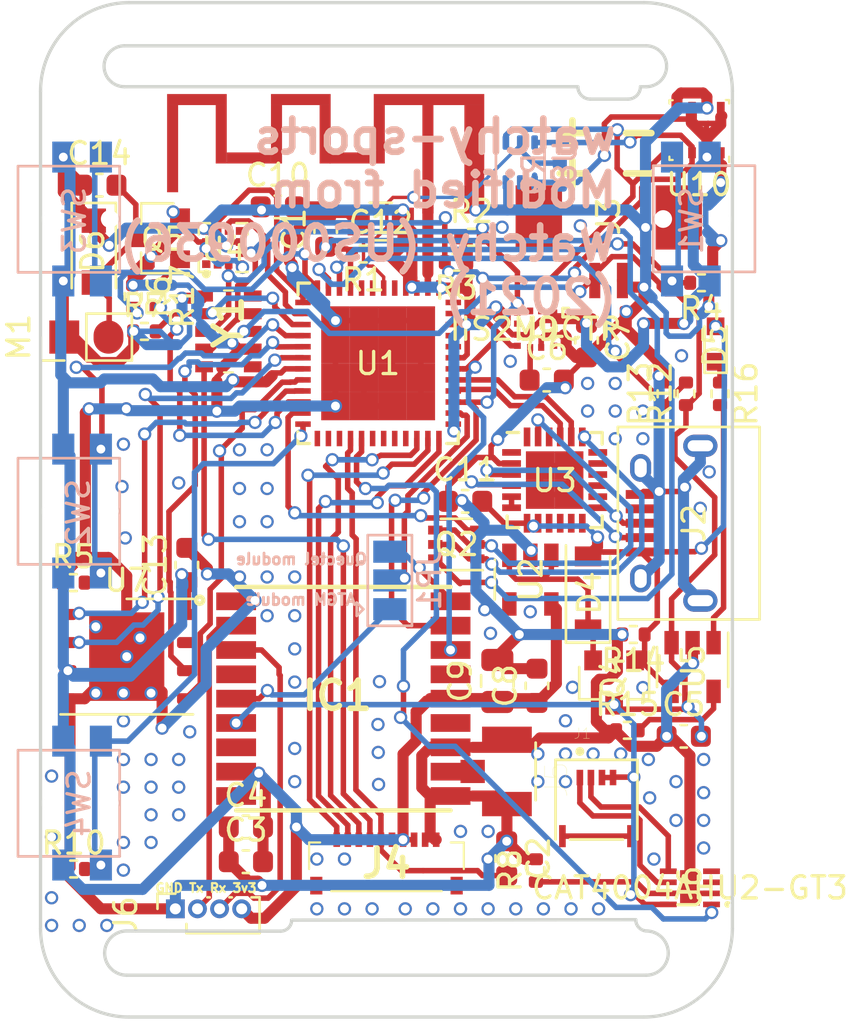
<source format=kicad_pcb>
(kicad_pcb (version 20171130) (host pcbnew "(5.1.9)-1")
  (layers (0 F.Cu signal) (31 B.Cu signal) (34 B.Paste user hide) (35 F.Paste user hide) (36 B.SilkS user) (37 F.SilkS user) (38 B.Mask user hide) (39 F.Mask user hide) (44 Edge.Cuts user))
  (net 0 "")
  (net 1 GND)
  (net 2 EN)
  (net 3 +3V3)
  (net 4 VBUS)
  (net 5 "Net-(J2-Pad2)")
  (net 6 "Net-(J2-Pad3)")
  (net 7 RTS)
  (net 8 GPIO0)
  (net 9 DTR)
  (net 10 SDA)
  (net 11 SCL)
  (net 12 BTN_1)
  (net 13 BTN_2)
  (net 14 BTN_3)
  (net 15 +BATT)
  (net 16 "Net-(D5-Pad1)")
  (net 17 BTN_4)
  (net 18 ADC)
  (net 19 TX)
  (net 20 RX)
  (net 21 "Net-(U3-Pad25)")
  (net 22 "Net-(U3-Pad5)")
  (net 23 "Net-(C6-Pad1)")
  (net 24 "Net-(C14-Pad2)")
  (net 25 "Net-(Q5-Pad1)")
  (net 26 "Net-(AE1-Pad1)")
  (net 27 "Net-(D4-Pad1)")
  (net 28 "Net-(R15-Pad2)")
  (net 29 "Net-(R16-Pad2)")
  (net 30 "Net-(J1-PadS1)")
  (net 31 EXTCOM)
  (net 32 LCD_EN)
  (net 33 "Net-(J1-Pad2)")
  (net 34 LCD_CS)
  (net 35 LCD_MOSI)
  (net 36 LCD_CLK)
  (net 37 "Net-(R8-Pad1)")
  (net 38 RF)
  (net 39 INT_RTC)
  (net 40 FLASH_CS)
  (net 41 FLASH_MISO)
  (net 42 FLASH_MOSI)
  (net 43 FLASH_CLK)
  (net 44 GPS_RX)
  (net 45 GPS_TX)
  (net 46 VIB_PWM)
  (net 47 INT_ACC2)
  (net 48 INT_ACC1)
  (net 49 BL_PWM)
  (net 50 GPS_FORCE_ON)
  (net 51 "Net-(J1-Pad1)")
  (net 52 INT_ALS)
  (net 53 ATGM)
  (net 54 QUECTEL)
  (module Jumper:SolderJumper-3_P1.3mm_Open_Pad1.0x1.5mm (layer B.Cu) (at 87.003 96.267 90)
    (fp_text reference JP1 (at 0 1.8 270) (layer B.SilkS) (effects (justify mirror)))
    (fp_text value SolderJumper_3_Open)
    (pad 1 smd rect (at -1.3 0 90) (size 1 1.5) (layers B.Cu B.Mask) (net 53 ATGM))
    (pad 2 smd rect (at 0 0 90) (size 1 1.5) (layers B.Cu B.Mask) (net 50 GPS_FORCE_ON))
    (pad 3 smd rect (at 1.3 0 90) (size 1 1.5) (layers B.Cu B.Mask) (net 54 QUECTEL))
  )
  (module Resistor_SMD:R_0402_1005Metric (layer B.Cu) (at 94.692 77.912 270)
    (fp_text reference R9 (at 0 1.17 90) (layer B.SilkS) (effects (justify mirror)))
    (fp_text value 10K)
    (pad 2 smd roundrect (at 0.51 0 270) (size 0.54 0.64) (layers B.Cu B.Paste B.Mask) (net 3 +3V3))
    (pad 1 smd roundrect (at -0.51 0 270) (size 0.54 0.64) (layers B.Cu B.Paste B.Mask) (net 52 INT_ALS))
  )
  (module OptoDevice:Lite-On_LTR-303ALS-01 (layer B.Cu) (at 92.903 77.373 90)
    (fp_text reference U8 (at 0 2.025 90) (layer B.SilkS) (effects (justify mirror)))
    (fp_text value LTR-303ALS-01)
    (pad 1 smd roundrect (at -0.9 0.65 90) (size 0.65 0.3) (layers B.Cu B.Paste B.Mask) (net 3 +3V3))
    (pad 2 smd roundrect (at -0.9 0 90) (size 0.65 0.3) (layers B.Cu B.Paste B.Mask))
    (pad 3 smd roundrect (at -0.9 -0.65 90) (size 0.65 0.3) (layers B.Cu B.Paste B.Mask) (net 1 GND))
    (pad 4 smd roundrect (at 0.9 -0.65 90) (size 0.65 0.3) (layers B.Cu B.Paste B.Mask) (net 11 SCL))
    (pad 5 smd roundrect (at 0.9 0 90) (size 0.65 0.3) (layers B.Cu B.Paste B.Mask) (net 52 INT_ALS))
    (pad 6 smd roundrect (at 0.9 0.65 90) (size 0.65 0.3) (layers B.Cu B.Paste B.Mask) (net 10 SDA))
  )
  (module Capacitor_SMD:C_0603_1608Metric (layer F.Cu) (at 77.818 95.569 90)
    (fp_text reference C13 (at 0 -1.43 90) (layer F.SilkS))
    (fp_text value 100nF)
    (pad 2 smd roundrect (at 0.775 0 90) (size 0.9 0.95) (layers F.Cu F.Paste F.Mask) (net 1 GND))
    (pad 1 smd roundrect (at -0.775 0 90) (size 0.9 0.95) (layers F.Cu F.Paste F.Mask) (net 3 +3V3))
  )
  (module Capacitor_SMD:C_0603_1608Metric (layer F.Cu) (at 81.935 79.381)
    (fp_text reference C10 (at 0 -1.43) (layer F.SilkS))
    (fp_text value 100nF)
    (pad 2 smd roundrect (at 0.775 0) (size 0.9 0.95) (layers F.Cu F.Paste F.Mask) (net 1 GND))
    (pad 1 smd roundrect (at -0.775 0) (size 0.9 0.95) (layers F.Cu F.Paste F.Mask) (net 3 +3V3))
  )
  (module Capacitor_SMD:C_0805_2012Metric (layer F.Cu) (at 91.867 100.81 90)
    (fp_text reference C9 (at 0 -1.68 90) (layer F.SilkS))
    (fp_text value 10uF/50V)
    (pad 2 smd roundrect (at 0.95 0 90) (size 1 1.45) (layers F.Cu F.Paste F.Mask) (net 1 GND))
    (pad 1 smd roundrect (at -0.95 0 90) (size 1 1.45) (layers F.Cu F.Paste F.Mask) (net 3 +3V3))
  )
  (module Capacitor_SMD:C_0603_1608Metric (layer F.Cu) (at 93.659 101.029 90)
    (fp_text reference C8 (at 0 -1.43 90) (layer F.SilkS))
    (fp_text value 100nF)
    (pad 2 smd roundrect (at 0.775 0 90) (size 0.9 0.95) (layers F.Cu F.Paste F.Mask) (net 1 GND))
    (pad 1 smd roundrect (at -0.775 0 90) (size 0.9 0.95) (layers F.Cu F.Paste F.Mask) (net 3 +3V3))
  )
  (module "Watchy:HRS_U.FL-R-SMT(01)" (layer F.Cu) (at 92.3 104.9 270)
    (fp_text reference J5 (at 0.371335 -2.239855 90) (layer F.SilkS) (effects (font (size 1.001126 1.001126) (thickness 0.015))))
    (fp_text value "U.FL-R-SMT(01)")
    (pad 3 smd rect (at 0 1.55 270) (size 1.05 1.1) (layers F.Cu F.Paste F.Mask) (net 38 RF))
    (pad 2 smd rect (at 1.475 0 270) (size 1.1 2.25) (layers F.Cu F.Paste F.Mask) (net 1 GND))
    (pad 1 smd rect (at -1.475 0 270) (size 1.1 2.25) (layers F.Cu F.Paste F.Mask) (net 1 GND))
  )
  (module Package_SON:WSON-8-1EP_6x5mm_P1.27mm_EP3.4x4mm (layer F.Cu) (at 75.1 99.71)
    (fp_text reference U7 (at 0 -3.45) (layer F.SilkS))
    (fp_text value MX25L25645GZN-10G)
    (pad 1 smd roundrect (at -2.6625 -1.905) (size 0.775 0.5) (layers F.Cu F.Paste F.Mask) (net 40 FLASH_CS))
    (pad 2 smd roundrect (at -2.6625 -0.635) (size 0.775 0.5) (layers F.Cu F.Paste F.Mask) (net 41 FLASH_MISO))
    (pad 3 smd roundrect (at -2.6625 0.635) (size 0.775 0.5) (layers F.Cu F.Paste F.Mask) (net 3 +3V3))
    (pad 4 smd roundrect (at -2.6625 1.905) (size 0.775 0.5) (layers F.Cu F.Paste F.Mask) (net 1 GND))
    (pad 5 smd roundrect (at 2.6625 1.905) (size 0.775 0.5) (layers F.Cu F.Paste F.Mask) (net 42 FLASH_MOSI))
    (pad 6 smd roundrect (at 2.6625 0.635) (size 0.775 0.5) (layers F.Cu F.Paste F.Mask) (net 43 FLASH_CLK))
    (pad 7 smd roundrect (at 2.6625 -0.635) (size 0.775 0.5) (layers F.Cu F.Paste F.Mask))
    (pad 8 smd roundrect (at 2.6625 -1.905) (size 0.775 0.5) (layers F.Cu F.Paste F.Mask) (net 3 +3V3))
    (pad 9 smd rect (at 0 0) (size 3.4 4) (layers F.Cu F.Mask) (net 1 GND))
  )
  (module Watchy:L76 (layer F.Cu) (at 84.9 101.61)
    (fp_text reference IC1 (at -0.272 -0.14) (layer F.SilkS) (effects (font (size 1.27 1.27) (thickness 0.254))))
    (fp_text value L76L-M33 hide)
    (pad 1 smd rect (at -4.85 -4.4 90) (size 0.8 1.8) (layers F.Cu F.Paste F.Mask) (net 1 GND))
    (pad 2 smd rect (at -4.85 -3.3 90) (size 0.8 1.8) (layers F.Cu F.Paste F.Mask) (net 45 GPS_TX))
    (pad 3 smd rect (at -4.85 -2.2 90) (size 0.8 1.8) (layers F.Cu F.Paste F.Mask) (net 44 GPS_RX))
    (pad 4 smd rect (at -4.85 -1.1 90) (size 0.8 1.8) (layers F.Cu F.Paste F.Mask))
    (pad 5 smd rect (at -4.85 0 90) (size 0.8 1.8) (layers F.Cu F.Paste F.Mask) (net 53 ATGM))
    (pad 6 smd rect (at -4.85 1.1 90) (size 0.8 1.8) (layers F.Cu F.Paste F.Mask) (net 15 +BATT))
    (pad 7 smd rect (at -4.85 2.2 90) (size 0.8 1.8) (layers F.Cu F.Paste F.Mask))
    (pad 8 smd rect (at -4.85 3.3 90) (size 0.8 1.8) (layers F.Cu F.Paste F.Mask) (net 3 +3V3))
    (pad 9 smd rect (at -4.85 4.4 90) (size 0.8 1.8) (layers F.Cu F.Paste F.Mask))
    (pad 10 smd rect (at 4.85 4.4 90) (size 0.8 1.8) (layers F.Cu F.Paste F.Mask) (net 1 GND))
    (pad 11 smd rect (at 4.85 3.3 90) (size 0.8 1.8) (layers F.Cu F.Paste F.Mask) (net 38 RF))
    (pad 12 smd rect (at 4.85 2.2 90) (size 0.8 1.8) (layers F.Cu F.Paste F.Mask) (net 1 GND))
    (pad 13 smd rect (at 4.85 1.1 90) (size 0.8 1.8) (layers F.Cu F.Paste F.Mask))
    (pad 14 smd rect (at 4.85 0 90) (size 0.8 1.8) (layers F.Cu F.Paste F.Mask) (net 3 +3V3))
    (pad 15 smd rect (at 4.85 -1.1 90) (size 0.8 1.8) (layers F.Cu F.Paste F.Mask))
    (pad 16 smd rect (at 4.85 -2.2 90) (size 0.8 1.8) (layers F.Cu F.Paste F.Mask) (net 10 SDA))
    (pad 17 smd rect (at 4.85 -3.3 90) (size 0.8 1.8) (layers F.Cu F.Paste F.Mask) (net 11 SCL))
    (pad 18 smd rect (at 4.85 -4.4 90) (size 0.8 1.8) (layers F.Cu F.Paste F.Mask) (net 54 QUECTEL))
  )
  (module Watchy:USB_Micro-B (layer F.Cu) (at 100.08 93.68 90)
    (fp_text reference J2 (at 0 0.68 90) (layer F.SilkS))
    (fp_text value "Micro USB")
    (pad "" smd oval (at 2.5 -1.73 180) (size 0.95 1.25) (layers F.Cu F.Paste F.Mask))
    (pad "" smd oval (at -2.5 -1.73 180) (size 0.95 1.25) (layers F.Cu F.Paste F.Mask))
    (pad "" smd oval (at 3.5 0.97 180) (size 1.55 1) (layers F.Cu F.Paste F.Mask))
    (pad "" smd oval (at -3.5 0.97 180) (size 1.55 1) (layers F.Cu F.Paste F.Mask))
    (pad 1 smd rect (at -1.3 -1.73 180) (size 1.35 0.4) (layers F.Cu F.Paste F.Mask) (net 4 VBUS))
    (pad 2 smd rect (at -0.65 -1.73 180) (size 1.35 0.4) (layers F.Cu F.Paste F.Mask) (net 5 "Net-(J2-Pad2)"))
    (pad 3 smd rect (at 0 -1.73 180) (size 1.35 0.4) (layers F.Cu F.Paste F.Mask) (net 6 "Net-(J2-Pad3)"))
    (pad 4 smd rect (at 0.65 -1.73 180) (size 1.35 0.4) (layers F.Cu F.Paste F.Mask))
    (pad 5 smd rect (at 1.3 -1.73 180) (size 1.35 0.4) (layers F.Cu F.Paste F.Mask) (net 1 GND))
    (pad 6 thru_hole oval (at -2.5 -1.73 180) (size 0.95 1.25) (drill oval 0.55 0.85) (layers *.Cu *.Mask) (net 1 GND))
    (pad 6 thru_hole oval (at 2.5 -1.73 180) (size 0.95 1.25) (drill oval 0.55 0.85) (layers *.Cu *.Mask) (net 1 GND))
    (pad 6 thru_hole oval (at -3.5 0.97 180) (size 1.55 1) (drill oval 1.15 0.5) (layers *.Cu *.Mask) (net 1 GND))
    (pad 6 thru_hole oval (at 3.5 0.97 180) (size 1.55 1) (drill oval 1.15 0.5) (layers *.Cu *.Mask) (net 1 GND))
  )
  (module Watchy:K2-1114SA-A4SW-06 (layer B.Cu) (at 73.03 79.93 270)
    (fp_text reference SW3 (at 0.07 0.3 90) (layer B.SilkS) (effects (justify mirror)))
    (fp_text value BTN)
    (pad 1 smd rect (at -2.8 0.8 270) (size 1.4 1) (layers B.Cu B.Paste B.Mask) (net 3 +3V3))
    (pad 1 smd rect (at 2.8 0.8 270) (size 1.4 1) (layers B.Cu B.Paste B.Mask) (net 3 +3V3))
    (pad 2 smd rect (at -2.8 -0.9 270) (size 1.4 1) (layers B.Cu B.Paste B.Mask) (net 14 BTN_3))
    (pad 2 smd rect (at 2.8 -0.9 270) (size 1.4 1) (layers B.Cu B.Paste B.Mask) (net 14 BTN_3))
    (pad "" np_thru_hole circle (at 0 1.3 270) (size 0.8 0.8) (drill 0.8) (layers *.Cu *.Mask))
    (pad "" np_thru_hole circle (at 0 -1.3 270) (size 0.8 0.8) (drill 0.8) (layers *.Cu *.Mask))
  )
  (module Watchy:K2-1114SA-A4SW-06 (layer B.Cu) (at 73.03 106.33 270)
    (fp_text reference SW4 (at 0 0.09 270) (layer B.SilkS) (effects (justify mirror)))
    (fp_text value BTN)
    (pad 1 smd rect (at -2.8 0.8 270) (size 1.4 1) (layers B.Cu B.Paste B.Mask) (net 3 +3V3))
    (pad 1 smd rect (at 2.8 0.8 270) (size 1.4 1) (layers B.Cu B.Paste B.Mask) (net 3 +3V3))
    (pad 2 smd rect (at -2.8 -0.9 270) (size 1.4 1) (layers B.Cu B.Paste B.Mask) (net 17 BTN_4))
    (pad 2 smd rect (at 2.8 -0.9 270) (size 1.4 1) (layers B.Cu B.Paste B.Mask) (net 17 BTN_4))
    (pad "" np_thru_hole circle (at 0 1.3 270) (size 0.8 0.8) (drill 0.8) (layers *.Cu *.Mask))
    (pad "" np_thru_hole circle (at 0 -1.3 270) (size 0.8 0.8) (drill 0.8) (layers *.Cu *.Mask))
  )
  (module Watchy:K2-1114SA-A4SW-06 (layer B.Cu) (at 73.03 93.13 270)
    (fp_text reference SW2 (at 0.07 0.12 90) (layer B.SilkS) (effects (justify mirror)))
    (fp_text value BTN)
    (pad 1 smd rect (at -2.8 0.8 270) (size 1.4 1) (layers B.Cu B.Paste B.Mask) (net 3 +3V3))
    (pad 1 smd rect (at 2.8 0.8 270) (size 1.4 1) (layers B.Cu B.Paste B.Mask) (net 3 +3V3))
    (pad 2 smd rect (at -2.8 -0.9 270) (size 1.4 1) (layers B.Cu B.Paste B.Mask) (net 13 BTN_2))
    (pad 2 smd rect (at 2.8 -0.9 270) (size 1.4 1) (layers B.Cu B.Paste B.Mask) (net 13 BTN_2))
    (pad "" np_thru_hole circle (at 0 1.3 270) (size 0.8 0.8) (drill 0.8) (layers *.Cu *.Mask))
    (pad "" np_thru_hole circle (at 0 -1.3 270) (size 0.8 0.8) (drill 0.8) (layers *.Cu *.Mask))
  )
  (module Watchy:K2-1114SA-A4SW-06 (layer B.Cu) (at 100.67 79.93 90)
    (fp_text reference SW1 (at -0.07 -0.02 270) (layer B.SilkS) (effects (justify mirror)))
    (fp_text value BTN)
    (pad 1 smd rect (at -2.8 0.8 90) (size 1.4 1) (layers B.Cu B.Paste B.Mask) (net 3 +3V3))
    (pad 1 smd rect (at 2.8 0.8 90) (size 1.4 1) (layers B.Cu B.Paste B.Mask) (net 3 +3V3))
    (pad 2 smd rect (at -2.8 -0.9 90) (size 1.4 1) (layers B.Cu B.Paste B.Mask) (net 12 BTN_1))
    (pad 2 smd rect (at 2.8 -0.9 90) (size 1.4 1) (layers B.Cu B.Paste B.Mask) (net 12 BTN_1))
    (pad "" np_thru_hole circle (at 0 1.3 90) (size 0.8 0.8) (drill 0.8) (layers *.Cu *.Mask))
    (pad "" np_thru_hole circle (at 0 -1.3 90) (size 0.8 0.8) (drill 0.8) (layers *.Cu *.Mask))
  )
  (module Connector_PinSocket_1.00mm:PinSocket_1x04_P1.00mm_Vertical (layer F.Cu) (at 77.3 111.11 90)
    (fp_text reference J6 (at -0.29 -2.25 90) (layer F.SilkS))
    (fp_text value Conn_01x04_Female hide)
    (pad 4 thru_hole oval (at 0 3 90) (size 0.85 0.85) (drill 0.5) (layers *.Cu *.Mask) (net 3 +3V3))
    (pad 3 thru_hole oval (at 0 2 90) (size 0.85 0.85) (drill 0.5) (layers *.Cu *.Mask) (net 44 GPS_RX))
    (pad 2 thru_hole oval (at 0 1 90) (size 0.85 0.85) (drill 0.5) (layers *.Cu *.Mask) (net 45 GPS_TX))
    (pad 1 thru_hole rect (at 0 0 90) (size 0.85 0.85) (drill 0.5) (layers *.Cu *.Mask) (net 1 GND))
  )
  (module Resistor_SMD:R_0402_1005Metric (layer F.Cu) (at 76.45 83.43 270)
    (fp_text reference R17 (at 0 -1.17 90) (layer F.SilkS))
    (fp_text value 1K)
    (pad 2 smd roundrect (at 0.51 0 270) (size 0.54 0.64) (layers F.Cu F.Paste F.Mask) (net 46 VIB_PWM))
    (pad 1 smd roundrect (at -0.51 0 270) (size 0.54 0.64) (layers F.Cu F.Paste F.Mask) (net 25 "Net-(Q5-Pad1)"))
  )
  (module Resistor_SMD:R_0402_1005Metric (layer F.Cu) (at 101.94 87.83 270)
    (fp_text reference R16 (at 0 -1.17 90) (layer F.SilkS))
    (fp_text value 1K)
    (pad 2 smd roundrect (at 0.51 0 270) (size 0.54 0.64) (layers F.Cu F.Paste F.Mask) (net 29 "Net-(R16-Pad2)"))
    (pad 1 smd roundrect (at -0.51 0 270) (size 0.54 0.64) (layers F.Cu F.Paste F.Mask) (net 16 "Net-(D5-Pad1)"))
  )
  (module Resistor_SMD:R_0402_1005Metric (layer F.Cu) (at 97.75 103.04)
    (fp_text reference R15 (at 0 -1.17) (layer F.SilkS))
    (fp_text value 10K)
    (pad 2 smd roundrect (at 0.51 0) (size 0.54 0.64) (layers F.Cu F.Paste F.Mask) (net 28 "Net-(R15-Pad2)"))
    (pad 1 smd roundrect (at -0.51 0) (size 0.54 0.64) (layers F.Cu F.Paste F.Mask) (net 1 GND))
  )
  (module Resistor_SMD:R_0402_1005Metric (layer F.Cu) (at 98.02 98.71 180)
    (fp_text reference R14 (at 0 -1.17) (layer F.SilkS))
    (fp_text value 10K)
    (pad 2 smd roundrect (at 0.51 0 180) (size 0.54 0.64) (layers F.Cu F.Paste F.Mask) (net 1 GND))
    (pad 1 smd roundrect (at -0.51 0 180) (size 0.54 0.64) (layers F.Cu F.Paste F.Mask) (net 4 VBUS))
  )
  (module Resistor_SMD:R_0402_1005Metric (layer F.Cu) (at 99.5 87.83 90)
    (fp_text reference R13 (at 0 -1.17 90) (layer F.SilkS))
    (fp_text value 100K)
    (pad 2 smd roundrect (at 0.51 0 90) (size 0.54 0.64) (layers F.Cu F.Paste F.Mask) (net 1 GND))
    (pad 1 smd roundrect (at -0.51 0 90) (size 0.54 0.64) (layers F.Cu F.Paste F.Mask) (net 18 ADC))
  )
  (module Resistor_SMD:R_0402_1005Metric (layer F.Cu) (at 100.4 87.83 90)
    (fp_text reference R12 (at 0 -1.17 90) (layer F.SilkS))
    (fp_text value 100K)
    (pad 2 smd roundrect (at 0.51 0 90) (size 0.54 0.64) (layers F.Cu F.Paste F.Mask) (net 18 ADC))
    (pad 1 smd roundrect (at -0.51 0 90) (size 0.54 0.64) (layers F.Cu F.Paste F.Mask) (net 15 +BATT))
  )
  (module Resistor_SMD:R_0402_1005Metric (layer F.Cu) (at 72.7 109.31)
    (fp_text reference R10 (at 0 -1.17) (layer F.SilkS))
    (fp_text value 10K)
    (pad 2 smd roundrect (at 0.51 0) (size 0.54 0.64) (layers F.Cu F.Paste F.Mask) (net 17 BTN_4))
    (pad 1 smd roundrect (at -0.51 0) (size 0.54 0.64) (layers F.Cu F.Paste F.Mask) (net 1 GND))
  )
  (module Resistor_SMD:R_0402_1005Metric (layer F.Cu) (at 93.61 109.38 90)
    (fp_text reference R8 (at 0 -1.17 90) (layer F.SilkS))
    (fp_text value 3.5K)
    (pad 2 smd roundrect (at 0.51 0 90) (size 0.54 0.64) (layers F.Cu F.Paste F.Mask) (net 1 GND))
    (pad 1 smd roundrect (at -0.51 0 90) (size 0.54 0.64) (layers F.Cu F.Paste F.Mask) (net 37 "Net-(R8-Pad1)"))
  )
  (module Resistor_SMD:R_0402_1005Metric (layer F.Cu) (at 75.9 85.01)
    (fp_text reference R7 (at 0 -1.17) (layer F.SilkS))
    (fp_text value 10K)
    (pad 2 smd roundrect (at 0.51 0) (size 0.54 0.64) (layers F.Cu F.Paste F.Mask) (net 39 INT_RTC))
    (pad 1 smd roundrect (at -0.51 0) (size 0.54 0.64) (layers F.Cu F.Paste F.Mask) (net 3 +3V3))
  )
  (module Resistor_SMD:R_0402_1005Metric (layer F.Cu) (at 75.39 83.43 270)
    (fp_text reference R6 (at 0 -1.17 90) (layer F.SilkS))
    (fp_text value 10K)
    (pad 2 smd roundrect (at 0.51 0 270) (size 0.54 0.64) (layers F.Cu F.Paste F.Mask) (net 14 BTN_3))
    (pad 1 smd roundrect (at -0.51 0 270) (size 0.54 0.64) (layers F.Cu F.Paste F.Mask) (net 1 GND))
  )
  (module Resistor_SMD:R_0402_1005Metric (layer F.Cu) (at 72.685 96.365)
    (fp_text reference R5 (at 0 -1.17) (layer F.SilkS))
    (fp_text value 10K)
    (pad 2 smd roundrect (at 0.51 0) (size 0.54 0.64) (layers F.Cu F.Paste F.Mask) (net 13 BTN_2))
    (pad 1 smd roundrect (at -0.51 0) (size 0.54 0.64) (layers F.Cu F.Paste F.Mask) (net 1 GND))
  )
  (module Resistor_SMD:R_0402_1005Metric (layer F.Cu) (at 101.1 82.81 180)
    (fp_text reference R4 (at 0 -1.17) (layer F.SilkS))
    (fp_text value 10K)
    (pad 2 smd roundrect (at 0.51 0 180) (size 0.54 0.64) (layers F.Cu F.Paste F.Mask) (net 12 BTN_1))
    (pad 1 smd roundrect (at -0.51 0 180) (size 0.54 0.64) (layers F.Cu F.Paste F.Mask) (net 1 GND))
  )
  (module Resistor_SMD:R_0402_1005Metric (layer F.Cu) (at 89.998 81.881 180)
    (fp_text reference R3 (at 0 -1.17) (layer F.SilkS))
    (fp_text value 4.7K)
    (pad 2 smd roundrect (at 0.51 0 180) (size 0.54 0.64) (layers F.Cu F.Paste F.Mask) (net 10 SDA))
    (pad 1 smd roundrect (at -0.51 0 180) (size 0.54 0.64) (layers F.Cu F.Paste F.Mask) (net 3 +3V3))
  )
  (module Resistor_SMD:R_0402_1005Metric (layer F.Cu) (at 90.695 80.755)
    (fp_text reference R2 (at 0 -1.17) (layer F.SilkS))
    (fp_text value 4.7K)
    (pad 2 smd roundrect (at 0.51 0) (size 0.54 0.64) (layers F.Cu F.Paste F.Mask) (net 11 SCL))
    (pad 1 smd roundrect (at -0.51 0) (size 0.54 0.64) (layers F.Cu F.Paste F.Mask) (net 3 +3V3))
  )
  (module Resistor_SMD:R_0402_1005Metric (layer F.Cu) (at 85.8 81.51 180)
    (fp_text reference R1 (at 0 -1.17) (layer F.SilkS))
    (fp_text value 10K)
    (pad 2 smd roundrect (at 0.51 0 180) (size 0.54 0.64) (layers F.Cu F.Paste F.Mask) (net 2 EN))
    (pad 1 smd roundrect (at -0.51 0 180) (size 0.54 0.64) (layers F.Cu F.Paste F.Mask) (net 3 +3V3))
  )
  (module Capacitor_SMD:C_0603_1608Metric (layer F.Cu) (at 95.9 85.41 270)
    (fp_text reference C7 (at 0 -1.43 90) (layer F.SilkS))
    (fp_text value 220nF)
    (pad 2 smd roundrect (at 0.775 0 270) (size 0.9 0.95) (layers F.Cu F.Paste F.Mask) (net 1 GND))
    (pad 1 smd roundrect (at -0.775 0 270) (size 0.9 0.95) (layers F.Cu F.Paste F.Mask) (net 3 +3V3))
  )
  (module Capacitor_SMD:C_0603_1608Metric (layer F.Cu) (at 94.1 87.21)
    (fp_text reference C6 (at 0 -1.43) (layer F.SilkS))
    (fp_text value 220nF)
    (pad 2 smd roundrect (at 0.775 0) (size 0.9 0.95) (layers F.Cu F.Paste F.Mask) (net 1 GND))
    (pad 1 smd roundrect (at -0.775 0) (size 0.9 0.95) (layers F.Cu F.Paste F.Mask) (net 23 "Net-(C6-Pad1)"))
  )
  (module Capacitor_SMD:C_0603_1608Metric (layer F.Cu) (at 100.3 103.31)
    (fp_text reference C5 (at 0 -1.43) (layer F.SilkS))
    (fp_text value 100nF)
    (pad 2 smd roundrect (at 0.775 0) (size 0.9 0.95) (layers F.Cu F.Paste F.Mask) (net 15 +BATT))
    (pad 1 smd roundrect (at -0.775 0) (size 0.9 0.95) (layers F.Cu F.Paste F.Mask) (net 1 GND))
  )
  (module Capacitor_SMD:C_0603_1608Metric (layer F.Cu) (at 80.49 107.41)
    (fp_text reference C4 (at 0 -1.43) (layer F.SilkS))
    (fp_text value 100nF)
    (pad 2 smd roundrect (at 0.775 0) (size 0.9 0.95) (layers F.Cu F.Paste F.Mask) (net 3 +3V3))
    (pad 1 smd roundrect (at -0.775 0) (size 0.9 0.95) (layers F.Cu F.Paste F.Mask) (net 1 GND))
  )
  (module Capacitor_SMD:C_0603_1608Metric (layer F.Cu) (at 80.49 108.98)
    (fp_text reference C3 (at 0 -1.43) (layer F.SilkS))
    (fp_text value 1uF)
    (pad 2 smd roundrect (at 0.775 0) (size 0.9 0.95) (layers F.Cu F.Paste F.Mask) (net 3 +3V3))
    (pad 1 smd roundrect (at -0.775 0) (size 0.9 0.95) (layers F.Cu F.Paste F.Mask) (net 1 GND))
  )
  (module Capacitor_SMD:C_0603_1608Metric (layer F.Cu) (at 92.29 108.83 270)
    (fp_text reference C2 (at 0 -1.43 90) (layer F.SilkS))
    (fp_text value 100nF)
    (pad 2 smd roundrect (at 0.775 0 270) (size 0.9 0.95) (layers F.Cu F.Paste F.Mask) (net 32 LCD_EN))
    (pad 1 smd roundrect (at -0.775 0 270) (size 0.9 0.95) (layers F.Cu F.Paste F.Mask) (net 1 GND))
  )
  (module Watchy:CAT4004AHU2-GT3 (layer F.Cu) (at 100.578 110.161 180)
    (fp_text reference U6 (at 0 0 270) (layer F.SilkS))
    (fp_text value CAT4004AHU2-GT3 (at 0 0) (layer F.SilkS))
    (pad 9 smd rect (at 0 0 180) (size 0.889 1.6002) (layers F.Cu F.Paste F.Mask) (net 1 GND))
    (pad 8 smd rect (at 0.9779 -0.750001 180) (size 0.762 0.254) (layers F.Cu F.Paste F.Mask) (net 15 +BATT))
    (pad 7 smd rect (at 0.9779 -0.25 180) (size 0.762 0.254) (layers F.Cu F.Paste F.Mask) (net 37 "Net-(R8-Pad1)"))
    (pad 6 smd rect (at 0.9779 0.25 180) (size 0.762 0.254) (layers F.Cu F.Paste F.Mask) (net 51 "Net-(J1-Pad1)"))
    (pad 5 smd rect (at 0.9779 0.750001 180) (size 0.762 0.254) (layers F.Cu F.Paste F.Mask) (net 33 "Net-(J1-Pad2)"))
    (pad 4 smd rect (at -0.9779 0.750001 180) (size 0.762 0.254) (layers F.Cu F.Paste F.Mask))
    (pad 3 smd rect (at -0.9779 0.25 180) (size 0.762 0.254) (layers F.Cu F.Paste F.Mask))
    (pad 2 smd rect (at -0.9779 -0.25 180) (size 0.762 0.254) (layers F.Cu F.Paste F.Mask) (net 1 GND))
    (pad 1 smd rect (at -0.9779 -0.750001 180) (size 0.762 0.254) (layers F.Cu F.Paste F.Mask) (net 49 BL_PWM))
  )
  (module Watchy:FH3310S05SH10 (layer F.Cu) (at 86.85 110.31)
    (fp_text reference J4 (at 0 -1.25) (layer F.SilkS) (effects (font (size 1.27 1.27) (thickness 0.254))))
    (fp_text value "FH33-10S-0.5SH(10)" hide)
    (pad 1 smd rect (at -2.25 -2.324) (size 0.3 0.65) (layers F.Cu F.Paste F.Mask) (net 36 LCD_CLK))
    (pad 2 smd rect (at -1.75 -2.324) (size 0.3 0.65) (layers F.Cu F.Paste F.Mask) (net 35 LCD_MOSI))
    (pad 3 smd rect (at -1.25 -2.324) (size 0.3 0.65) (layers F.Cu F.Paste F.Mask) (net 34 LCD_CS))
    (pad 4 smd rect (at -0.75 -2.324) (size 0.3 0.65) (layers F.Cu F.Paste F.Mask) (net 31 EXTCOM))
    (pad 5 smd rect (at -0.25 -2.324) (size 0.3 0.65) (layers F.Cu F.Paste F.Mask) (net 32 LCD_EN))
    (pad 6 smd rect (at 0.25 -2.324) (size 0.3 0.65) (layers F.Cu F.Paste F.Mask) (net 3 +3V3))
    (pad 7 smd rect (at 0.75 -2.324) (size 0.3 0.65) (layers F.Cu F.Paste F.Mask) (net 3 +3V3))
    (pad 8 smd rect (at 1.25 -2.324) (size 0.3 0.65) (layers F.Cu F.Paste F.Mask) (net 3 +3V3))
    (pad 9 smd rect (at 1.75 -2.324) (size 0.3 0.65) (layers F.Cu F.Paste F.Mask) (net 1 GND))
    (pad 10 smd rect (at 2.25 -2.324) (size 0.3 0.65) (layers F.Cu F.Paste F.Mask) (net 1 GND))
    (pad MP1 smd rect (at -3.175 -0.249) (size 0.55 0.8) (layers F.Cu F.Paste F.Mask))
    (pad MP2 smd rect (at 3.175 -0.249) (size 0.55 0.8) (layers F.Cu F.Paste F.Mask))
  )
  (module Watchy:MOLEX_503480-0400 (layer F.Cu) (at 96.35 106.5)
    (fp_text reference J1 (at -0.636298 -3.315553) (layer F.SilkS) (effects (font (size 0.48098 0.48098) (thickness 0.015))))
    (fp_text value 503480-0400)
    (pad S2 smd rect (at 1.54 1.325) (size 0.3 1) (layers F.Cu F.Paste F.Mask) (net 30 "Net-(J1-PadS1)"))
    (pad S1 smd rect (at -1.54 1.325) (size 0.3 1) (layers F.Cu F.Paste F.Mask) (net 30 "Net-(J1-PadS1)"))
    (pad 4 smd rect (at 0.75 -1.325) (size 0.3 0.7) (layers F.Cu F.Paste F.Mask) (net 15 +BATT))
    (pad 3 smd rect (at 0.25 -1.325) (size 0.3 0.7) (layers F.Cu F.Paste F.Mask) (net 15 +BATT))
    (pad 2 smd rect (at -0.25 -1.325) (size 0.3 0.7) (layers F.Cu F.Paste F.Mask) (net 33 "Net-(J1-Pad2)"))
    (pad 1 smd rect (at -0.75 -1.325) (size 0.3 0.7) (layers F.Cu F.Paste F.Mask) (net 51 "Net-(J1-Pad1)"))
  )
  (module Watchy:RV8523C3TAQC020 (layer F.Cu) (at 79.7 85.01 270)
    (fp_text reference Y1 (at -0.425 0 90) (layer F.SilkS) (effects (font (size 1.27 1.27) (thickness 0.254))))
    (fp_text value RV-8523-C3-TA-QC-020 hide)
    (pad 10 smd rect (at -1.6 -1.1 270) (size 0.5 0.8) (layers F.Cu F.Paste F.Mask))
    (pad 9 smd rect (at -0.8 -1.1 270) (size 0.5 0.8) (layers F.Cu F.Paste F.Mask))
    (pad 8 smd rect (at 0 -1.1 270) (size 0.5 0.8) (layers F.Cu F.Paste F.Mask) (net 15 +BATT))
    (pad 7 smd rect (at 0.8 -1.1 270) (size 0.5 0.8) (layers F.Cu F.Paste F.Mask) (net 1 GND))
    (pad 6 smd rect (at 1.6 -1.1 270) (size 0.5 0.8) (layers F.Cu F.Paste F.Mask))
    (pad 5 smd rect (at 1.6 1.1 270) (size 0.5 0.8) (layers F.Cu F.Paste F.Mask) (net 31 EXTCOM))
    (pad 4 smd rect (at 0.8 1.1 270) (size 0.5 0.8) (layers F.Cu F.Paste F.Mask) (net 10 SDA))
    (pad 3 smd rect (at 0 1.1 270) (size 0.5 0.8) (layers F.Cu F.Paste F.Mask) (net 11 SCL))
    (pad 2 smd rect (at -0.8 1.1 270) (size 0.5 0.8) (layers F.Cu F.Paste F.Mask) (net 39 INT_RTC))
    (pad 1 smd rect (at -1.6 1.1 270) (size 0.5 0.8) (layers F.Cu F.Paste F.Mask) (net 3 +3V3))
  )
  (module Package_LGA:Bosch_LGA-8_2.5x2.5mm_P0.65mm_ClockwisePinNumbering (layer F.Cu) (at 101 75.91 180)
    (fp_text reference U10 (at 0.015 -2.465) (layer F.SilkS))
    (fp_text value BME280)
    (pad 4 smd rect (at 0.975 -1.025 270) (size 0.5 0.35) (layers F.Cu F.Paste F.Mask) (net 11 SCL))
    (pad 3 smd rect (at 0.325 -1.025 270) (size 0.5 0.35) (layers F.Cu F.Paste F.Mask) (net 10 SDA))
    (pad 2 smd rect (at -0.325 -1.025 270) (size 0.5 0.35) (layers F.Cu F.Paste F.Mask) (net 3 +3V3))
    (pad 1 smd rect (at -0.975 -1.025 270) (size 0.5 0.35) (layers F.Cu F.Paste F.Mask) (net 1 GND))
    (pad 8 smd rect (at -0.975 1.025 270) (size 0.5 0.35) (layers F.Cu F.Paste F.Mask) (net 3 +3V3))
    (pad 7 smd rect (at -0.325 1.025 270) (size 0.5 0.35) (layers F.Cu F.Paste F.Mask) (net 1 GND))
    (pad 6 smd rect (at 0.325 1.025 270) (size 0.5 0.35) (layers F.Cu F.Paste F.Mask) (net 3 +3V3))
    (pad 5 smd rect (at 0.975 1.025 270) (size 0.5 0.35) (layers F.Cu F.Paste F.Mask) (net 1 GND))
  )
  (module Watchy:IIS2MDCTR (layer F.Cu) (at 93.6 84.91)
    (fp_text reference U9 (at 0 0) (layer F.SilkS))
    (fp_text value IIS2MDCTR (at 0 0) (layer F.SilkS))
    (pad 1 smd rect (at -0.8255 -0.750001 90) (size 0.2794 0.3048) (layers F.Cu F.Paste F.Mask) (net 11 SCL))
    (pad 2 smd rect (at -0.8255 -0.25 90) (size 0.2794 0.3048) (layers F.Cu F.Paste F.Mask))
    (pad 3 smd rect (at -0.8255 0.25 90) (size 0.2794 0.3048) (layers F.Cu F.Paste F.Mask) (net 3 +3V3))
    (pad 4 smd rect (at -0.8255 0.750001 90) (size 0.2794 0.3048) (layers F.Cu F.Paste F.Mask) (net 10 SDA))
    (pad 5 smd rect (at -0.25 0.8255) (size 0.2794 0.3048) (layers F.Cu F.Paste F.Mask) (net 23 "Net-(C6-Pad1)"))
    (pad 6 smd rect (at 0.25 0.8255) (size 0.2794 0.3048) (layers F.Cu F.Paste F.Mask) (net 1 GND))
    (pad 7 smd rect (at 0.8255 0.750001 90) (size 0.2794 0.3048) (layers F.Cu F.Paste F.Mask))
    (pad 8 smd rect (at 0.8255 0.25 90) (size 0.2794 0.3048) (layers F.Cu F.Paste F.Mask) (net 1 GND))
    (pad 9 smd rect (at 0.8255 -0.25 90) (size 0.2794 0.3048) (layers F.Cu F.Paste F.Mask) (net 3 +3V3))
    (pad 10 smd rect (at 0.8255 -0.750001 90) (size 0.2794 0.3048) (layers F.Cu F.Paste F.Mask) (net 3 +3V3))
    (pad 11 smd rect (at 0.25 -0.8255) (size 0.2794 0.3048) (layers F.Cu F.Paste F.Mask))
    (pad 12 smd rect (at -0.25 -0.8255) (size 0.2794 0.3048) (layers F.Cu F.Paste F.Mask))
  )
  (module Capacitor_SMD:C_0603_1608Metric (layer F.Cu) (at 73.86 78.4)
    (fp_text reference C14 (at 0 -1.43) (layer F.SilkS))
    (fp_text value 100nF)
    (pad 2 smd roundrect (at 0.775 0) (size 0.9 0.95) (layers F.Cu F.Paste F.Mask) (net 24 "Net-(C14-Pad2)"))
    (pad 1 smd roundrect (at -0.775 0) (size 0.9 0.95) (layers F.Cu F.Paste F.Mask) (net 3 +3V3))
  )
  (module Capacitor_SMD:C_0603_1608Metric (layer F.Cu) (at 90.41 92.69)
    (fp_text reference C11 (at 0 -1.43) (layer F.SilkS))
    (fp_text value 100nF)
    (pad 2 smd roundrect (at 0.775 0) (size 0.9 0.95) (layers F.Cu F.Paste F.Mask) (net 4 VBUS))
    (pad 1 smd roundrect (at -0.775 0) (size 0.9 0.95) (layers F.Cu F.Paste F.Mask) (net 1 GND))
  )
  (module Capacitor_SMD:C_0603_1608Metric (layer F.Cu) (at 84.1 80.41 90)
    (fp_text reference C1 (at 0 -1.43 90) (layer F.SilkS))
    (fp_text value 100nF)
    (pad 2 smd roundrect (at 0.775 0 90) (size 0.9 0.95) (layers F.Cu F.Paste F.Mask) (net 1 GND))
    (pad 1 smd roundrect (at -0.775 0 90) (size 0.9 0.95) (layers F.Cu F.Paste F.Mask) (net 2 EN))
  )
  (module Housings_LGA:LGA-12_2x2mm_Pitch0.5mm (layer F.Cu) (at 79.46 81.22 180)
    (fp_text reference U4 (at -0.02 -0.08 180) (layer F.SilkS))
    (fp_text value BMA423)
    (pad 12 smd rect (at -0.25 -0.7625 270) (size 0.375 0.35) (layers F.Cu F.Paste F.Mask) (net 11 SCL))
    (pad 11 smd rect (at 0.25 -0.7625 270) (size 0.375 0.35) (layers F.Cu F.Paste F.Mask))
    (pad 6 smd rect (at 0.25 0.7625 270) (size 0.375 0.35) (layers F.Cu F.Paste F.Mask) (net 47 INT_ACC2))
    (pad 5 smd rect (at -0.25 0.7625 270) (size 0.375 0.35) (layers F.Cu F.Paste F.Mask) (net 48 INT_ACC1))
    (pad 10 smd rect (at 0.7625 -0.75 180) (size 0.375 0.35) (layers F.Cu F.Paste F.Mask))
    (pad 1 smd rect (at -0.7625 -0.75 180) (size 0.375 0.35) (layers F.Cu F.Paste F.Mask) (net 1 GND))
    (pad 7 smd rect (at 0.7625 0.75 180) (size 0.375 0.35) (layers F.Cu F.Paste F.Mask) (net 3 +3V3))
    (pad 4 smd rect (at -0.7625 0.75 180) (size 0.375 0.35) (layers F.Cu F.Paste F.Mask))
    (pad 8 smd rect (at 0.7625 0.25 180) (size 0.375 0.35) (layers F.Cu F.Paste F.Mask) (net 1 GND))
    (pad 9 smd rect (at 0.7625 -0.25 180) (size 0.375 0.35) (layers F.Cu F.Paste F.Mask) (net 1 GND))
    (pad 3 smd rect (at -0.7625 0.25 180) (size 0.375 0.35) (layers F.Cu F.Paste F.Mask) (net 3 +3V3))
    (pad 2 smd rect (at -0.7625 -0.25 180) (size 0.375 0.35) (layers F.Cu F.Paste F.Mask) (net 10 SDA))
  )
  (module "Watchy:1.25T-2PWT (Molex 532610271)" (layer F.Cu) (at 96.9 79.81)
    (fp_text reference J3 (at 0 0 270) (layer F.SilkS))
    (fp_text value Battery)
    (pad 1 smd rect (at -0.625 2.9) (size 0.5 1.6) (layers F.Cu F.Paste F.Mask) (net 15 +BATT))
    (pad 2 smd rect (at 0.625 2.9) (size 0.5 1.6) (layers F.Cu F.Paste F.Mask) (net 1 GND))
    (pad "" smd rect (at 3.175 0.05) (size 2.1 2.9) (layers F.Cu F.Paste F.Mask))
    (pad "" smd rect (at -3.157 0.05) (size 2.1 2.9) (layers F.Cu F.Paste F.Mask))
  )
  (module Housings_DFN_QFN:QFN-24-1EP_4x4mm_Pitch0.5mm (layer F.Cu) (at 94.46 91.73)
    (fp_text reference U3 (at 0 0.02) (layer F.SilkS))
    (fp_text value CP2104)
    (pad 25 smd rect (at -0.65 -0.65) (size 1.3 1.3) (layers F.Cu F.Paste F.Mask) (net 21 "Net-(U3-Pad25)"))
    (pad 25 smd rect (at -0.65 0.65) (size 1.3 1.3) (layers F.Cu F.Paste F.Mask) (net 21 "Net-(U3-Pad25)"))
    (pad 25 smd rect (at 0.65 -0.65) (size 1.3 1.3) (layers F.Cu F.Paste F.Mask) (net 21 "Net-(U3-Pad25)"))
    (pad 25 smd rect (at 0.65 0.65) (size 1.3 1.3) (layers F.Cu F.Paste F.Mask) (net 21 "Net-(U3-Pad25)"))
    (pad 24 smd rect (at -1.25 -1.95 90) (size 0.85 0.3) (layers F.Cu F.Paste F.Mask))
    (pad 23 smd rect (at -0.75 -1.95 90) (size 0.85 0.3) (layers F.Cu F.Paste F.Mask) (net 9 DTR))
    (pad 22 smd rect (at -0.25 -1.95 90) (size 0.85 0.3) (layers F.Cu F.Paste F.Mask))
    (pad 21 smd rect (at 0.25 -1.95 90) (size 0.85 0.3) (layers F.Cu F.Paste F.Mask) (net 20 RX))
    (pad 20 smd rect (at 0.75 -1.95 90) (size 0.85 0.3) (layers F.Cu F.Paste F.Mask) (net 19 TX))
    (pad 19 smd rect (at 1.25 -1.95 90) (size 0.85 0.3) (layers F.Cu F.Paste F.Mask) (net 7 RTS))
    (pad 18 smd rect (at 1.95 -1.25) (size 0.85 0.3) (layers F.Cu F.Paste F.Mask))
    (pad 17 smd rect (at 1.95 -0.75) (size 0.85 0.3) (layers F.Cu F.Paste F.Mask))
    (pad 16 smd rect (at 1.95 -0.25) (size 0.85 0.3) (layers F.Cu F.Paste F.Mask))
    (pad 15 smd rect (at 1.95 0.25) (size 0.85 0.3) (layers F.Cu F.Paste F.Mask))
    (pad 14 smd rect (at 1.95 0.75) (size 0.85 0.3) (layers F.Cu F.Paste F.Mask))
    (pad 13 smd rect (at 1.95 1.25) (size 0.85 0.3) (layers F.Cu F.Paste F.Mask))
    (pad 12 smd rect (at 1.25 1.95 90) (size 0.85 0.3) (layers F.Cu F.Paste F.Mask))
    (pad 11 smd rect (at 0.75 1.95 90) (size 0.85 0.3) (layers F.Cu F.Paste F.Mask))
    (pad 10 smd rect (at 0.25 1.95 90) (size 0.85 0.3) (layers F.Cu F.Paste F.Mask))
    (pad 9 smd rect (at -0.25 1.95 90) (size 0.85 0.3) (layers F.Cu F.Paste F.Mask))
    (pad 8 smd rect (at -0.75 1.95 90) (size 0.85 0.3) (layers F.Cu F.Paste F.Mask) (net 4 VBUS))
    (pad 7 smd rect (at -1.25 1.95 90) (size 0.85 0.3) (layers F.Cu F.Paste F.Mask) (net 4 VBUS))
    (pad 6 smd rect (at -1.95 1.25) (size 0.85 0.3) (layers F.Cu F.Paste F.Mask) (net 22 "Net-(U3-Pad5)"))
    (pad 5 smd rect (at -1.95 0.75) (size 0.85 0.3) (layers F.Cu F.Paste F.Mask) (net 22 "Net-(U3-Pad5)"))
    (pad 4 smd rect (at -1.95 0.25) (size 0.85 0.3) (layers F.Cu F.Paste F.Mask) (net 5 "Net-(J2-Pad2)"))
    (pad 3 smd rect (at -1.95 -0.25) (size 0.85 0.3) (layers F.Cu F.Paste F.Mask) (net 6 "Net-(J2-Pad3)"))
    (pad 2 smd rect (at -1.95 -0.75) (size 0.85 0.3) (layers F.Cu F.Paste F.Mask) (net 1 GND))
    (pad 1 smd rect (at -1.95 -1.25) (size 0.85 0.3) (layers F.Cu F.Paste F.Mask))
  )
  (module Capacitors_SMD:C_0805 (layer F.Cu) (at 86.593 80.042 180)
    (fp_text reference C12 (at 0 -0.04) (layer F.SilkS))
    (fp_text value 4.7uF/50V)
    (pad 2 smd rect (at 1 0 180) (size 1 1.25) (layers F.Cu F.Paste F.Mask) (net 1 GND))
    (pad 1 smd rect (at -1 0 180) (size 1 1.25) (layers F.Cu F.Paste F.Mask) (net 3 +3V3))
  )
  (module Diodes_SMD:D_SOD-123 (layer F.Cu) (at 95.97 96.83 90)
    (fp_text reference D4 (at 0 0.06 90) (layer F.SilkS))
    (fp_text value MBR0530)
    (pad 2 smd rect (at 1.65 0 90) (size 0.9 1.2) (layers F.Cu F.Paste F.Mask) (net 4 VBUS))
    (pad 1 smd rect (at -1.65 0 90) (size 0.9 1.2) (layers F.Cu F.Paste F.Mask) (net 27 "Net-(D4-Pad1)"))
  )
  (module LEDs:LED_0603 (layer F.Cu) (at 101.74 85.58 90)
    (fp_text reference D5 (at -0.07 -0.03 90) (layer F.SilkS))
    (fp_text value LED)
    (pad 2 smd rect (at 0.8 0 270) (size 0.8 0.8) (layers F.Cu F.Paste F.Mask) (net 4 VBUS))
    (pad 1 smd rect (at -0.8 0 270) (size 0.8 0.8) (layers F.Cu F.Paste F.Mask) (net 16 "Net-(D5-Pad1)"))
  )
  (module Diodes_SMD:D_SOD-123F (layer F.Cu) (at 73.61 81.405 270)
    (fp_text reference D6 (at -0.02 0.05 90) (layer F.SilkS))
    (fp_text value 1N4001)
    (pad 2 smd rect (at 1.4 0 270) (size 1.1 1.1) (layers F.Cu F.Paste F.Mask) (net 24 "Net-(C14-Pad2)"))
    (pad 1 smd rect (at -1.4 0 270) (size 1.1 1.1) (layers F.Cu F.Paste F.Mask) (net 3 +3V3))
  )
  (module TO_SOT_Packages_SMD:SOT-23 (layer F.Cu) (at 97.15 100.88 270)
    (fp_text reference Q4 (at -0.25 0.05 90) (layer F.SilkS))
    (fp_text value CJ2301)
    (pad 1 smd rect (at -1 -0.95 270) (size 0.9 0.8) (layers F.Cu F.Paste F.Mask) (net 4 VBUS))
    (pad 2 smd rect (at -1 0.95 270) (size 0.9 0.8) (layers F.Cu F.Paste F.Mask) (net 27 "Net-(D4-Pad1)"))
    (pad 3 smd rect (at 1 0 270) (size 0.9 0.8) (layers F.Cu F.Paste F.Mask) (net 15 +BATT))
  )
  (module TO_SOT_Packages_SMD:SOT-23 (layer F.Cu) (at 76.51 80.8 180)
    (fp_text reference Q5 (at -0.23 -0.04) (layer F.SilkS))
    (fp_text value S8050)
    (pad 1 smd rect (at -1 -0.95 180) (size 0.9 0.8) (layers F.Cu F.Paste F.Mask) (net 25 "Net-(Q5-Pad1)"))
    (pad 2 smd rect (at -1 0.95 180) (size 0.9 0.8) (layers F.Cu F.Paste F.Mask) (net 1 GND))
    (pad 3 smd rect (at 1 0 180) (size 0.9 0.8) (layers F.Cu F.Paste F.Mask) (net 24 "Net-(C14-Pad2)"))
  )
  (module Housings_DFN_QFN:QFN-48-1EP_7x7mm_Pitch0.5mm (layer F.Cu) (at 86.47375 86.45125 270)
    (fp_text reference U1 (at 0.00875 0.01375) (layer F.SilkS))
    (fp_text value ESP32-PICO-D4)
    (pad 49 smd rect (at -1.93125 -1.93125 270) (size 1.2875 1.2875) (layers F.Cu F.Paste F.Mask) (net 1 GND))
    (pad 49 smd rect (at -1.93125 -0.64375 270) (size 1.2875 1.2875) (layers F.Cu F.Paste F.Mask) (net 1 GND))
    (pad 49 smd rect (at -1.93125 0.64375 270) (size 1.2875 1.2875) (layers F.Cu F.Paste F.Mask) (net 1 GND))
    (pad 49 smd rect (at -1.93125 1.93125 270) (size 1.2875 1.2875) (layers F.Cu F.Paste F.Mask) (net 1 GND))
    (pad 49 smd rect (at -0.64375 -1.93125 270) (size 1.2875 1.2875) (layers F.Cu F.Paste F.Mask) (net 1 GND))
    (pad 49 smd rect (at -0.64375 -0.64375 270) (size 1.2875 1.2875) (layers F.Cu F.Paste F.Mask) (net 1 GND))
    (pad 49 smd rect (at -0.64375 0.64375 270) (size 1.2875 1.2875) (layers F.Cu F.Paste F.Mask) (net 1 GND))
    (pad 49 smd rect (at -0.64375 1.93125 270) (size 1.2875 1.2875) (layers F.Cu F.Paste F.Mask) (net 1 GND))
    (pad 49 smd rect (at 0.64375 -1.93125 270) (size 1.2875 1.2875) (layers F.Cu F.Paste F.Mask) (net 1 GND))
    (pad 49 smd rect (at 0.64375 -0.64375 270) (size 1.2875 1.2875) (layers F.Cu F.Paste F.Mask) (net 1 GND))
    (pad 49 smd rect (at 0.64375 0.64375 270) (size 1.2875 1.2875) (layers F.Cu F.Paste F.Mask) (net 1 GND))
    (pad 49 smd rect (at 0.64375 1.93125 270) (size 1.2875 1.2875) (layers F.Cu F.Paste F.Mask) (net 1 GND))
    (pad 49 smd rect (at 1.93125 -1.93125 270) (size 1.2875 1.2875) (layers F.Cu F.Paste F.Mask) (net 1 GND))
    (pad 49 smd rect (at 1.93125 -0.64375 270) (size 1.2875 1.2875) (layers F.Cu F.Paste F.Mask) (net 1 GND))
    (pad 49 smd rect (at 1.93125 0.64375 270) (size 1.2875 1.2875) (layers F.Cu F.Paste F.Mask) (net 1 GND))
    (pad 49 smd rect (at 1.93125 1.93125 270) (size 1.2875 1.2875) (layers F.Cu F.Paste F.Mask) (net 1 GND))
    (pad 48 smd rect (at -2.75 -3.4) (size 0.7 0.25) (layers F.Cu F.Paste F.Mask))
    (pad 47 smd rect (at -2.25 -3.4) (size 0.7 0.25) (layers F.Cu F.Paste F.Mask))
    (pad 46 smd rect (at -1.75 -3.4) (size 0.7 0.25) (layers F.Cu F.Paste F.Mask) (net 3 +3V3))
    (pad 45 smd rect (at -1.25 -3.4) (size 0.7 0.25) (layers F.Cu F.Paste F.Mask))
    (pad 44 smd rect (at -0.75 -3.4) (size 0.7 0.25) (layers F.Cu F.Paste F.Mask))
    (pad 43 smd rect (at -0.25 -3.4) (size 0.7 0.25) (layers F.Cu F.Paste F.Mask) (net 3 +3V3))
    (pad 42 smd rect (at 0.25 -3.4) (size 0.7 0.25) (layers F.Cu F.Paste F.Mask) (net 10 SDA))
    (pad 41 smd rect (at 0.75 -3.4) (size 0.7 0.25) (layers F.Cu F.Paste F.Mask) (net 19 TX))
    (pad 40 smd rect (at 1.25 -3.4) (size 0.7 0.25) (layers F.Cu F.Paste F.Mask) (net 20 RX))
    (pad 39 smd rect (at 1.75 -3.4) (size 0.7 0.25) (layers F.Cu F.Paste F.Mask) (net 11 SCL))
    (pad 38 smd rect (at 2.25 -3.4) (size 0.7 0.25) (layers F.Cu F.Paste F.Mask) (net 50 GPS_FORCE_ON))
    (pad 37 smd rect (at 2.75 -3.4) (size 0.7 0.25) (layers F.Cu F.Paste F.Mask) (net 3 +3V3))
    (pad 36 smd rect (at 3.4 -2.75 270) (size 0.7 0.25) (layers F.Cu F.Paste F.Mask) (net 35 LCD_MOSI))
    (pad 35 smd rect (at 3.4 -2.25 270) (size 0.7 0.25) (layers F.Cu F.Paste F.Mask) (net 36 LCD_CLK))
    (pad 34 smd rect (at 3.4 -1.75 270) (size 0.7 0.25) (layers F.Cu F.Paste F.Mask) (net 34 LCD_CS))
    (pad 33 smd rect (at 3.4 -1.25 270) (size 0.7 0.25) (layers F.Cu F.Paste F.Mask))
    (pad 32 smd rect (at 3.4 -0.75 270) (size 0.7 0.25) (layers F.Cu F.Paste F.Mask))
    (pad 31 smd rect (at 3.4 -0.25 270) (size 0.7 0.25) (layers F.Cu F.Paste F.Mask))
    (pad 30 smd rect (at 3.4 0.25 270) (size 0.7 0.25) (layers F.Cu F.Paste F.Mask))
    (pad 29 smd rect (at 3.4 0.75 270) (size 0.7 0.25) (layers F.Cu F.Paste F.Mask) (net 49 BL_PWM))
    (pad 28 smd rect (at 3.4 1.25 270) (size 0.7 0.25) (layers F.Cu F.Paste F.Mask) (net 32 LCD_EN))
    (pad 27 smd rect (at 3.4 1.75 270) (size 0.7 0.25) (layers F.Cu F.Paste F.Mask))
    (pad 26 smd rect (at 3.4 2.25 270) (size 0.7 0.25) (layers F.Cu F.Paste F.Mask))
    (pad 25 smd rect (at 3.4 2.75 270) (size 0.7 0.25) (layers F.Cu F.Paste F.Mask))
    (pad 24 smd rect (at 2.75 3.4) (size 0.7 0.25) (layers F.Cu F.Paste F.Mask) (net 17 BTN_4))
    (pad 23 smd rect (at 2.25 3.4) (size 0.7 0.25) (layers F.Cu F.Paste F.Mask) (net 8 GPIO0))
    (pad 22 smd rect (at 1.75 3.4) (size 0.7 0.25) (layers F.Cu F.Paste F.Mask) (net 46 VIB_PWM))
    (pad 21 smd rect (at 1.25 3.4) (size 0.7 0.25) (layers F.Cu F.Paste F.Mask) (net 40 FLASH_CS))
    (pad 20 smd rect (at 0.75 3.4) (size 0.7 0.25) (layers F.Cu F.Paste F.Mask) (net 42 FLASH_MOSI))
    (pad 19 smd rect (at 0.25 3.4) (size 0.7 0.25) (layers F.Cu F.Paste F.Mask) (net 3 +3V3))
    (pad 18 smd rect (at -0.25 3.4) (size 0.7 0.25) (layers F.Cu F.Paste F.Mask) (net 41 FLASH_MISO))
    (pad 17 smd rect (at -0.75 3.4) (size 0.7 0.25) (layers F.Cu F.Paste F.Mask) (net 43 FLASH_CLK))
    (pad 16 smd rect (at -1.25 3.4) (size 0.7 0.25) (layers F.Cu F.Paste F.Mask) (net 13 BTN_2))
    (pad 15 smd rect (at -1.75 3.4) (size 0.7 0.25) (layers F.Cu F.Paste F.Mask) (net 39 INT_RTC))
    (pad 14 smd rect (at -2.25 3.4) (size 0.7 0.25) (layers F.Cu F.Paste F.Mask) (net 48 INT_ACC1))
    (pad 13 smd rect (at -2.75 3.4) (size 0.7 0.25) (layers F.Cu F.Paste F.Mask) (net 47 INT_ACC2))
    (pad 12 smd rect (at -3.4 2.75 270) (size 0.7 0.25) (layers F.Cu F.Paste F.Mask) (net 14 BTN_3))
    (pad 11 smd rect (at -3.4 2.25 270) (size 0.7 0.25) (layers F.Cu F.Paste F.Mask) (net 18 ADC))
    (pad 10 smd rect (at -3.4 1.75 270) (size 0.7 0.25) (layers F.Cu F.Paste F.Mask) (net 12 BTN_1))
    (pad 9 smd rect (at -3.4 1.25 270) (size 0.7 0.25) (layers F.Cu F.Paste F.Mask) (net 2 EN))
    (pad 8 smd rect (at -3.4 0.75 270) (size 0.7 0.25) (layers F.Cu F.Paste F.Mask))
    (pad 7 smd rect (at -3.4 0.25 270) (size 0.7 0.25) (layers F.Cu F.Paste F.Mask))
    (pad 6 smd rect (at -3.4 -0.25 270) (size 0.7 0.25) (layers F.Cu F.Paste F.Mask) (net 52 INT_ALS))
    (pad 5 smd rect (at -3.4 -0.75 270) (size 0.7 0.25) (layers F.Cu F.Paste F.Mask))
    (pad 4 smd rect (at -3.4 -1.25 270) (size 0.7 0.25) (layers F.Cu F.Paste F.Mask) (net 3 +3V3))
    (pad 3 smd rect (at -3.4 -1.75 270) (size 0.7 0.25) (layers F.Cu F.Paste F.Mask) (net 3 +3V3))
    (pad 2 smd rect (at -3.4 -2.25 270) (size 0.7 0.25) (layers F.Cu F.Paste F.Mask) (net 26 "Net-(AE1-Pad1)"))
    (pad 1 smd rect (at -3.4 -2.75 270) (size 0.7 0.25) (layers F.Cu F.Paste F.Mask) (net 3 +3V3))
  )
  (module TO_SOT_Packages_SMD:SOT-23-5 (layer F.Cu) (at 93.36 96.23 270)
    (fp_text reference U2 (at 0 -0.03 90) (layer F.SilkS))
    (fp_text value ME6211C33M5G-N)
    (pad 1 smd rect (at -1.1 -0.95 270) (size 1.06 0.65) (layers F.Cu F.Paste F.Mask) (net 27 "Net-(D4-Pad1)"))
    (pad 2 smd rect (at -1.1 0 270) (size 1.06 0.65) (layers F.Cu F.Paste F.Mask) (net 1 GND))
    (pad 3 smd rect (at -1.1 0.95 270) (size 1.06 0.65) (layers F.Cu F.Paste F.Mask) (net 27 "Net-(D4-Pad1)"))
    (pad 4 smd rect (at 1.1 0.95 270) (size 1.06 0.65) (layers F.Cu F.Paste F.Mask))
    (pad 5 smd rect (at 1.1 -0.95 270) (size 1.06 0.65) (layers F.Cu F.Paste F.Mask) (net 3 +3V3))
  )
  (module TO_SOT_Packages_SMD:SOT-23-5 (layer F.Cu) (at 100.7 100.18 270)
    (fp_text reference U5 (at -0.02 -0.03 270) (layer F.SilkS))
    (fp_text value TP4054)
    (pad 5 smd rect (at 1.1 -0.95 270) (size 1.06 0.65) (layers F.Cu F.Paste F.Mask) (net 28 "Net-(R15-Pad2)"))
    (pad 4 smd rect (at 1.1 0.95 270) (size 1.06 0.65) (layers F.Cu F.Paste F.Mask) (net 4 VBUS))
    (pad 3 smd rect (at -1.1 0.95 270) (size 1.06 0.65) (layers F.Cu F.Paste F.Mask) (net 15 +BATT))
    (pad 2 smd rect (at -1.1 0 270) (size 1.06 0.65) (layers F.Cu F.Paste F.Mask) (net 1 GND))
    (pad 1 smd rect (at -1.1 -0.95 270) (size 1.06 0.65) (layers F.Cu F.Paste F.Mask) (net 29 "Net-(R16-Pad2)"))
  )
  (module TO_SOT_Packages_SMD:SOT-363_SC-70-6 (layer F.Cu) (at 90.01 94.64 180)
    (fp_text reference Q2 (at -0.01 0) (layer F.SilkS))
    (fp_text value UMH3N)
    (pad 6 smd rect (at 0.95 -0.65 180) (size 0.65 0.4) (layers F.Cu F.Paste F.Mask) (net 2 EN))
    (pad 4 smd rect (at 0.95 0.65 180) (size 0.65 0.4) (layers F.Cu F.Paste F.Mask) (net 9 DTR))
    (pad 2 smd rect (at -0.95 0 180) (size 0.65 0.4) (layers F.Cu F.Paste F.Mask) (net 9 DTR))
    (pad 5 smd rect (at 0.95 0 180) (size 0.65 0.4) (layers F.Cu F.Paste F.Mask) (net 7 RTS))
    (pad 3 smd rect (at -0.95 0.65 180) (size 0.65 0.4) (layers F.Cu F.Paste F.Mask) (net 8 GPIO0))
    (pad 1 smd rect (at -0.95 -0.65 180) (size 0.65 0.4) (layers F.Cu F.Paste F.Mask) (net 7 RTS))
  )
  (module Watchy:Motor_Header (layer F.Cu) (at 72.274 85.266 90)
    (fp_text reference M1 (at 0 -2.06 90) (layer F.SilkS))
    (fp_text value Vibration_Motor)
    (pad 2 smd oval (at 0 2 90) (size 1.5 1.35) (layers F.Cu F.Paste F.Mask) (net 24 "Net-(C14-Pad2)"))
    (pad 1 smd rect (at 0 0 90) (size 1.5 1.35) (layers F.Cu F.Paste F.Mask) (net 3 +3V3))
  )
  (module Watchy:SWRA117D (layer F.Cu) (at 74.255 79.18)
    (fp_text reference AE1 hide)
    (fp_text value SWRA117D hide)
    (fp_poly (pts (xy 14.72 -4.4) (xy 14.72 0.5) (xy 14.22 0.5) (xy 14.22 -4.4) (xy 14.72 -4.4)) (layer F.Cu) (width 0))
    (fp_poly (pts (xy 17.02 -4.4) (xy 17.02 0.5) (xy 16.12 0.5) (xy 16.12 -4.4) (xy 17.02 -4.4)) (layer F.Cu) (width 0))
    (fp_poly (pts (xy 17.02 -4.9) (xy 17.02 -4.4) (xy 12.02 -4.4) (xy 12.02 -4.9) (xy 17.02 -4.9)) (layer F.Cu) (width 0))
    (fp_poly (pts (xy 12.52 -4.4) (xy 12.52 -1.76) (xy 12.02 -1.76) (xy 12.02 -4.4) (xy 12.52 -4.4)) (layer F.Cu) (width 0))
    (fp_poly (pts (xy 12.02 -2.26) (xy 12.02 -1.76) (xy 10.02 -1.76) (xy 10.02 -2.26) (xy 12.02 -2.26)) (layer F.Cu) (width 0))
    (fp_poly (pts (xy 10.07 -4.4) (xy 10.07 -1.76) (xy 9.57 -1.76) (xy 9.57 -4.4) (xy 10.07 -4.4)) (layer F.Cu) (width 0))
    (fp_poly (pts (xy 10.07 -4.9) (xy 10.07 -4.4) (xy 7.37 -4.4) (xy 7.37 -4.9) (xy 10.07 -4.9)) (layer F.Cu) (width 0))
    (fp_poly (pts (xy 7.87 -4.4) (xy 7.87 -1.76) (xy 7.37 -1.76) (xy 7.37 -4.4) (xy 7.87 -4.4)) (layer F.Cu) (width 0))
    (fp_poly (pts (xy 7.37 -2.26) (xy 7.37 -1.76) (xy 5.37 -1.76) (xy 5.37 -2.26) (xy 7.37 -2.26)) (layer F.Cu) (width 0))
    (fp_poly (pts (xy 5.37 -4.4) (xy 5.37 -1.76) (xy 4.87 -1.76) (xy 4.87 -4.4) (xy 5.37 -4.4)) (layer F.Cu) (width 0))
    (fp_poly (pts (xy 5.37 -4.9) (xy 5.37 -4.4) (xy 2.67 -4.4) (xy 2.67 -4.9) (xy 5.37 -4.9)) (layer F.Cu) (width 0))
    (fp_poly (pts (xy 3.17 -4.4) (xy 3.17 -0.46) (xy 2.67 -0.46) (xy 2.67 -4.4) (xy 3.17 -4.4)) (layer F.Cu) (width 0))
    (pad 1 smd rect (at 14.47 0.25) (size 0.5 0.5) (layers F.Cu F.Paste F.Mask) (net 26 "Net-(AE1-Pad1)"))
    (pad 2 smd rect (at 16.57 0.25) (size 0.9 0.5) (layers F.Cu F.Paste F.Mask) (net 1 GND))
  )
  (gr_text "ATGM module" (at 82.964 97.134) (layer B.SilkS) (effects (font (size 0.5 0.5) (thickness 0.125)) (justify mirror)))
  (gr_text "Quectel module" (at 83.001 95.305) (layer B.SilkS) (effects (font (size 0.5 0.5) (thickness 0.125)) (justify mirror)))
  (gr_text "GND Tx Rx 3v3" (at 78.685 110.169) (layer F.SilkS) (effects (font (size 0.4 0.4) (thickness 0.1))))
  (gr_text "+ -" (at 96.762 75.937) (layer F.SilkS) (effects (font (size 1.5 1.5) (thickness 0.3))))
  (gr_text "+ -" (at 96.762 77.762) (layer F.SilkS) (effects (font (size 1.5 1.5) (thickness 0.3))))
  (gr_text "watchy-sports\nModified from\nWatchy (US000936)\n(2021)" (at 97.429 79.831) (layer B.SilkS) (effects (font (size 1.5 1.5) (thickness 0.3)) (justify left mirror)))
  (gr_arc (start 98.6 73.025) (end 98.6 73.95) (angle -180) (layer Edge.Cuts) (width 0.15))
  (gr_line (start 97.780341 74.51) (end 96.07 74.51) (angle 90) (layer Edge.Cuts) (width 0.15))
  (gr_arc (start 97.780341 73.95) (end 98.340341 73.95) (angle 90.3) (layer Edge.Cuts) (width 0.15))
  (gr_line (start 98.6 73.95) (end 98.340341 73.95) (angle 90) (layer Edge.Cuts) (width 0.15))
  (gr_arc (start 96.07 73.95) (end 96.07 74.51) (angle 90) (layer Edge.Cuts) (width 0.15))
  (gr_line (start 82.56 111.62) (end 98.128434 111.6) (layer Edge.Cuts) (width 0.15))
  (gr_arc (start 98.64 111.6) (end 98.6 112.11) (angle 85.51539399) (layer Edge.Cuts) (width 0.15))
  (gr_arc (start 82.06 111.62) (end 82.56 111.62) (angle 90) (layer Edge.Cuts) (width 0.15))
  (gr_line (start 71.2 112) (end 71.2 74.15) (layer Edge.Cuts) (width 0.15))
  (gr_line (start 98.5 70.15) (end 75.2 70.15) (layer Edge.Cuts) (width 0.15))
  (gr_line (start 102.5 112) (end 102.5 74.15) (layer Edge.Cuts) (width 0.15))
  (gr_line (start 75.2 116) (end 98.5 116) (layer Edge.Cuts) (width 0.15))
  (gr_arc (start 98.5 74.15) (end 98.5 70.15) (angle 90) (layer Edge.Cuts) (width 0.15))
  (gr_arc (start 75.2 112) (end 75.2 116) (angle 90) (layer Edge.Cuts) (width 0.15))
  (gr_arc (start 98.5 112) (end 98.5 116) (angle -90) (layer Edge.Cuts) (width 0.15))
  (gr_arc (start 75.2 74.15) (end 71.2 74.15) (angle 90) (layer Edge.Cuts) (width 0.15))
  (gr_line (start 75 72.1) (end 98.6 72.1) (angle 90) (layer Edge.Cuts) (width 0.15))
  (gr_line (start 95.51 73.95) (end 75 73.95) (angle 90) (layer Edge.Cuts) (width 0.15))
  (gr_arc (start 98.6 113.11) (end 98.6 112.11) (angle 90) (layer Edge.Cuts) (width 0.15))
  (gr_arc (start 75.1 113.11) (end 74.1 113.11) (angle 90) (layer Edge.Cuts) (width 0.15))
  (gr_arc (start 75 73.025) (end 75 73.95) (angle 180) (layer Edge.Cuts) (width 0.15))
  (gr_arc (start 75.1 113.11) (end 75.1 114.11) (angle 90) (layer Edge.Cuts) (width 0.15))
  (gr_arc (start 98.6 113.11) (end 99.6 113.11) (angle 90) (layer Edge.Cuts) (width 0.15))
  (gr_line (start 98.6 114.11) (end 75.1 114.11) (angle 90) (layer Edge.Cuts) (width 0.15))
  (gr_line (start 75.1 112.11) (end 82.06 112.12) (angle 90) (layer Edge.Cuts) (width 0.15))
  (via (at 73.7 101.36) (size 0.6) (drill 0.4) (layers F.Cu B.Cu) (net 1))
  (segment (start 93.85 85.3331) (end 93.85 85.7355) (width 0.25) (layer F.Cu) (net 1))
  (segment (start 94.0231 85.16) (end 93.85 85.3331) (width 0.25) (layer F.Cu) (net 1))
  (segment (start 94.4255 85.16) (end 94.0231 85.16) (width 0.25) (layer F.Cu) (net 1))
  (segment (start 94.875 87.21) (end 95.9 86.185) (width 0.25) (layer F.Cu) (net 1))
  (segment (start 97.525 84.56) (end 95.9 86.185) (width 0.25) (layer F.Cu) (net 1))
  (segment (start 100.025 74.385) (end 100.2 74.21) (width 0.25) (layer F.Cu) (net 1))
  (segment (start 100.025 74.885) (end 100.025 74.385) (width 0.25) (layer F.Cu) (net 1))
  (segment (start 100.2 74.21) (end 101.2 74.21) (width 0.25) (layer F.Cu) (net 1))
  (segment (start 101.325 74.335) (end 101.325 74.885) (width 0.25) (layer F.Cu) (net 1))
  (segment (start 101.2 74.21) (end 101.325 74.335) (width 0.25) (layer F.Cu) (net 1))
  (via (at 101.9726 78.282394) (size 0.6) (drill 0.4) (layers F.Cu B.Cu) (net 1))
  (segment (start 101.975 78.279994) (end 101.9726 78.282394) (width 0.25) (layer F.Cu) (net 1))
  (segment (start 101.975 76.935) (end 101.975 78.279994) (width 0.25) (layer F.Cu) (net 1))
  (via (at 101.9726 80.91) (size 0.6) (drill 0.4) (layers F.Cu B.Cu) (net 1))
  (segment (start 99.5 86.535) (end 97.525 84.56) (width 0.25) (layer F.Cu) (net 1))
  (segment (start 99.5 87.32) (end 99.5 86.535) (width 0.25) (layer F.Cu) (net 1))
  (segment (start 94.4255 85.16) (end 94.875 85.16) (width 0.25) (layer F.Cu) (net 1))
  (segment (start 101.325 74.887402) (end 101.347598 74.91) (width 0.25) (layer F.Cu) (net 1))
  (segment (start 101.325 74.885) (end 101.325 74.887402) (width 0.25) (layer F.Cu) (net 1))
  (segment (start 101.61 82.1) (end 101.61 81.2726) (width 0.25) (layer F.Cu) (net 1))
  (segment (start 101.61 82.81) (end 101.61 82.1) (width 0.25) (layer F.Cu) (net 1))
  (via (at 100.7 100.01) (size 0.6) (drill 0.4) (layers F.Cu B.Cu) (net 1))
  (via (at 99.525 103.31) (size 0.6) (drill 0.4) (layers F.Cu B.Cu) (net 1))
  (segment (start 85.225 79.735) (end 85.6 80.11) (width 0.25) (layer F.Cu) (net 1))
  (segment (start 84.1 79.735) (end 85.225 79.735) (width 0.25) (layer F.Cu) (net 1))
  (segment (start 98.572598 80.31) (end 98.572598 76.62808) (width 0.25) (layer B.Cu) (net 1))
  (via (at 98.572598 80.31) (size 0.6) (drill 0.4) (layers F.Cu B.Cu) (net 1))
  (segment (start 101.61 82.1) (end 101.557401 82.152599) (width 0.25) (layer F.Cu) (net 1))
  (via (at 98.5 83.01) (size 0.6) (drill 0.4) (layers F.Cu B.Cu) (net 1))
  (segment (start 97.525 84.56) (end 97.525 83.985) (width 0.25) (layer F.Cu) (net 1))
  (segment (start 78.6975 81.47) (end 78.6975 80.97) (width 0.25) (layer F.Cu) (net 1))
  (segment (start 77.51 80.144322) (end 77.51 79.85) (width 0.25) (layer F.Cu) (net 1))
  (segment (start 78.6975 80.97) (end 78.335678 80.97) (width 0.25) (layer F.Cu) (net 1))
  (segment (start 76.237401 81.772599) (end 77.687839 80.322161) (width 0.25) (layer F.Cu) (net 1))
  (segment (start 76.237401 82.072599) (end 76.237401 81.772599) (width 0.25) (layer F.Cu) (net 1))
  (segment (start 75.39 82.92) (end 76.237401 82.072599) (width 0.25) (layer F.Cu) (net 1))
  (segment (start 77.687839 80.322161) (end 77.51 80.144322) (width 0.25) (layer F.Cu) (net 1))
  (segment (start 78.335678 80.97) (end 77.687839 80.322161) (width 0.25) (layer F.Cu) (net 1))
  (via (at 80.337402 82.11) (size 0.6) (drill 0.4) (layers F.Cu B.Cu) (net 1))
  (segment (start 80.2225 81.995098) (end 80.337402 82.11) (width 0.25) (layer F.Cu) (net 1))
  (segment (start 80.2225 81.97) (end 80.2225 81.995098) (width 0.25) (layer F.Cu) (net 1))
  (segment (start 79.1774 87.083278) (end 79.1774 88.364801) (width 0.25) (layer F.Cu) (net 1))
  (segment (start 80.450678 85.81) (end 79.1774 87.083278) (width 0.25) (layer F.Cu) (net 1))
  (segment (start 80.8 85.81) (end 80.450678 85.81) (width 0.25) (layer F.Cu) (net 1))
  (segment (start 90.945447 90.709999) (end 89.635 92.020446) (width 0.25) (layer F.Cu) (net 1))
  (segment (start 91.673271 90.709999) (end 90.945447 90.709999) (width 0.25) (layer F.Cu) (net 1))
  (segment (start 89.635 92.020446) (end 89.635 92.69) (width 0.25) (layer F.Cu) (net 1))
  (segment (start 91.943272 90.98) (end 91.673271 90.709999) (width 0.25) (layer F.Cu) (net 1))
  (segment (start 92.51 90.98) (end 91.943272 90.98) (width 0.25) (layer F.Cu) (net 1))
  (via (at 93.4 94.910001) (size 0.6) (drill 0.4) (layers F.Cu B.Cu) (net 1))
  (segment (start 93.36 94.950001) (end 93.4 94.910001) (width 0.5) (layer F.Cu) (net 1))
  (segment (start 93.36 95.13) (end 93.36 94.950001) (width 0.5) (layer F.Cu) (net 1))
  (segment (start 92.860446 98.71) (end 97.51 98.71) (width 0.5) (layer B.Cu) (net 1))
  (segment (start 90.897599 96.747153) (end 92.860446 98.71) (width 0.5) (layer B.Cu) (net 1))
  (segment (start 90.897599 94.361542) (end 90.897599 96.747153) (width 0.5) (layer B.Cu) (net 1))
  (via (at 97.51 98.71) (size 0.6) (drill 0.4) (layers F.Cu B.Cu) (net 1))
  (segment (start 91.262949 93.996192) (end 90.897599 94.361542) (width 0.5) (layer B.Cu) (net 1))
  (segment (start 92.486191 93.996192) (end 91.262949 93.996192) (width 0.5) (layer B.Cu) (net 1))
  (segment (start 93.4 94.910001) (end 92.486191 93.996192) (width 0.5) (layer B.Cu) (net 1))
  (via (at 90.264 92.656) (size 0.6) (drill 0.4) (layers F.Cu B.Cu) (net 1))
  (segment (start 90.391 92.69) (end 90.425 92.656) (width 0.25) (layer F.Cu) (net 1))
  (segment (start 89.635 92.69) (end 90.391 92.69) (width 0.25) (layer F.Cu) (net 1))
  (segment (start 91.262949 93.654949) (end 91.262949 93.996192) (width 0.5) (layer B.Cu) (net 1))
  (segment (start 90.264 92.656) (end 91.262949 93.654949) (width 0.5) (layer B.Cu) (net 1))
  (via (at 94.936 87.555) (size 0.6) (drill 0.4) (layers F.Cu B.Cu) (net 1))
  (segment (start 94.875 87.494) (end 94.936 87.555) (width 0.25) (layer F.Cu) (net 1))
  (segment (start 94.875 87.21) (end 94.875 87.494) (width 0.25) (layer F.Cu) (net 1))
  (via (at 91.883 89.888) (size 0.6) (drill 0.4) (layers F.Cu B.Cu) (net 1))
  (segment (start 91.935678 90.98) (end 92.51 90.98) (width 0.25) (layer F.Cu) (net 1))
  (segment (start 91.583001 90.627323) (end 91.935678 90.98) (width 0.25) (layer F.Cu) (net 1))
  (segment (start 91.583001 90.187999) (end 91.583001 90.627323) (width 0.25) (layer F.Cu) (net 1))
  (segment (start 91.883 89.888) (end 91.583001 90.187999) (width 0.25) (layer F.Cu) (net 1))
  (segment (start 101.292599 78.962395) (end 101.9726 78.282394) (width 0.25) (layer B.Cu) (net 1))
  (segment (start 101.292599 80.229999) (end 101.292599 78.962395) (width 0.25) (layer B.Cu) (net 1))
  (segment (start 101.9726 80.91) (end 101.292599 80.229999) (width 0.25) (layer B.Cu) (net 1))
  (via (at 101.433 83.882402) (size 0.6) (drill 0.4) (layers F.Cu B.Cu) (net 1))
  (segment (start 101.433 83.882402) (end 101.012 84.303402) (width 0.25) (layer B.Cu) (net 1))
  (segment (start 98.5 83.159322) (end 98.5 83.01) (width 0.25) (layer B.Cu) (net 1))
  (segment (start 99.50482 84.164142) (end 98.5 83.159322) (width 0.25) (layer B.Cu) (net 1))
  (segment (start 99.645401 85.225401) (end 99.50482 85.08482) (width 0.25) (layer B.Cu) (net 1))
  (segment (start 99.50482 85.08482) (end 99.50482 84.164142) (width 0.25) (layer B.Cu) (net 1))
  (segment (start 100.581153 85.225401) (end 99.645401 85.225401) (width 0.25) (layer B.Cu) (net 1))
  (segment (start 101.012 84.794554) (end 100.581153 85.225401) (width 0.25) (layer B.Cu) (net 1))
  (segment (start 101.012 84.303402) (end 101.012 84.794554) (width 0.25) (layer B.Cu) (net 1))
  (via (at 78.687716 81.264284) (size 0.6) (drill 0.4) (layers F.Cu B.Cu) (net 1))
  (segment (start 79.233433 81.810001) (end 78.687716 81.264284) (width 0.25) (layer B.Cu) (net 1))
  (segment (start 80.037403 81.810001) (end 79.233433 81.810001) (width 0.25) (layer B.Cu) (net 1))
  (segment (start 80.337402 82.11) (end 80.037403 81.810001) (width 0.25) (layer B.Cu) (net 1))
  (via (at 79.859049 85.532954) (size 0.6) (drill 0.4) (layers F.Cu B.Cu) (net 1))
  (segment (start 79.859049 85.532954) (end 79.55905 85.232955) (width 0.25) (layer B.Cu) (net 1))
  (segment (start 79.114601 85.232955) (end 78.359 84.477354) (width 0.25) (layer B.Cu) (net 1))
  (segment (start 79.55905 85.232955) (end 79.114601 85.232955) (width 0.25) (layer B.Cu) (net 1))
  (via (at 75.39 82.92) (size 0.6) (drill 0.4) (layers F.Cu B.Cu) (net 1))
  (segment (start 77.864554 82.92) (end 75.39 82.92) (width 0.25) (layer B.Cu) (net 1))
  (segment (start 78.359 83.414446) (end 77.864554 82.92) (width 0.25) (layer B.Cu) (net 1))
  (via (at 82.5866 82.129) (size 0.6) (drill 0.4) (layers F.Cu B.Cu) (net 1))
  (segment (start 82.586599 82.115599) (end 82.608 82.137) (width 0.25) (layer F.Cu) (net 1))
  (segment (start 82.586599 81.148401) (end 82.586599 82.115599) (width 0.25) (layer F.Cu) (net 1))
  (segment (start 84.1 79.635) (end 82.586599 81.148401) (width 0.25) (layer F.Cu) (net 1))
  (segment (start 82.608 82.137) (end 84.17859 83.70759) (width 0.25) (layer B.Cu) (net 1))
  (via (at 84.5425 84.52) (size 0.6) (drill 0.4) (layers F.Cu B.Cu) (net 1))
  (segment (start 84.17859 84.15609) (end 84.5425 84.52) (width 0.25) (layer B.Cu) (net 1))
  (segment (start 84.17859 83.70759) (end 84.17859 84.15609) (width 0.25) (layer B.Cu) (net 1))
  (segment (start 84.524801 88.364801) (end 84.5425 88.3825) (width 0.25) (layer B.Cu) (net 1))
  (via (at 84.5425 88.3825) (size 0.6) (drill 0.4) (layers F.Cu B.Cu) (net 1))
  (via (at 99.185 87.03) (size 0.6) (drill 0.4) (layers F.Cu B.Cu) (net 1))
  (segment (start 99.475 87.32) (end 99.185 87.03) (width 0.25) (layer F.Cu) (net 1))
  (segment (start 99.5 87.32) (end 99.475 87.32) (width 0.25) (layer F.Cu) (net 1))
  (via (at 99.185 92.247) (size 0.6) (drill 0.4) (layers F.Cu B.Cu) (net 1))
  (segment (start 98.483 92.247) (end 98.35 92.38) (width 0.25) (layer F.Cu) (net 1))
  (segment (start 99.185 92.247) (end 98.483 92.247) (width 0.25) (layer F.Cu) (net 1))
  (segment (start 90.825 79.453) (end 90.893 79.521) (width 0.25) (layer F.Cu) (net 1))
  (segment (start 90.825 79.43) (end 90.825 79.453) (width 0.25) (layer F.Cu) (net 1))
  (segment (start 84.5425 84.52) (end 85.83 84.52) (width 0.25) (layer F.Cu) (net 1))
  (segment (start 87.1175 84.52) (end 85.83 84.52) (width 0.25) (layer F.Cu) (net 1))
  (segment (start 87.1175 84.52) (end 88.405 84.52) (width 0.25) (layer F.Cu) (net 1))
  (segment (start 88.405 84.52) (end 88.405 85.8075) (width 0.25) (layer F.Cu) (net 1))
  (segment (start 88.405 85.8075) (end 88.405 87.095) (width 0.25) (layer F.Cu) (net 1))
  (segment (start 88.405 87.095) (end 88.405 88.3825) (width 0.25) (layer F.Cu) (net 1))
  (segment (start 87.1175 84.52) (end 87.1175 85.8075) (width 0.25) (layer F.Cu) (net 1))
  (segment (start 87.1175 85.8075) (end 87.1175 87.095) (width 0.25) (layer F.Cu) (net 1))
  (segment (start 87.1175 88.3825) (end 85.83 88.3825) (width 0.25) (layer F.Cu) (net 1))
  (segment (start 85.83 88.3825) (end 85.83 87.095) (width 0.25) (layer F.Cu) (net 1))
  (segment (start 85.83 87.095) (end 85.83 85.8075) (width 0.25) (layer F.Cu) (net 1))
  (segment (start 85.83 85.8075) (end 85.83 84.52) (width 0.25) (layer F.Cu) (net 1))
  (segment (start 84.5425 88.3825) (end 84.5425 84.52) (width 0.25) (layer F.Cu) (net 1))
  (segment (start 98.5 83.01) (end 98.5 83.585) (width 0.5) (layer F.Cu) (net 1))
  (segment (start 98.35 91.412) (end 99.185 92.247) (width 0.5) (layer B.Cu) (net 1))
  (segment (start 98.35 91.18) (end 98.35 91.412) (width 0.5) (layer B.Cu) (net 1))
  (segment (start 99.185 95.345) (end 99.185 92.247) (width 0.5) (layer B.Cu) (net 1))
  (segment (start 98.35 96.18) (end 99.185 95.345) (width 0.5) (layer B.Cu) (net 1))
  (segment (start 101.05 90.18) (end 101.05 90.94) (width 0.5) (layer B.Cu) (net 1))
  (segment (start 100.289811 96.419811) (end 101.05 97.18) (width 0.5) (layer B.Cu) (net 1))
  (segment (start 100.289811 91.700189) (end 100.289811 96.419811) (width 0.5) (layer B.Cu) (net 1))
  (segment (start 101.05 90.94) (end 100.289811 91.700189) (width 0.5) (layer B.Cu) (net 1))
  (via (at 100.339801 92.050189) (size 0.6) (drill 0.4) (layers F.Cu B.Cu) (net 1))
  (segment (start 100.289811 92.000199) (end 100.339801 92.050189) (width 0.5) (layer B.Cu) (net 1))
  (segment (start 100.289811 91.700189) (end 100.289811 92.000199) (width 0.5) (layer B.Cu) (net 1))
  (via (at 97.7 84.11) (size 0.6) (drill 0.4) (layers F.Cu B.Cu) (net 1))
  (via (at 77.2 79.61) (size 0.6) (drill 0.4) (layers F.Cu B.Cu) (net 1))
  (via (at 76.2 81.61) (size 0.6) (drill 0.4) (layers F.Cu B.Cu) (net 1))
  (via (at 73.4 88.51) (size 0.6) (drill 0.4) (layers F.Cu B.Cu) (net 1))
  (segment (start 80.222 97.21) (end 80.207 97.225) (width 0.25) (layer F.Cu) (net 1))
  (via (at 75.1 99.71) (size 0.6) (drill 0.4) (layers F.Cu B.Cu) (net 1))
  (segment (start 75.1 99.612946) (end 75.1 99.71) (width 0.25) (layer B.Cu) (net 1))
  (segment (start 100.14299 92.247) (end 100.339801 92.050189) (width 0.25) (layer F.Cu) (net 1))
  (segment (start 99.185 92.247) (end 100.14299 92.247) (width 0.25) (layer F.Cu) (net 1))
  (segment (start 93.375 103.81) (end 93.8 103.385) (width 0.5) (layer F.Cu) (net 1))
  (segment (start 90.75 103.81) (end 93.375 103.81) (width 0.5) (layer F.Cu) (net 1))
  (segment (start 96.895 103.385) (end 97.24 103.04) (width 0.5) (layer F.Cu) (net 1))
  (segment (start 93.8 103.385) (end 96.895 103.385) (width 0.5) (layer F.Cu) (net 1))
  (segment (start 100.828 110.411) (end 100.578 110.161) (width 0.25) (layer F.Cu) (net 1))
  (segment (start 101.5559 110.411) (end 100.828 110.411) (width 0.25) (layer F.Cu) (net 1))
  (segment (start 73.227599 88.682401) (end 73.4 88.51) (width 0.5) (layer F.Cu) (net 1))
  (segment (start 73.227599 94.992401) (end 73.227599 88.682401) (width 0.5) (layer F.Cu) (net 1))
  (segment (start 72.175 96.045) (end 73.227599 94.992401) (width 0.5) (layer F.Cu) (net 1))
  (segment (start 72.175 96.365) (end 72.175 96.045) (width 0.5) (layer F.Cu) (net 1))
  (via (at 75.078 88.51) (size 0.6) (drill 0.4) (layers F.Cu B.Cu) (net 1))
  (segment (start 81.221 110.048) (end 91.487 110.048) (width 0.5) (layer B.Cu) (net 1))
  (via (at 81.221 110.048) (size 0.6) (drill 0.4) (layers F.Cu B.Cu) (net 1))
  (segment (start 81.225 110.044) (end 81.221 110.048) (width 0.25) (layer F.Cu) (net 1))
  (segment (start 89.044 103.720582) (end 88.999781 103.764801) (width 0.25) (layer F.Cu) (net 1))
  (segment (start 89.75 106.01) (end 90.75 106.01) (width 0.25) (layer F.Cu) (net 1))
  (segment (start 89.75 103.81) (end 90.75 103.81) (width 0.25) (layer F.Cu) (net 1))
  (segment (start 80.86 97.21) (end 80.9 97.17) (width 0.5) (layer F.Cu) (net 1))
  (via (at 80.9 97.17) (size 0.6) (drill 0.4) (layers F.Cu B.Cu) (net 1))
  (segment (start 80.05 97.21) (end 80.86 97.21) (width 0.5) (layer F.Cu) (net 1))
  (segment (start 80.9 97.17) (end 78.69232 99.37768) (width 0.5) (layer B.Cu) (net 1))
  (via (at 76.7 102.94) (size 0.6) (drill 0.4) (layers F.Cu B.Cu) (net 1))
  (segment (start 78.69232 100.94768) (end 76.7 102.94) (width 0.5) (layer B.Cu) (net 1))
  (segment (start 78.69232 99.37768) (end 78.69232 100.94768) (width 0.5) (layer B.Cu) (net 1))
  (segment (start 76.7 101.31) (end 75.1 99.71) (width 0.5) (layer F.Cu) (net 1))
  (segment (start 76.7 102.94) (end 76.7 101.31) (width 0.5) (layer F.Cu) (net 1))
  (via (at 79.1774 88.614809) (size 0.6) (drill 0.4) (layers F.Cu B.Cu) (net 1))
  (segment (start 79.986931 88.614809) (end 79.1774 88.614809) (width 0.5) (layer B.Cu) (net 1))
  (segment (start 80.21924 88.3825) (end 79.986931 88.614809) (width 0.5) (layer B.Cu) (net 1))
  (segment (start 84.5425 88.3825) (end 80.21924 88.3825) (width 0.5) (layer B.Cu) (net 1))
  (segment (start 75.161303 88.593303) (end 75.078 88.51) (width 0.5) (layer B.Cu) (net 1))
  (segment (start 79.155894 88.593303) (end 75.161303 88.593303) (width 0.5) (layer B.Cu) (net 1))
  (segment (start 79.1774 88.614809) (end 79.155894 88.593303) (width 0.5) (layer B.Cu) (net 1))
  (segment (start 75.078 88.51) (end 73.4 88.51) (width 0.5) (layer B.Cu) (net 1))
  (segment (start 99.712706 103.31) (end 99.525 103.31) (width 0.5) (layer F.Cu) (net 1))
  (segment (start 100.578 104.175294) (end 99.712706 103.31) (width 0.5) (layer F.Cu) (net 1))
  (segment (start 100.578 110.161) (end 100.578 104.175294) (width 0.5) (layer F.Cu) (net 1))
  (segment (start 97.902398 103.76241) (end 99.07259 103.76241) (width 0.5) (layer F.Cu) (net 1))
  (segment (start 97.24 103.100012) (end 97.902398 103.76241) (width 0.5) (layer F.Cu) (net 1))
  (segment (start 99.07259 103.76241) (end 99.525 103.31) (width 0.5) (layer F.Cu) (net 1))
  (segment (start 97.24 103.04) (end 97.24 103.100012) (width 0.5) (layer F.Cu) (net 1))
  (segment (start 88.825678 106.01) (end 89.75 106.01) (width 0.5) (layer F.Cu) (net 1))
  (segment (start 88.447599 105.631921) (end 88.825678 106.01) (width 0.5) (layer F.Cu) (net 1))
  (segment (start 88.447599 104.188079) (end 88.447599 105.631921) (width 0.5) (layer F.Cu) (net 1))
  (segment (start 88.825678 103.81) (end 88.447599 104.188079) (width 0.5) (layer F.Cu) (net 1))
  (segment (start 89.75 103.81) (end 88.825678 103.81) (width 0.5) (layer F.Cu) (net 1))
  (segment (start 97.297599 100.356723) (end 97.297599 98.922401) (width 0.5) (layer F.Cu) (net 1))
  (segment (start 96.921921 100.732401) (end 97.297599 100.356723) (width 0.5) (layer F.Cu) (net 1))
  (segment (start 96.487599 100.732401) (end 96.921921 100.732401) (width 0.5) (layer F.Cu) (net 1))
  (segment (start 97.297599 98.922401) (end 97.51 98.71) (width 0.5) (layer F.Cu) (net 1))
  (segment (start 96.347599 100.872401) (end 96.487599 100.732401) (width 0.5) (layer F.Cu) (net 1))
  (segment (start 96.347599 102.651921) (end 96.347599 100.872401) (width 0.5) (layer F.Cu) (net 1))
  (segment (start 96.735678 103.04) (end 96.347599 102.651921) (width 0.5) (layer F.Cu) (net 1))
  (segment (start 97.24 103.04) (end 96.735678 103.04) (width 0.5) (layer F.Cu) (net 1))
  (segment (start 100.7 100.01) (end 100.7 99.08) (width 0.5) (layer F.Cu) (net 1))
  (segment (start 72.19 109.370012) (end 72.19 109.31) (width 0.5) (layer F.Cu) (net 1))
  (segment (start 73.929988 111.11) (end 72.19 109.370012) (width 0.5) (layer F.Cu) (net 1))
  (segment (start 77.3 111.11) (end 73.929988 111.11) (width 0.5) (layer F.Cu) (net 1))
  (segment (start 72.532401 101.709901) (end 72.4375 101.615) (width 0.5) (layer F.Cu) (net 1))
  (segment (start 72.532401 109.237599) (end 72.532401 101.709901) (width 0.5) (layer F.Cu) (net 1))
  (segment (start 72.46 109.31) (end 72.532401 109.237599) (width 0.5) (layer F.Cu) (net 1))
  (segment (start 72.19 109.31) (end 72.46 109.31) (width 0.5) (layer F.Cu) (net 1))
  (segment (start 73.195 101.615) (end 75.1 99.71) (width 0.5) (layer F.Cu) (net 1))
  (segment (start 72.4375 101.615) (end 73.195 101.615) (width 0.5) (layer F.Cu) (net 1))
  (segment (start 75.1 96.060446) (end 75.1 99.71) (width 0.5) (layer F.Cu) (net 1))
  (segment (start 74.267153 95.227599) (end 75.1 96.060446) (width 0.5) (layer F.Cu) (net 1))
  (segment (start 72.592401 95.227599) (end 74.267153 95.227599) (width 0.5) (layer F.Cu) (net 1))
  (segment (start 72.175 95.645) (end 72.592401 95.227599) (width 0.5) (layer F.Cu) (net 1))
  (segment (start 72.175 96.365) (end 72.175 95.645) (width 0.5) (layer F.Cu) (net 1))
  (segment (start 75.39 82.42) (end 76.2 81.61) (width 0.5) (layer F.Cu) (net 1))
  (segment (start 75.39 82.92) (end 75.39 82.42) (width 0.5) (layer F.Cu) (net 1))
  (segment (start 77.51 80.3) (end 77.51 79.85) (width 0.5) (layer F.Cu) (net 1))
  (segment (start 76.2 81.61) (end 77.51 80.3) (width 0.5) (layer F.Cu) (net 1))
  (segment (start 80.136095 85.81) (end 79.859049 85.532954) (width 0.5) (layer F.Cu) (net 1))
  (segment (start 80.8 85.81) (end 80.136095 85.81) (width 0.5) (layer F.Cu) (net 1))
  (segment (start 79.1774 88.614809) (end 79.1774 87.262401) (width 0.5) (layer F.Cu) (net 1))
  (segment (start 80.260446 85.81) (end 79.402401 86.668045) (width 0.5) (layer F.Cu) (net 1))
  (segment (start 80.8 85.81) (end 80.260446 85.81) (width 0.5) (layer F.Cu) (net 1))
  (segment (start 94.980301 85.265301) (end 94.875 85.16) (width 0.5) (layer F.Cu) (net 1))
  (segment (start 94.980301 85.740301) (end 94.980301 85.265301) (width 0.5) (layer F.Cu) (net 1))
  (segment (start 95.425 86.185) (end 94.980301 85.740301) (width 0.5) (layer F.Cu) (net 1))
  (segment (start 95.9 86.185) (end 95.425 86.185) (width 0.5) (layer F.Cu) (net 1))
  (segment (start 97.6975 84.918176) (end 97.6975 84.3875) (width 0.5) (layer F.Cu) (net 1))
  (segment (start 99.185 86.405676) (end 97.6975 84.918176) (width 0.5) (layer F.Cu) (net 1))
  (segment (start 99.185 87.03) (end 99.185 86.405676) (width 0.5) (layer F.Cu) (net 1))
  (segment (start 97.6975 84.3875) (end 95.9 86.185) (width 0.5) (layer F.Cu) (net 1))
  (segment (start 98.5 83.585) (end 97.6975 84.3875) (width 0.5) (layer F.Cu) (net 1))
  (segment (start 97.825 83.01) (end 97.525 82.71) (width 0.5) (layer F.Cu) (net 1))
  (segment (start 98.5 83.01) (end 97.825 83.01) (width 0.5) (layer F.Cu) (net 1))
  (segment (start 101.433 82.987) (end 101.61 82.81) (width 0.5) (layer F.Cu) (net 1))
  (segment (start 101.433 83.882402) (end 101.433 82.987) (width 0.5) (layer F.Cu) (net 1))
  (segment (start 101.61 81.2726) (end 101.9726 80.91) (width 0.5) (layer F.Cu) (net 1))
  (segment (start 101.61 82.81) (end 101.61 81.2726) (width 0.5) (layer F.Cu) (net 1))
  (segment (start 101.9726 77.544552) (end 102.02259 77.494562) (width 0.5) (layer F.Cu) (net 1))
  (segment (start 101.9726 78.282394) (end 101.9726 77.544552) (width 0.5) (layer F.Cu) (net 1))
  (segment (start 99.992787 74.417891) (end 99.992787 74.885) (width 0.5) (layer F.Cu) (net 1))
  (segment (start 100.178079 74.232599) (end 99.992787 74.417891) (width 0.5) (layer F.Cu) (net 1))
  (segment (start 101.171921 74.232599) (end 100.178079 74.232599) (width 0.5) (layer F.Cu) (net 1))
  (segment (start 101.347598 74.408276) (end 101.171921 74.232599) (width 0.5) (layer F.Cu) (net 1))
  (segment (start 101.347598 74.91) (end 101.347598 74.408276) (width 0.5) (layer F.Cu) (net 1))
  (segment (start 101.9726 78.282394) (end 101.9726 78.739846) (width 0.5) (layer B.Cu) (net 1))
  (segment (start 101.9726 78.739846) (end 101.584847 79.127599) (width 0.5) (layer B.Cu) (net 1))
  (segment (start 101.584847 79.127599) (end 101.411223 79.301223) (width 0.5) (layer B.Cu) (net 1))
  (segment (start 101.5363 80.683854) (end 101.383009 80.530563) (width 0.5) (layer B.Cu) (net 1))
  (segment (start 101.5363 80.897964) (end 101.5363 80.683854) (width 0.5) (layer B.Cu) (net 1))
  (segment (start 101.548336 80.91) (end 101.5363 80.897964) (width 0.5) (layer B.Cu) (net 1))
  (segment (start 101.9726 80.91) (end 101.548336 80.91) (width 0.5) (layer B.Cu) (net 1))
  (segment (start 97.783598 79.521) (end 98.572598 80.31) (width 0.5) (layer B.Cu) (net 1))
  (segment (start 98.572598 82.937402) (end 98.5 83.01) (width 0.5) (layer B.Cu) (net 1))
  (segment (start 98.572598 80.31) (end 98.572598 82.937402) (width 0.5) (layer B.Cu) (net 1))
  (segment (start 98.5 83.118684) (end 98.867599 83.486283) (width 0.5) (layer B.Cu) (net 1))
  (segment (start 98.5 83.01) (end 98.5 83.118684) (width 0.5) (layer B.Cu) (net 1))
  (segment (start 101.433 83.911) (end 101.137 84.207) (width 0.5) (layer B.Cu) (net 1))
  (segment (start 101.433 83.882402) (end 101.433 83.911) (width 0.5) (layer B.Cu) (net 1))
  (segment (start 91.883 89.787446) (end 91.883 89.888) (width 0.5) (layer B.Cu) (net 1))
  (segment (start 94.115446 87.555) (end 91.883 89.787446) (width 0.5) (layer B.Cu) (net 1))
  (segment (start 94.936 87.555) (end 94.115446 87.555) (width 0.5) (layer B.Cu) (net 1))
  (segment (start 99.185 87.03) (end 99.185 92.247) (width 0.5) (layer B.Cu) (net 1))
  (segment (start 79.859049 85.532954) (end 79.29117 85.532954) (width 0.5) (layer B.Cu) (net 1))
  (segment (start 79.29117 85.532954) (end 78.468811 84.710595) (width 0.5) (layer B.Cu) (net 1))
  (segment (start 75.39 82.92) (end 77.150446 82.92) (width 0.5) (layer B.Cu) (net 1))
  (segment (start 78.267861 83.835339) (end 78.267861 84.209437) (width 0.5) (layer B.Cu) (net 1))
  (segment (start 78.359 83.7442) (end 78.267861 83.835339) (width 0.5) (layer B.Cu) (net 1))
  (segment (start 78.359 83.599) (end 78.359 83.7442) (width 0.5) (layer B.Cu) (net 1))
  (segment (start 78.359 84.477354) (end 78.359 83.599) (width 0.25) (layer B.Cu) (net 1))
  (segment (start 78.359 83.599) (end 78.359 83.414446) (width 0.25) (layer B.Cu) (net 1))
  (segment (start 79.266955 81.843523) (end 79.311366 81.843523) (width 0.5) (layer B.Cu) (net 1))
  (segment (start 78.687716 81.264284) (end 79.266955 81.843523) (width 0.5) (layer B.Cu) (net 1))
  (segment (start 82.5866 82.5641) (end 84.5425 84.52) (width 0.5) (layer B.Cu) (net 1))
  (segment (start 82.5866 82.129) (end 82.5866 82.5641) (width 0.5) (layer B.Cu) (net 1))
  (segment (start 79.715 107.41) (end 79.715 108.98) (width 0.5) (layer F.Cu) (net 1))
  (segment (start 81.03041 109.85741) (end 81.221 110.048) (width 0.5) (layer F.Cu) (net 1))
  (segment (start 80.59241 109.85741) (end 81.03041 109.85741) (width 0.5) (layer F.Cu) (net 1))
  (segment (start 79.715 108.98) (end 80.59241 109.85741) (width 0.5) (layer F.Cu) (net 1))
  (segment (start 77.3 110.185) (end 77.3 111.11) (width 0.5) (layer B.Cu) (net 1))
  (segment (start 77.437 110.048) (end 77.3 110.185) (width 0.5) (layer B.Cu) (net 1))
  (segment (start 81.221 110.048) (end 77.437 110.048) (width 0.5) (layer B.Cu) (net 1))
  (segment (start 91.935 106.01) (end 92.3 106.375) (width 0.5) (layer F.Cu) (net 1))
  (segment (start 90.75 106.01) (end 91.935 106.01) (width 0.5) (layer F.Cu) (net 1))
  (segment (start 92.3 108.045) (end 92.29 108.055) (width 0.5) (layer F.Cu) (net 1))
  (segment (start 92.3 106.375) (end 92.3 108.045) (width 0.5) (layer F.Cu) (net 1))
  (segment (start 91.487 108.858) (end 92.29 108.055) (width 0.5) (layer B.Cu) (net 1))
  (via (at 92.29 108.055) (size 0.6) (drill 0.4) (layers F.Cu B.Cu) (net 1))
  (segment (start 91.487 110.048) (end 91.487 108.858) (width 0.5) (layer B.Cu) (net 1))
  (segment (start 93.105 108.87) (end 92.29 108.055) (width 0.5) (layer F.Cu) (net 1))
  (segment (start 93.61 108.87) (end 93.105 108.87) (width 0.5) (layer F.Cu) (net 1))
  (segment (start 89.051356 107.986) (end 89.1 107.986) (width 0.5) (layer F.Cu) (net 1))
  (segment (start 88.825678 107.760322) (end 89.051356 107.986) (width 0.5) (layer F.Cu) (net 1))
  (segment (start 88.825678 106.01) (end 88.825678 107.760322) (width 0.5) (layer F.Cu) (net 1))
  (segment (start 88.6 107.986) (end 89.1 107.986) (width 0.25) (layer F.Cu) (net 1))
  (via (at 74.95 101.36) (size 0.6) (drill 0.4) (layers F.Cu B.Cu) (net 1))
  (via (at 76.2 101.36) (size 0.6) (drill 0.4) (layers F.Cu B.Cu) (net 1))
  (via (at 73.7 98.36) (size 0.6) (drill 0.4) (layers F.Cu B.Cu) (net 1))
  (via (at 75.7 98.86) (size 0.6) (drill 0.4) (layers F.Cu B.Cu) (net 1))
  (via (at 74.95 102.61) (size 0.6) (drill 0.4) (layers F.Cu B.Cu) (net 1))
  (via (at 74.95 104.36) (size 0.6) (drill 0.4) (layers F.Cu B.Cu) (net 1))
  (via (at 74.95 105.61) (size 0.6) (drill 0.4) (layers F.Cu B.Cu) (net 1))
  (via (at 74.95 108.11) (size 0.6) (drill 0.4) (layers F.Cu B.Cu) (net 1))
  (via (at 71.7 107.86) (size 0.6) (drill 0.4) (layers F.Cu B.Cu) (net 1))
  (via (at 71.7 105.11) (size 0.6) (drill 0.4) (layers F.Cu B.Cu) (net 1))
  (via (at 71.7 110.61) (size 0.6) (drill 0.4) (layers F.Cu B.Cu) (net 1))
  (via (at 71.7 111.86) (size 0.6) (drill 0.4) (layers F.Cu B.Cu) (net 1))
  (via (at 72.95 111.86) (size 0.6) (drill 0.4) (layers F.Cu B.Cu) (net 1))
  (via (at 74.2 111.86) (size 0.6) (drill 0.4) (layers F.Cu B.Cu) (net 1))
  (via (at 74.95 109.36) (size 0.6) (drill 0.4) (layers F.Cu B.Cu) (net 1))
  (via (at 76.2 108.11) (size 0.6) (drill 0.4) (layers F.Cu B.Cu) (net 1))
  (via (at 76.2 106.86) (size 0.6) (drill 0.4) (layers F.Cu B.Cu) (net 1))
  (via (at 76.2 105.61) (size 0.6) (drill 0.4) (layers F.Cu B.Cu) (net 1))
  (via (at 76.2 104.36) (size 0.6) (drill 0.4) (layers F.Cu B.Cu) (net 1))
  (via (at 77.45 104.36) (size 0.6) (drill 0.4) (layers F.Cu B.Cu) (net 1))
  (via (at 77.45 105.61) (size 0.6) (drill 0.4) (layers F.Cu B.Cu) (net 1))
  (via (at 77.45 106.86) (size 0.6) (drill 0.4) (layers F.Cu B.Cu) (net 1))
  (via (at 77.95 103.11) (size 0.6) (drill 0.4) (layers F.Cu B.Cu) (net 1))
  (via (at 82.7 105.36) (size 0.6) (drill 0.4) (layers F.Cu B.Cu) (net 1))
  (via (at 82.7 103.86) (size 0.6) (drill 0.4) (layers F.Cu B.Cu) (net 1))
  (via (at 82.7 100.86) (size 0.6) (drill 0.4) (layers F.Cu B.Cu) (net 1))
  (via (at 82.7 99.36) (size 0.6) (drill 0.4) (layers F.Cu B.Cu) (net 1))
  (via (at 82.7 97.86) (size 0.6) (drill 0.4) (layers F.Cu B.Cu) (net 1))
  (via (at 81.45 97.86) (size 0.6) (drill 0.4) (layers F.Cu B.Cu) (net 1))
  (via (at 81.45 96.11) (size 0.6) (drill 0.4) (layers F.Cu B.Cu) (net 1))
  (via (at 82.7 96.11) (size 0.6) (drill 0.4) (layers F.Cu B.Cu) (net 1))
  (via (at 80.2 96.11) (size 0.6) (drill 0.4) (layers F.Cu B.Cu) (net 1))
  (via (at 80.2 93.61) (size 0.6) (drill 0.4) (layers F.Cu B.Cu) (net 1))
  (via (at 81.45 93.61) (size 0.6) (drill 0.4) (layers F.Cu B.Cu) (net 1))
  (via (at 81.45 92.11) (size 0.6) (drill 0.4) (layers F.Cu B.Cu) (net 1))
  (via (at 80.2 92.11) (size 0.6) (drill 0.4) (layers F.Cu B.Cu) (net 1))
  (via (at 80.2 90.36) (size 0.6) (drill 0.4) (layers F.Cu B.Cu) (net 1))
  (via (at 81.45 90.36) (size 0.6) (drill 0.4) (layers F.Cu B.Cu) (net 1))
  (via (at 77.45 91.86) (size 0.6) (drill 0.4) (layers F.Cu B.Cu) (net 1))
  (via (at 75.033 94.346) (size 0.6) (drill 0.4) (layers F.Cu B.Cu) (net 1))
  (via (at 74.887 92.022) (size 0.6) (drill 0.4) (layers F.Cu B.Cu) (net 1))
  (via (at 74.95 90.11) (size 0.6) (drill 0.4) (layers F.Cu B.Cu) (net 1))
  (via (at 86.493 105.488) (size 0.6) (drill 0.4) (layers F.Cu B.Cu) (net 1))
  (via (at 86.479 104.041) (size 0.6) (drill 0.4) (layers F.Cu B.Cu) (net 1))
  (via (at 86.465 102.777) (size 0.6) (drill 0.4) (layers F.Cu B.Cu) (net 1))
  (via (at 86.535 100.839) (size 0.6) (drill 0.4) (layers F.Cu B.Cu) (net 1))
  (via (at 94.95 102.61) (size 0.6) (drill 0.4) (layers F.Cu B.Cu) (net 1))
  (via (at 93.7 104.11) (size 0.6) (drill 0.4) (layers F.Cu B.Cu) (net 1))
  (via (at 94.95 104.11) (size 0.6) (drill 0.4) (layers F.Cu B.Cu) (net 1))
  (via (at 96.2 104.11) (size 0.6) (drill 0.4) (layers F.Cu B.Cu) (net 1))
  (via (at 97.45 104.11) (size 0.6) (drill 0.4) (layers F.Cu B.Cu) (net 1))
  (via (at 94.95 105.36) (size 0.6) (drill 0.4) (layers F.Cu B.Cu) (net 1))
  (via (at 93.7 105.36) (size 0.6) (drill 0.4) (layers F.Cu B.Cu) (net 1))
  (via (at 83.7 108.86) (size 0.6) (drill 0.4) (layers F.Cu B.Cu) (net 1))
  (via (at 84.95 108.86) (size 0.6) (drill 0.4) (layers F.Cu B.Cu) (net 1))
  (via (at 91.45 108.86) (size 0.6) (drill 0.4) (layers F.Cu B.Cu) (net 1))
  (via (at 91.45 107.61) (size 0.6) (drill 0.4) (layers F.Cu B.Cu) (net 1))
  (via (at 90.2 107.61) (size 0.6) (drill 0.4) (layers F.Cu B.Cu) (net 1))
  (via (at 83.7 111.11) (size 0.6) (drill 0.4) (layers F.Cu B.Cu) (net 1))
  (via (at 84.95 111.11) (size 0.6) (drill 0.4) (layers F.Cu B.Cu) (net 1))
  (via (at 86.2 111.11) (size 0.6) (drill 0.4) (layers F.Cu B.Cu) (net 1))
  (via (at 87.7 111.11) (size 0.6) (drill 0.4) (layers F.Cu B.Cu) (net 1))
  (via (at 88.95 111.11) (size 0.6) (drill 0.4) (layers F.Cu B.Cu) (net 1))
  (via (at 90.2 111.11) (size 0.6) (drill 0.4) (layers F.Cu B.Cu) (net 1))
  (via (at 91.45 111.11) (size 0.6) (drill 0.4) (layers F.Cu B.Cu) (net 1))
  (via (at 92.7 111.11) (size 0.6) (drill 0.4) (layers F.Cu B.Cu) (net 1))
  (via (at 93.95 111.11) (size 0.6) (drill 0.4) (layers F.Cu B.Cu) (net 1))
  (via (at 95.2 111.11) (size 0.6) (drill 0.4) (layers F.Cu B.Cu) (net 1))
  (via (at 96.45 111.11) (size 0.6) (drill 0.4) (layers F.Cu B.Cu) (net 1))
  (via (at 98.758 106.093) (size 0.6) (drill 0.4) (layers F.Cu B.Cu) (net 1))
  (via (at 98.95 108.86) (size 0.6) (drill 0.4) (layers F.Cu B.Cu) (net 1))
  (via (at 99.95 107.11) (size 0.6) (drill 0.4) (layers F.Cu B.Cu) (net 1))
  (via (at 99.95 105.36) (size 0.6) (drill 0.4) (layers F.Cu B.Cu) (net 1))
  (via (at 98.7 104.36) (size 0.6) (drill 0.4) (layers F.Cu B.Cu) (net 1))
  (via (at 101.2 104.36) (size 0.6) (drill 0.4) (layers F.Cu B.Cu) (net 1))
  (via (at 101.2 105.86) (size 0.6) (drill 0.4) (layers F.Cu B.Cu) (net 1))
  (via (at 101.2 107.11) (size 0.6) (drill 0.4) (layers F.Cu B.Cu) (net 1))
  (via (at 101.2 108.36) (size 0.6) (drill 0.4) (layers F.Cu B.Cu) (net 1))
  (via (at 98.45 101.11) (size 0.6) (drill 0.4) (layers F.Cu B.Cu) (net 1))
  (via (at 101.046 93.004) (size 0.6) (drill 0.4) (layers F.Cu B.Cu) (net 1))
  (via (at 101.45 91.36) (size 0.6) (drill 0.4) (layers F.Cu B.Cu) (net 1))
  (via (at 98.45 89.86) (size 0.6) (drill 0.4) (layers F.Cu B.Cu) (net 1))
  (via (at 97.2 89.86) (size 0.6) (drill 0.4) (layers F.Cu B.Cu) (net 1))
  (via (at 97.2 88.61) (size 0.6) (drill 0.4) (layers F.Cu B.Cu) (net 1))
  (via (at 98.45 88.61) (size 0.6) (drill 0.4) (layers F.Cu B.Cu) (net 1))
  (via (at 97.2 87.36) (size 0.6) (drill 0.4) (layers F.Cu B.Cu) (net 1))
  (via (at 95.95 88.61) (size 0.6) (drill 0.4) (layers F.Cu B.Cu) (net 1))
  (via (at 95.95 87.36) (size 0.6) (drill 0.4) (layers F.Cu B.Cu) (net 1))
  (via (at 100.2 86.11) (size 0.6) (drill 0.4) (layers F.Cu B.Cu) (net 1))
  (via (at 92.45 86.36) (size 0.6) (drill 0.4) (layers F.Cu B.Cu) (net 1))
  (via (at 95.268 101.097) (size 0.6) (drill 0.4) (layers F.Cu B.Cu) (net 1))
  (segment (start 92.261 100.254) (end 91.867 99.86) (width 0.5) (layer F.Cu) (net 1))
  (segment (start 93.659 100.254) (end 92.261 100.254) (width 0.5) (layer F.Cu) (net 1))
  (via (at 92.860446 98.71) (size 0.6) (drill 0.4) (layers F.Cu B.Cu) (net 1))
  (segment (start 91.867 99.703446) (end 92.860446 98.71) (width 0.5) (layer F.Cu) (net 1))
  (segment (start 91.867 99.86) (end 91.867 99.703446) (width 0.5) (layer F.Cu) (net 1))
  (via (at 91.556 98.657) (size 0.6) (drill 0.4) (layers F.Cu B.Cu) (net 1))
  (via (at 91.295 97.588) (size 0.6) (drill 0.4) (layers F.Cu B.Cu) (net 1))
  (via (at 93.356 97.681) (size 0.6) (drill 0.4) (layers F.Cu B.Cu) (net 1))
  (segment (start 83.846 79.381) (end 84.1 79.635) (width 0.5) (layer F.Cu) (net 1))
  (segment (start 82.71 79.381) (end 83.846 79.381) (width 0.5) (layer F.Cu) (net 1))
  (segment (start 83.625 79.635) (end 84.1 79.635) (width 0.5) (layer F.Cu) (net 1))
  (segment (start 82.461599 80.798401) (end 83.625 79.635) (width 0.5) (layer F.Cu) (net 1))
  (segment (start 82.5866 81.968154) (end 82.461599 81.843153) (width 0.5) (layer F.Cu) (net 1))
  (segment (start 82.461599 81.843153) (end 82.461599 80.798401) (width 0.5) (layer F.Cu) (net 1))
  (segment (start 82.5866 82.129) (end 82.5866 81.968154) (width 0.5) (layer F.Cu) (net 1))
  (segment (start 85.125 79.635) (end 85.6 80.11) (width 0.5) (layer F.Cu) (net 1))
  (segment (start 84.1 79.635) (end 85.125 79.635) (width 0.5) (layer F.Cu) (net 1))
  (via (at 78.752216 95.972216) (size 0.6) (drill 0.4) (layers F.Cu B.Cu) (net 1))
  (segment (start 78.752216 95.728216) (end 78.752216 95.972216) (width 0.5) (layer F.Cu) (net 1))
  (segment (start 77.818 94.794) (end 78.752216 95.728216) (width 0.5) (layer F.Cu) (net 1))
  (segment (start 79.702216 95.972216) (end 80.9 97.17) (width 0.5) (layer B.Cu) (net 1))
  (segment (start 78.752216 95.972216) (end 79.702216 95.972216) (width 0.5) (layer B.Cu) (net 1))
  (via (at 101.347598 74.91) (size 0.6) (drill 0.4) (layers F.Cu B.Cu) (net 1))
  (segment (start 98.567599 76.408079) (end 98.567599 80.31) (width 0.5) (layer B.Cu) (net 1))
  (segment (start 98.572598 76.62808) (end 100.290678 74.91) (width 0.25) (layer B.Cu) (net 1))
  (segment (start 100.065678 74.91) (end 98.567599 76.408079) (width 0.5) (layer B.Cu) (net 1))
  (segment (start 101.347598 74.91) (end 100.065678 74.91) (width 0.5) (layer B.Cu) (net 1))
  (segment (start 100.290678 74.91) (end 101.347598 74.91) (width 0.25) (layer B.Cu) (net 1))
  (segment (start 99.525 101.185) (end 99.525 103.31) (width 0.5) (layer B.Cu) (net 1))
  (segment (start 100.7 100.01) (end 99.525 101.185) (width 0.5) (layer B.Cu) (net 1))
  (via (at 92.08 80.302) (size 0.6) (drill 0.4) (layers F.Cu B.Cu) (net 1))
  (via (at 95.621 80.237) (size 0.6) (drill 0.4) (layers F.Cu B.Cu) (net 1))
  (via (at 90.893 79.521) (size 0.6) (drill 0.4) (layers F.Cu B.Cu) (net 1))
  (segment (start 92.253 79.456) (end 92.318 79.521) (width 0.25) (layer B.Cu) (net 1))
  (segment (start 92.253 78.273) (end 92.253 79.456) (width 0.25) (layer B.Cu) (net 1))
  (segment (start 92.318 79.521) (end 97.783598 79.521) (width 0.5) (layer B.Cu) (net 1))
  (segment (start 90.893 79.521) (end 92.318 79.521) (width 0.5) (layer B.Cu) (net 1))
  (segment (start 85.065 81.285) (end 85.29 81.51) (width 0.25) (layer F.Cu) (net 2))
  (segment (start 84.1 81.285) (end 85.065 81.285) (width 0.25) (layer F.Cu) (net 2))
  (segment (start 85.22375 81.57625) (end 85.29 81.51) (width 0.25) (layer F.Cu) (net 2))
  (segment (start 85.22375 83.05125) (end 85.22375 81.57625) (width 0.25) (layer F.Cu) (net 2))
  (segment (start 89.06 95.29) (end 90.18 96.41) (width 0.25) (layer F.Cu) (net 2))
  (via (at 84.1 81.185) (size 0.6) (drill 0.4) (layers F.Cu B.Cu) (net 2))
  (segment (start 99.10241 86.092856) (end 99.762401 86.752847) (width 0.25) (layer B.Cu) (net 2))
  (segment (start 99.762401 86.752847) (end 99.762401 95.981667) (width 0.25) (layer B.Cu) (net 2))
  (segment (start 97.877401 83.241955) (end 99.10241 84.466964) (width 0.25) (layer B.Cu) (net 2))
  (segment (start 97.877401 80.778046) (end 97.877401 83.241955) (width 0.25) (layer B.Cu) (net 2))
  (segment (start 99.10241 84.466964) (end 99.10241 86.092856) (width 0.25) (layer B.Cu) (net 2))
  (segment (start 97.577153 80.477798) (end 97.877401 80.778046) (width 0.25) (layer B.Cu) (net 2))
  (segment (start 96.958294 80.477798) (end 97.577153 80.477798) (width 0.25) (layer B.Cu) (net 2))
  (segment (start 99.762401 95.981667) (end 98.661658 97.08241) (width 0.25) (layer B.Cu) (net 2))
  (segment (start 96.53091 80.905182) (end 96.958294 80.477798) (width 0.25) (layer B.Cu) (net 2))
  (segment (start 84.1 81.185) (end 84.379818 80.905182) (width 0.25) (layer B.Cu) (net 2))
  (via (at 91.599999 96.357598) (size 0.6) (drill 0.4) (layers F.Cu B.Cu) (net 2))
  (segment (start 90.127598 96.357598) (end 91.599999 96.357598) (width 0.25) (layer F.Cu) (net 2))
  (segment (start 89.06 95.29) (end 90.127598 96.357598) (width 0.25) (layer F.Cu) (net 2))
  (segment (start 92.324811 97.08241) (end 92.47759 97.08241) (width 0.25) (layer B.Cu) (net 2))
  (segment (start 92.47759 97.08241) (end 92.27241 97.08241) (width 0.25) (layer B.Cu) (net 2))
  (segment (start 91.599999 96.357598) (end 92.324811 97.08241) (width 0.25) (layer B.Cu) (net 2))
  (segment (start 98.661658 97.08241) (end 92.47759 97.08241) (width 0.25) (layer B.Cu) (net 2))
  (segment (start 84.379818 80.905182) (end 96.53091 80.905182) (width 0.25) (layer B.Cu) (net 2))
  (segment (start 94.4255 84.159999) (end 94.4255 84.4355) (width 0.25) (layer F.Cu) (net 3))
  (segment (start 94.4255 84.4355) (end 94.4255 84.66) (width 0.25) (layer F.Cu) (net 3))
  (segment (start 93.1769 85.16) (end 93.822599 84.514301) (width 0.25) (layer F.Cu) (net 3))
  (segment (start 92.7745 85.16) (end 93.1769 85.16) (width 0.25) (layer F.Cu) (net 3))
  (segment (start 94.211621 84.514301) (end 94.290422 84.4355) (width 0.25) (layer F.Cu) (net 3))
  (segment (start 94.290422 84.4355) (end 94.4255 84.4355) (width 0.25) (layer F.Cu) (net 3))
  (segment (start 93.822599 84.514301) (end 94.211621 84.514301) (width 0.25) (layer F.Cu) (net 3))
  (segment (start 100.675 75.385) (end 100.9 75.61) (width 0.25) (layer F.Cu) (net 3))
  (segment (start 100.675 74.885) (end 100.675 75.385) (width 0.25) (layer F.Cu) (net 3))
  (segment (start 101.975 75.435) (end 101.975 74.885) (width 0.25) (layer F.Cu) (net 3))
  (segment (start 101.8 75.61) (end 101.975 75.435) (width 0.25) (layer F.Cu) (net 3))
  (segment (start 101.325 75.685) (end 101.4 75.61) (width 0.25) (layer F.Cu) (net 3))
  (segment (start 101.4 75.61) (end 101.8 75.61) (width 0.25) (layer F.Cu) (net 3))
  (segment (start 100.9 75.61) (end 101.4 75.61) (width 0.25) (layer F.Cu) (net 3))
  (segment (start 101.292599 82.552599) (end 101.47 82.73) (width 0.25) (layer B.Cu) (net 3))
  (segment (start 101.47 77.13) (end 101.292599 77.307401) (width 0.25) (layer B.Cu) (net 3))
  (via (at 101.347598 77.13) (size 0.6) (drill 0.4) (layers F.Cu B.Cu) (net 3))
  (segment (start 101.325 77.107402) (end 101.347598 77.13) (width 0.25) (layer F.Cu) (net 3))
  (segment (start 101.325 76.935) (end 101.325 77.107402) (width 0.25) (layer F.Cu) (net 3))
  (segment (start 86.7825 81.51) (end 86.31 81.51) (width 0.25) (layer F.Cu) (net 3))
  (segment (start 87.72375 82.45125) (end 86.7825 81.51) (width 0.25) (layer F.Cu) (net 3))
  (segment (start 87.72375 83.05125) (end 87.72375 82.45125) (width 0.25) (layer F.Cu) (net 3))
  (segment (start 87.6 80.6925) (end 86.7825 81.51) (width 0.25) (layer F.Cu) (net 3))
  (segment (start 87.6 80.11) (end 87.6 80.6925) (width 0.25) (layer F.Cu) (net 3))
  (via (at 88 83.01) (size 0.6) (drill 0.4) (layers F.Cu B.Cu) (net 3))
  (segment (start 88.04125 83.05125) (end 88 83.01) (width 0.25) (layer F.Cu) (net 3))
  (segment (start 88.05875 83.05125) (end 88.04125 83.05125) (width 0.25) (layer F.Cu) (net 3))
  (segment (start 88.22375 83.05125) (end 88.05875 83.05125) (width 0.25) (layer F.Cu) (net 3))
  (segment (start 88.05875 83.05125) (end 87.72375 83.05125) (width 0.25) (layer F.Cu) (net 3))
  (segment (start 90.348072 84.70125) (end 89.87375 84.70125) (width 0.25) (layer F.Cu) (net 3))
  (segment (start 90.501151 84.854329) (end 90.348072 84.70125) (width 0.25) (layer F.Cu) (net 3))
  (segment (start 90.501151 86.048171) (end 90.501151 84.854329) (width 0.25) (layer F.Cu) (net 3))
  (segment (start 90.348072 86.20125) (end 90.501151 86.048171) (width 0.25) (layer F.Cu) (net 3))
  (segment (start 89.87375 86.20125) (end 90.348072 86.20125) (width 0.25) (layer F.Cu) (net 3))
  (segment (start 90.47375 84.70125) (end 90.7 84.475) (width 0.25) (layer F.Cu) (net 3))
  (segment (start 89.87375 84.70125) (end 90.47375 84.70125) (width 0.25) (layer F.Cu) (net 3))
  (segment (start 90.7 83.553178) (end 90.198072 83.05125) (width 0.25) (layer F.Cu) (net 3))
  (segment (start 92.7745 85.16) (end 92.55217 85.16) (width 0.25) (layer F.Cu) (net 3))
  (via (at 91.8 83.91) (size 0.6) (drill 0.4) (layers F.Cu B.Cu) (net 3))
  (segment (start 91.8 84.40783) (end 91.8 83.91) (width 0.25) (layer F.Cu) (net 3))
  (segment (start 92.55217 85.16) (end 91.8 84.40783) (width 0.25) (layer F.Cu) (net 3))
  (segment (start 90.7 84.475) (end 90.7 83.553178) (width 0.25) (layer F.Cu) (net 3))
  (via (at 90.476815 84.70125) (size 0.6) (drill 0.4) (layers F.Cu B.Cu) (net 3))
  (via (at 89.9 89.51) (size 0.6) (drill 0.4) (layers F.Cu B.Cu) (net 3))
  (segment (start 89.87375 89.48375) (end 89.9 89.51) (width 0.25) (layer F.Cu) (net 3))
  (segment (start 89.87375 89.20125) (end 89.87375 89.48375) (width 0.25) (layer F.Cu) (net 3))
  (segment (start 73.085 79.48) (end 73.61 80.005) (width 0.25) (layer F.Cu) (net 3))
  (segment (start 73.085 78.4) (end 73.085 79.48) (width 0.25) (layer F.Cu) (net 3))
  (via (at 78.582598 80.342598) (size 0.6) (drill 0.4) (layers F.Cu B.Cu) (net 3))
  (segment (start 78.6975 80.4575) (end 78.582598 80.342598) (width 0.25) (layer F.Cu) (net 3))
  (segment (start 78.6975 80.47) (end 78.6975 80.4575) (width 0.25) (layer F.Cu) (net 3))
  (via (at 79.609571 81.141122) (size 0.6) (drill 0.4) (layers F.Cu B.Cu) (net 3))
  (segment (start 79.780693 80.97) (end 79.609571 81.141122) (width 0.25) (layer F.Cu) (net 3))
  (segment (start 80.2225 80.97) (end 79.780693 80.97) (width 0.25) (layer F.Cu) (net 3))
  (via (at 77.6 83.51) (size 0.6) (drill 0.4) (layers F.Cu B.Cu) (net 3))
  (via (at 79.9 87.21) (size 0.6) (drill 0.4) (layers F.Cu B.Cu) (net 3))
  (segment (start 81.671921 86.887401) (end 81.349322 87.21) (width 0.25) (layer F.Cu) (net 3))
  (segment (start 82.077153 86.887401) (end 81.671921 86.887401) (width 0.25) (layer F.Cu) (net 3))
  (segment (start 82.263304 86.70125) (end 82.077153 86.887401) (width 0.25) (layer F.Cu) (net 3))
  (segment (start 81.349322 87.21) (end 79.9 87.21) (width 0.25) (layer F.Cu) (net 3))
  (segment (start 83.07375 86.70125) (end 82.263304 86.70125) (width 0.25) (layer F.Cu) (net 3))
  (segment (start 94.3 97.34) (end 94.31 97.33) (width 0.5) (layer F.Cu) (net 3))
  (via (at 95.9 84.635) (size 0.6) (drill 0.4) (layers F.Cu B.Cu) (net 3))
  (via (at 98.482459 84.663581) (size 0.6) (drill 0.4) (layers F.Cu B.Cu) (net 3))
  (segment (start 101.469 82.964) (end 101.47 82.73) (width 0.25) (layer B.Cu) (net 3))
  (via (at 100.304 84.648) (size 0.6) (drill 0.4) (layers F.Cu B.Cu) (net 3))
  (segment (start 90.508 82.741322) (end 90.198072 83.05125) (width 0.25) (layer F.Cu) (net 3))
  (segment (start 90.508 81.881) (end 90.508 82.741322) (width 0.25) (layer F.Cu) (net 3))
  (segment (start 90.198072 83.05125) (end 89.32615 83.05125) (width 0.25) (layer F.Cu) (net 3))
  (segment (start 89.22375 83.05125) (end 89.32615 83.05125) (width 0.25) (layer F.Cu) (net 3))
  (via (at 89.32615 83.05125) (size 0.6) (drill 0.4) (layers F.Cu B.Cu) (net 3))
  (segment (start 72.26 87.21) (end 72.23 87.24) (width 0.25) (layer B.Cu) (net 3))
  (segment (start 72.23 87.24) (end 72.23 90.33) (width 0.25) (layer B.Cu) (net 3))
  (segment (start 72.23 82.73) (end 72.23 87.24) (width 0.25) (layer B.Cu) (net 3))
  (via (at 72.23 77.13) (size 0.6) (drill 0.4) (layers F.Cu B.Cu) (net 3))
  (via (at 72.23 82.73) (size 0.6) (drill 0.4) (layers F.Cu B.Cu) (net 3))
  (segment (start 72.305 82.805) (end 72.23 82.73) (width 0.25) (layer F.Cu) (net 3))
  (segment (start 72.305 85.27) (end 72.305 82.805) (width 0.25) (layer F.Cu) (net 3))
  (segment (start 73.33241 86.29741) (end 72.305 85.27) (width 0.25) (layer F.Cu) (net 3))
  (segment (start 74.699501 86.29741) (end 73.33241 86.29741) (width 0.25) (layer F.Cu) (net 3))
  (segment (start 75.39 85.606911) (end 74.699501 86.29741) (width 0.25) (layer F.Cu) (net 3))
  (segment (start 75.39 85.01) (end 75.39 85.606911) (width 0.25) (layer F.Cu) (net 3))
  (via (at 72.4375 100.345) (size 0.6) (drill 0.4) (layers F.Cu B.Cu) (net 3))
  (segment (start 72.23 95.93) (end 72.23 103.53) (width 0.25) (layer B.Cu) (net 3))
  (segment (start 72.438 100.3455) (end 72.4375 100.345) (width 0.25) (layer B.Cu) (net 3))
  (via (at 74.308 81.115) (size 0.6) (drill 0.4) (layers F.Cu B.Cu) (net 3))
  (segment (start 73.61 80.417) (end 73.61 80.005) (width 0.25) (layer F.Cu) (net 3))
  (segment (start 74.308 81.115) (end 73.61 80.417) (width 0.25) (layer F.Cu) (net 3))
  (via (at 82.775 107.41) (size 0.6) (drill 0.4) (layers F.Cu B.Cu) (net 3))
  (segment (start 83.351 107.986) (end 82.775 107.41) (width 0.5) (layer B.Cu) (net 3))
  (segment (start 77.190835 85.587401) (end 76.60894 85.005506) (width 0.25) (layer B.Cu) (net 3))
  (segment (start 76.60894 85.005506) (end 75.416361 85.005506) (width 0.25) (layer B.Cu) (net 3))
  (segment (start 77.537153 85.587401) (end 77.190835 85.587401) (width 0.25) (layer B.Cu) (net 3))
  (segment (start 77.941401 85.183153) (end 77.537153 85.587401) (width 0.25) (layer B.Cu) (net 3))
  (segment (start 77.941401 84.628847) (end 77.941401 85.183153) (width 0.25) (layer B.Cu) (net 3))
  (segment (start 77.6 84.287446) (end 77.941401 84.628847) (width 0.25) (layer B.Cu) (net 3))
  (segment (start 77.6 83.51) (end 77.6 84.287446) (width 0.25) (layer B.Cu) (net 3))
  (via (at 75.416361 85.005506) (size 0.6) (drill 0.4) (layers F.Cu B.Cu) (net 3))
  (segment (start 72.4375 100.345) (end 75.319554 100.345) (width 0.25) (layer B.Cu) (net 3))
  (via (at 81.07 104.98) (size 0.6) (drill 0.4) (layers F.Cu B.Cu) (net 3))
  (segment (start 80.12 104.98) (end 80.05 104.91) (width 0.25) (layer F.Cu) (net 3))
  (segment (start 81.07 104.98) (end 80.12 104.98) (width 0.25) (layer F.Cu) (net 3))
  (segment (start 88.6 101.61) (end 88.067728 102.142272) (width 0.25) (layer F.Cu) (net 3))
  (segment (start 89.75 101.61) (end 88.6 101.61) (width 0.25) (layer F.Cu) (net 3))
  (segment (start 72.23 109.354322) (end 72.23 109.13) (width 0.5) (layer B.Cu) (net 3))
  (segment (start 73.108079 110.232401) (end 72.23 109.354322) (width 0.5) (layer B.Cu) (net 3))
  (segment (start 75.817599 110.232401) (end 73.108079 110.232401) (width 0.5) (layer B.Cu) (net 3))
  (segment (start 81.07 104.98) (end 75.817599 110.232401) (width 0.5) (layer B.Cu) (net 3))
  (segment (start 72.532401 103.832401) (end 72.23 103.53) (width 0.5) (layer B.Cu) (net 3))
  (segment (start 72.532401 108.827599) (end 72.532401 103.832401) (width 0.5) (layer B.Cu) (net 3))
  (segment (start 72.23 109.13) (end 72.532401 108.827599) (width 0.5) (layer B.Cu) (net 3))
  (segment (start 72.23 100.5525) (end 72.4375 100.345) (width 0.5) (layer B.Cu) (net 3))
  (segment (start 72.23 103.53) (end 72.23 100.5525) (width 0.5) (layer B.Cu) (net 3))
  (segment (start 72.6875 100.595) (end 75.254554 100.595) (width 0.5) (layer B.Cu) (net 3))
  (segment (start 75.254554 100.595) (end 77.58751 98.262044) (width 0.5) (layer B.Cu) (net 3))
  (segment (start 72.4375 100.345) (end 72.6875 100.595) (width 0.5) (layer B.Cu) (net 3))
  (segment (start 72.23 100.1375) (end 72.23 95.93) (width 0.5) (layer B.Cu) (net 3))
  (segment (start 72.4375 100.345) (end 72.23 100.1375) (width 0.5) (layer B.Cu) (net 3))
  (segment (start 72.532401 90.632401) (end 72.23 90.33) (width 0.5) (layer B.Cu) (net 3))
  (segment (start 72.532401 95.627599) (end 72.532401 90.632401) (width 0.5) (layer B.Cu) (net 3))
  (segment (start 72.23 95.93) (end 72.532401 95.627599) (width 0.5) (layer B.Cu) (net 3))
  (segment (start 72.114506 82.845494) (end 72.23 82.73) (width 0.5) (layer B.Cu) (net 3))
  (segment (start 72.114506 86.969753) (end 72.114506 82.845494) (width 0.5) (layer B.Cu) (net 3))
  (segment (start 72.23 87.085247) (end 72.114506 86.969753) (width 0.5) (layer B.Cu) (net 3))
  (segment (start 72.23 90.33) (end 72.23 87.085247) (width 0.5) (layer B.Cu) (net 3))
  (segment (start 72.532401 77.432401) (end 72.23 77.13) (width 0.5) (layer B.Cu) (net 3))
  (segment (start 72.532401 82.427599) (end 72.532401 77.432401) (width 0.5) (layer B.Cu) (net 3))
  (segment (start 72.23 82.73) (end 72.532401 82.427599) (width 0.5) (layer B.Cu) (net 3))
  (segment (start 82.775 106.685) (end 81.07 104.98) (width 0.5) (layer B.Cu) (net 3))
  (segment (start 82.775 107.41) (end 82.775 106.685) (width 0.5) (layer B.Cu) (net 3))
  (segment (start 80.724999 111.534999) (end 80.3 111.11) (width 0.5) (layer F.Cu) (net 3))
  (segment (start 81.334425 111.534999) (end 80.724999 111.534999) (width 0.5) (layer F.Cu) (net 3))
  (segment (start 82.775 110.094424) (end 81.334425 111.534999) (width 0.5) (layer F.Cu) (net 3))
  (segment (start 72.23 77.545) (end 73.085 78.4) (width 0.5) (layer F.Cu) (net 3))
  (segment (start 72.23 77.13) (end 72.23 77.545) (width 0.5) (layer F.Cu) (net 3))
  (segment (start 72.23 78.707401) (end 73.527599 80.005) (width 0.5) (layer F.Cu) (net 3))
  (segment (start 72.23 77.13) (end 72.23 78.707401) (width 0.5) (layer F.Cu) (net 3))
  (segment (start 73.527599 80.334599) (end 73.527599 80.005) (width 0.5) (layer F.Cu) (net 3))
  (segment (start 74.308 81.115) (end 73.527599 80.334599) (width 0.5) (layer F.Cu) (net 3))
  (segment (start 72.23 85.222) (end 72.274 85.266) (width 0.5) (layer F.Cu) (net 3))
  (segment (start 72.23 82.73) (end 72.23 85.222) (width 0.5) (layer F.Cu) (net 3))
  (segment (start 75.416361 85.722326) (end 75.416361 85.005506) (width 0.5) (layer F.Cu) (net 3))
  (segment (start 74.720277 86.41841) (end 75.416361 85.722326) (width 0.5) (layer F.Cu) (net 3))
  (segment (start 73.827723 86.41841) (end 74.720277 86.41841) (width 0.5) (layer F.Cu) (net 3))
  (segment (start 72.675313 85.266) (end 73.827723 86.41841) (width 0.5) (layer F.Cu) (net 3))
  (segment (start 72.274 85.266) (end 72.675313 85.266) (width 0.5) (layer F.Cu) (net 3))
  (segment (start 78.5 83.51) (end 78.6 83.41) (width 0.5) (layer F.Cu) (net 3))
  (segment (start 77.6 83.51) (end 78.5 83.51) (width 0.5) (layer F.Cu) (net 3))
  (segment (start 72.479754 87.335001) (end 72.114506 86.969753) (width 0.5) (layer B.Cu) (net 3))
  (segment (start 74.087271 87.157599) (end 73.909869 87.335001) (width 0.5) (layer B.Cu) (net 3))
  (segment (start 76.277153 87.157599) (end 74.087271 87.157599) (width 0.5) (layer B.Cu) (net 3))
  (segment (start 76.629553 87.509999) (end 76.277153 87.157599) (width 0.5) (layer B.Cu) (net 3))
  (segment (start 79.600001 87.509999) (end 76.629553 87.509999) (width 0.5) (layer B.Cu) (net 3))
  (segment (start 73.909869 87.335001) (end 72.479754 87.335001) (width 0.5) (layer B.Cu) (net 3))
  (segment (start 79.9 87.21) (end 79.600001 87.509999) (width 0.5) (layer B.Cu) (net 3))
  (segment (start 79.98 87.29) (end 81.405037 87.29) (width 0.5) (layer F.Cu) (net 3))
  (segment (start 79.9 87.21) (end 79.98 87.29) (width 0.5) (layer F.Cu) (net 3))
  (segment (start 81.405037 87.29) (end 81.682636 87.012401) (width 0.5) (layer F.Cu) (net 3))
  (segment (start 76.019256 85.608401) (end 77.391445 85.608401) (width 0.5) (layer B.Cu) (net 3))
  (segment (start 75.416361 85.005506) (end 76.019256 85.608401) (width 0.5) (layer B.Cu) (net 3))
  (segment (start 77.6 83.51) (end 77.6 84.102446) (width 0.5) (layer B.Cu) (net 3))
  (segment (start 75.080402 80.342598) (end 78.582598 80.342598) (width 0.5) (layer B.Cu) (net 3))
  (segment (start 74.308 81.115) (end 75.080402 80.342598) (width 0.5) (layer B.Cu) (net 3))
  (segment (start 78.811047 80.342598) (end 79.609571 81.141122) (width 0.5) (layer B.Cu) (net 3))
  (segment (start 78.582598 80.342598) (end 78.811047 80.342598) (width 0.5) (layer B.Cu) (net 3))
  (segment (start 78.582598 80.342598) (end 79.402234 79.522962) (width 0.5) (layer B.Cu) (net 3))
  (segment (start 89.2849 83.01) (end 89.32615 83.05125) (width 0.5) (layer B.Cu) (net 3))
  (segment (start 88 83.01) (end 89.2849 83.01) (width 0.5) (layer B.Cu) (net 3))
  (segment (start 91.00875 84.70125) (end 90.476815 84.70125) (width 0.5) (layer B.Cu) (net 3))
  (segment (start 91.8 83.91) (end 91.00875 84.70125) (width 0.5) (layer B.Cu) (net 3))
  (segment (start 89.9 85.278065) (end 89.9 89.51) (width 0.5) (layer B.Cu) (net 3))
  (segment (start 90.476815 84.70125) (end 89.9 85.278065) (width 0.5) (layer B.Cu) (net 3))
  (segment (start 97.537153 86.612401) (end 98.482459 85.667095) (width 0.5) (layer B.Cu) (net 3))
  (segment (start 98.482459 85.667095) (end 98.482459 84.663581) (width 0.5) (layer B.Cu) (net 3))
  (segment (start 96.862847 86.612401) (end 97.537153 86.612401) (width 0.5) (layer B.Cu) (net 3))
  (segment (start 95.9 85.649554) (end 96.862847 86.612401) (width 0.5) (layer B.Cu) (net 3))
  (segment (start 95.9 84.635) (end 95.9 85.649554) (width 0.5) (layer B.Cu) (net 3))
  (segment (start 101.47 82.846991) (end 101.47 82.73) (width 0.5) (layer B.Cu) (net 3))
  (segment (start 100.48459 83.832401) (end 101.47 82.846991) (width 0.5) (layer B.Cu) (net 3))
  (segment (start 100.48459 84.48541) (end 100.48459 83.832401) (width 0.5) (layer B.Cu) (net 3))
  (segment (start 100.322 84.648) (end 100.48459 84.48541) (width 0.5) (layer B.Cu) (net 3))
  (segment (start 100.304 84.648) (end 100.322 84.648) (width 0.5) (layer B.Cu) (net 3))
  (segment (start 100.730599 77.869401) (end 101.47 77.13) (width 0.5) (layer B.Cu) (net 3))
  (segment (start 100.730599 81.990599) (end 100.730599 77.869401) (width 0.5) (layer B.Cu) (net 3))
  (segment (start 101.47 82.73) (end 100.730599 81.990599) (width 0.5) (layer B.Cu) (net 3))
  (segment (start 101.975 75.322152) (end 102.02259 75.274562) (width 0.5) (layer F.Cu) (net 3))
  (segment (start 101.975 75.655) (end 101.975 75.322152) (width 0.5) (layer F.Cu) (net 3))
  (segment (start 101.347598 76.282402) (end 101.975 75.655) (width 0.5) (layer F.Cu) (net 3))
  (segment (start 101.347598 77.13) (end 101.347598 76.282402) (width 0.5) (layer F.Cu) (net 3))
  (segment (start 101.347598 76.282402) (end 100.645197 75.580001) (width 0.5) (layer F.Cu) (net 3))
  (segment (start 98.49804 84.648) (end 98.482459 84.663581) (width 0.5) (layer F.Cu) (net 3))
  (segment (start 100.304 84.648) (end 98.49804 84.648) (width 0.5) (layer F.Cu) (net 3))
  (segment (start 95.7005 84.4355) (end 94.4255 84.4355) (width 0.5) (layer F.Cu) (net 3))
  (segment (start 95.9 84.635) (end 95.7005 84.4355) (width 0.5) (layer F.Cu) (net 3))
  (segment (start 92.219699 84.329699) (end 92.219699 84.650751) (width 0.5) (layer F.Cu) (net 3))
  (segment (start 91.8 83.91) (end 92.219699 84.329699) (width 0.5) (layer F.Cu) (net 3))
  (segment (start 90.626151 84.551914) (end 90.476815 84.70125) (width 0.5) (layer F.Cu) (net 3))
  (segment (start 90.626151 83.254329) (end 90.626151 84.551914) (width 0.5) (layer F.Cu) (net 3))
  (segment (start 90.497599 82.272847) (end 90.497599 83.125777) (width 0.5) (layer F.Cu) (net 3))
  (segment (start 90.508 82.262446) (end 90.497599 82.272847) (width 0.5) (layer F.Cu) (net 3))
  (segment (start 90.497599 83.125777) (end 90.626151 83.254329) (width 0.5) (layer F.Cu) (net 3))
  (segment (start 90.508 81.881) (end 90.508 82.262446) (width 0.5) (layer F.Cu) (net 3))
  (segment (start 90.423072 83.05125) (end 90.497599 83.125777) (width 0.5) (layer F.Cu) (net 3))
  (segment (start 89.32615 83.05125) (end 90.423072 83.05125) (width 0.5) (layer F.Cu) (net 3))
  (segment (start 86.924264 81.51) (end 86.31 81.51) (width 0.5) (layer F.Cu) (net 3))
  (segment (start 88 83.01) (end 88 82.585736) (width 0.5) (layer F.Cu) (net 3))
  (segment (start 88 80.51) (end 88 83.01) (width 0.5) (layer F.Cu) (net 3))
  (segment (start 87.6 80.11) (end 88 80.51) (width 0.5) (layer F.Cu) (net 3))
  (segment (start 87.6 81.11) (end 87.062132 81.647868) (width 0.5) (layer F.Cu) (net 3))
  (segment (start 87.6 80.11) (end 87.6 81.11) (width 0.5) (layer F.Cu) (net 3))
  (segment (start 87.062132 81.647868) (end 86.924264 81.51) (width 0.5) (layer F.Cu) (net 3))
  (segment (start 88 82.585736) (end 87.062132 81.647868) (width 0.5) (layer F.Cu) (net 3))
  (segment (start 90.508 81.078) (end 90.185 80.755) (width 0.5) (layer F.Cu) (net 3))
  (segment (start 90.508 81.881) (end 90.508 81.078) (width 0.5) (layer F.Cu) (net 3))
  (segment (start 82.775 110.094424) (end 82.775 107.41) (width 0.5) (layer F.Cu) (net 3))
  (segment (start 81.369999 107.305001) (end 81.265 107.41) (width 0.5) (layer F.Cu) (net 3))
  (segment (start 81.369999 105.279999) (end 81.369999 107.305001) (width 0.5) (layer F.Cu) (net 3))
  (segment (start 81.07 104.98) (end 81.369999 105.279999) (width 0.5) (layer F.Cu) (net 3))
  (segment (start 81.265 108.98) (end 81.265 107.41) (width 0.5) (layer F.Cu) (net 3))
  (segment (start 88.192729 102.242949) (end 88.192729 103.520303) (width 0.5) (layer F.Cu) (net 3))
  (segment (start 88.825678 101.61) (end 88.192729 102.242949) (width 0.5) (layer F.Cu) (net 3))
  (segment (start 89.75 101.61) (end 88.825678 101.61) (width 0.5) (layer F.Cu) (net 3))
  (segment (start 87.6 104.113032) (end 87.6 107.986) (width 0.5) (layer F.Cu) (net 3))
  (segment (start 88.192729 103.520303) (end 87.6 104.113032) (width 0.5) (layer F.Cu) (net 3))
  (via (at 87.6 107.986) (size 0.6) (drill 0.4) (layers F.Cu B.Cu) (net 3))
  (segment (start 83.351 107.986) (end 87.6 107.986) (width 0.5) (layer B.Cu) (net 3))
  (segment (start 88.1 107.986) (end 87.6 107.986) (width 0.25) (layer F.Cu) (net 3))
  (segment (start 87.6 107.986) (end 87.1 107.986) (width 0.25) (layer F.Cu) (net 3))
  (segment (start 91.867 101.76) (end 91.867 101.61) (width 0.25) (layer F.Cu) (net 3))
  (segment (start 91.867 101.61) (end 93.7 101.61) (width 0.5) (layer F.Cu) (net 3))
  (segment (start 89.75 101.61) (end 91.867 101.61) (width 0.5) (layer F.Cu) (net 3))
  (segment (start 93.659 101.651) (end 93.7 101.61) (width 0.25) (layer F.Cu) (net 3))
  (segment (start 93.659 101.804) (end 93.659 101.651) (width 0.25) (layer F.Cu) (net 3))
  (segment (start 94.53641 100.92659) (end 93.659 101.804) (width 0.5) (layer F.Cu) (net 3))
  (segment (start 94.53641 97.55641) (end 94.53641 100.92659) (width 0.5) (layer F.Cu) (net 3))
  (segment (start 94.31 97.33) (end 94.53641 97.55641) (width 0.5) (layer F.Cu) (net 3))
  (segment (start 91.911 101.804) (end 91.867 101.76) (width 0.5) (layer F.Cu) (net 3))
  (segment (start 93.659 101.804) (end 91.911 101.804) (width 0.5) (layer F.Cu) (net 3))
  (segment (start 91.717 101.61) (end 91.867 101.76) (width 0.5) (layer F.Cu) (net 3))
  (segment (start 89.75 101.61) (end 91.717 101.61) (width 0.5) (layer F.Cu) (net 3))
  (segment (start 81.16 79.483924) (end 81.199038 79.522962) (width 0.25) (layer F.Cu) (net 3))
  (via (at 81.199038 79.522962) (size 0.6) (drill 0.4) (layers F.Cu B.Cu) (net 3))
  (segment (start 81.16 79.381) (end 81.16 79.483924) (width 0.25) (layer F.Cu) (net 3))
  (segment (start 81.199038 79.522962) (end 86.611 79.522962) (width 0.5) (layer B.Cu) (net 3))
  (segment (start 79.402234 79.522962) (end 81.199038 79.522962) (width 0.5) (layer B.Cu) (net 3))
  (segment (start 77.6375 96.5245) (end 77.6375 96.344) (width 0.5) (layer B.Cu) (net 3))
  (segment (start 77.58751 96.57449) (end 77.6375 96.5245) (width 0.5) (layer B.Cu) (net 3))
  (segment (start 77.58751 98.262044) (end 77.58751 96.57449) (width 0.5) (layer B.Cu) (net 3))
  (segment (start 77.7625 96.3995) (end 77.818 96.344) (width 0.5) (layer F.Cu) (net 3))
  (segment (start 77.7625 97.805) (end 77.7625 96.3995) (width 0.5) (layer F.Cu) (net 3))
  (segment (start 77.818 96.23649) (end 77.58751 96.006) (width 0.5) (layer F.Cu) (net 3))
  (via (at 77.58751 96.006) (size 0.6) (drill 0.4) (layers F.Cu B.Cu) (net 3))
  (segment (start 77.818 96.344) (end 77.818 96.23649) (width 0.5) (layer F.Cu) (net 3))
  (segment (start 77.58751 96.006) (end 77.58751 96.57449) (width 0.5) (layer B.Cu) (net 3))
  (segment (start 93.553 78.273) (end 93.553 77.948) (width 0.25) (layer B.Cu) (net 3))
  (segment (start 101.325 75.881) (end 101.325 75.685) (width 0.25) (layer F.Cu) (net 3))
  (segment (start 101.325 76.935) (end 101.325 75.881) (width 0.25) (layer F.Cu) (net 3))
  (via (at 87.593 79.522962) (size 0.6) (drill 0.4) (layers F.Cu B.Cu) (net 3))
  (segment (start 86.611 79.522962) (end 87.593 79.522962) (width 0.5) (layer B.Cu) (net 3))
  (via (at 96.710398 77.0504) (size 0.6) (drill 0.4) (layers F.Cu B.Cu) (net 3))
  (segment (start 95.487798 78.273) (end 96.710398 77.0504) (width 0.25) (layer B.Cu) (net 3))
  (segment (start 99.628079 75.412401) (end 100.466599 75.412401) (width 0.25) (layer F.Cu) (net 3))
  (segment (start 99.533877 75.318199) (end 99.628079 75.412401) (width 0.25) (layer F.Cu) (net 3))
  (segment (start 100.466599 75.412401) (end 100.645197 75.233803) (width 0.25) (layer F.Cu) (net 3))
  (segment (start 96.710398 75.625498) (end 97.017697 75.318199) (width 0.25) (layer F.Cu) (net 3))
  (segment (start 97.017697 75.318199) (end 99.533877 75.318199) (width 0.25) (layer F.Cu) (net 3))
  (segment (start 96.710398 77.0504) (end 96.710398 75.625498) (width 0.25) (layer F.Cu) (net 3))
  (segment (start 100.645197 75.233803) (end 100.645197 74.885) (width 0.5) (layer F.Cu) (net 3))
  (segment (start 100.645197 75.580001) (end 100.645197 75.233803) (width 0.5) (layer F.Cu) (net 3))
  (segment (start 94.692 78.293) (end 94.712 78.273) (width 0.25) (layer B.Cu) (net 3))
  (segment (start 94.692 78.422) (end 94.692 78.293) (width 0.25) (layer B.Cu) (net 3))
  (segment (start 94.712 78.273) (end 95.487798 78.273) (width 0.25) (layer B.Cu) (net 3))
  (segment (start 93.553 78.273) (end 94.712 78.273) (width 0.25) (layer B.Cu) (net 3))
  (segment (start 96.17 94.98) (end 95.97 95.18) (width 0.25) (layer F.Cu) (net 4))
  (via (at 93.5 93.81) (size 0.6) (drill 0.4) (layers F.Cu B.Cu) (net 4))
  (segment (start 93.58 93.81) (end 93.71 93.68) (width 0.25) (layer F.Cu) (net 4))
  (segment (start 93.5 93.81) (end 93.58 93.81) (width 0.25) (layer F.Cu) (net 4))
  (segment (start 93.71 93.68) (end 93.21 93.68) (width 0.25) (layer F.Cu) (net 4))
  (segment (start 92.175 93.68) (end 91.185 92.69) (width 0.25) (layer F.Cu) (net 4))
  (segment (start 93.21 93.68) (end 92.175 93.68) (width 0.25) (layer F.Cu) (net 4))
  (segment (start 99.10241 98.13759) (end 99.10241 95.718342) (width 0.25) (layer F.Cu) (net 4))
  (segment (start 98.364068 94.98) (end 96.67 94.98) (width 0.25) (layer F.Cu) (net 4))
  (segment (start 98.53 98.71) (end 99.10241 98.13759) (width 0.25) (layer F.Cu) (net 4))
  (segment (start 96.67 94.98) (end 96.17 94.98) (width 0.25) (layer F.Cu) (net 4))
  (segment (start 99.10241 95.718342) (end 98.364068 94.98) (width 0.25) (layer F.Cu) (net 4))
  (segment (start 98.35 94.98) (end 96.67 94.98) (width 0.25) (layer F.Cu) (net 4))
  (segment (start 98.53 100.06) (end 99.75 101.28) (width 0.25) (layer F.Cu) (net 4))
  (segment (start 98.53 98.71) (end 98.53 100.06) (width 0.25) (layer F.Cu) (net 4))
  (segment (start 98.35 99.88) (end 98.53 100.06) (width 0.25) (layer F.Cu) (net 4))
  (segment (start 98.1 99.88) (end 98.35 99.88) (width 0.25) (layer F.Cu) (net 4))
  (via (at 101.74 84.78) (size 0.6) (drill 0.4) (layers F.Cu B.Cu) (net 4))
  (via (at 96.4 94.31) (size 0.6) (drill 0.4) (layers F.Cu B.Cu) (net 4))
  (segment (start 95.9 93.81) (end 93.5 93.81) (width 0.25) (layer B.Cu) (net 4))
  (segment (start 96.4 94.31) (end 95.9 93.81) (width 0.25) (layer B.Cu) (net 4))
  (segment (start 96.4 94.75) (end 95.97 95.18) (width 0.5) (layer F.Cu) (net 4))
  (segment (start 96.4 94.31) (end 96.4 94.75) (width 0.5) (layer F.Cu) (net 4))
  (via (at 101.1 94.81) (size 0.6) (drill 0.4) (layers F.Cu B.Cu) (net 4))
  (segment (start 100.8 94.966322) (end 98.35 94.98) (width 0.25) (layer F.Cu) (net 4))
  (segment (start 101.1 94.81) (end 100.8 94.966322) (width 0.25) (layer F.Cu) (net 4))
  (segment (start 102.14759 85.18759) (end 101.74 84.78) (width 0.25) (layer B.Cu) (net 4))
  (segment (start 102.1 93.81) (end 102.14759 85.18759) (width 0.25) (layer B.Cu) (net 4))
  (segment (start 101.1 94.81) (end 102.1 93.81) (width 0.25) (layer B.Cu) (net 4))
  (segment (start 92.46759 91.93759) (end 92.51 91.98) (width 0.25) (layer F.Cu) (net 5))
  (segment (start 91.005074 91.93759) (end 92.46759 91.93759) (width 0.25) (layer F.Cu) (net 5))
  (segment (start 90.7 91.81) (end 91.005074 91.93759) (width 0.25) (layer F.Cu) (net 5))
  (via (at 90.7 91.81) (size 0.6) (drill 0.4) (layers F.Cu B.Cu) (net 5))
  (via (at 97.2 94.27968) (size 0.6) (drill 0.4) (layers F.Cu B.Cu) (net 5))
  (segment (start 97.2 94.27968) (end 97.513369 94.33) (width 0.25) (layer F.Cu) (net 5))
  (segment (start 97.393369 94.21) (end 97.2 94.27968) (width 0.25) (layer B.Cu) (net 5))
  (segment (start 97.513369 94.33) (end 98.35 94.33) (width 0.25) (layer F.Cu) (net 5))
  (segment (start 90.7 91.81) (end 90.982042 91.927958) (width 0.25) (layer B.Cu) (net 5))
  (segment (start 97.2 94.21) (end 97.393369 94.21) (width 0.25) (layer B.Cu) (net 5))
  (segment (start 94.8 91.9169) (end 97.2 94.21) (width 0.25) (layer B.Cu) (net 5))
  (segment (start 90.982042 91.927958) (end 94.8 91.9169) (width 0.25) (layer B.Cu) (net 5))
  (via (at 97.240606 93.356369) (size 0.6) (drill 0.4) (layers F.Cu B.Cu) (net 6))
  (segment (start 97.564237 93.68) (end 97.240606 93.356369) (width 0.25) (layer F.Cu) (net 6))
  (segment (start 98.35 93.68) (end 97.564237 93.68) (width 0.25) (layer F.Cu) (net 6))
  (via (at 91.396118 91.2874) (size 0.6) (drill 0.4) (layers F.Cu B.Cu) (net 6))
  (segment (start 95.171637 91.2874) (end 91.396118 91.2874) (width 0.25) (layer B.Cu) (net 6))
  (segment (start 97.240606 93.356369) (end 95.171637 91.2874) (width 0.25) (layer B.Cu) (net 6))
  (segment (start 91.588718 91.48) (end 92.51 91.48) (width 0.25) (layer F.Cu) (net 6))
  (segment (start 91.396118 91.2874) (end 91.588718 91.48) (width 0.25) (layer F.Cu) (net 6))
  (segment (start 90.585678 95.29) (end 90.96 95.29) (width 0.25) (layer F.Cu) (net 7))
  (segment (start 89.935678 94.64) (end 90.585678 95.29) (width 0.25) (layer F.Cu) (net 7))
  (segment (start 89.06 94.64) (end 89.935678 94.64) (width 0.25) (layer F.Cu) (net 7))
  (via (at 91.61377 95.528828) (size 0.6) (drill 0.4) (layers F.Cu B.Cu) (net 7))
  (segment (start 91.374942 95.29) (end 91.61377 95.528828) (width 0.25) (layer F.Cu) (net 7))
  (segment (start 90.96 95.29) (end 91.374942 95.29) (width 0.25) (layer F.Cu) (net 7))
  (segment (start 97.289838 95.891148) (end 98.4 94.780986) (width 0.25) (layer B.Cu) (net 7))
  (segment (start 91.97609 95.891148) (end 97.289838 95.891148) (width 0.25) (layer B.Cu) (net 7))
  (segment (start 91.61377 95.528828) (end 91.97609 95.891148) (width 0.25) (layer B.Cu) (net 7))
  (via (at 95.812402 89.78) (size 0.6) (drill 0.4) (layers F.Cu B.Cu) (net 7))
  (segment (start 95.812402 89.85647) (end 95.812402 89.78) (width 0.25) (layer B.Cu) (net 7))
  (segment (start 98.4 94.780986) (end 98.4 92.444068) (width 0.25) (layer B.Cu) (net 7))
  (segment (start 98.4 92.444068) (end 95.812402 89.85647) (width 0.25) (layer B.Cu) (net 7))
  (via (at 82.7 93.21) (size 0.6) (drill 0.4) (layers F.Cu B.Cu) (net 8))
  (segment (start 82.599428 88.70125) (end 83.07375 88.70125) (width 0.25) (layer F.Cu) (net 8))
  (segment (start 82.400001 88.900677) (end 82.599428 88.70125) (width 0.25) (layer F.Cu) (net 8))
  (segment (start 82.400001 92.910001) (end 82.400001 88.900677) (width 0.25) (layer F.Cu) (net 8))
  (segment (start 82.7 93.21) (end 82.400001 92.910001) (width 0.25) (layer F.Cu) (net 8))
  (segment (start 82.827598 93.337598) (end 82.7 93.21) (width 0.25) (layer B.Cu) (net 8))
  (segment (start 88.4 93.337598) (end 82.827598 93.337598) (width 0.25) (layer B.Cu) (net 8))
  (via (at 88.4 93.337598) (size 0.6) (drill 0.4) (layers F.Cu B.Cu) (net 8))
  (segment (start 88.504812 93.44241) (end 88.4 93.337598) (width 0.25) (layer F.Cu) (net 8))
  (segment (start 89.95718 93.44241) (end 88.504812 93.44241) (width 0.25) (layer F.Cu) (net 8))
  (segment (start 90.50477 93.99) (end 89.95718 93.44241) (width 0.25) (layer F.Cu) (net 8))
  (segment (start 90.96 93.99) (end 90.50477 93.99) (width 0.25) (layer F.Cu) (net 8))
  (segment (start 90.585678 94.64) (end 90.96 94.64) (width 0.25) (layer F.Cu) (net 9))
  (segment (start 89.935678 93.99) (end 90.585678 94.64) (width 0.25) (layer F.Cu) (net 9))
  (segment (start 89.06 93.99) (end 89.935678 93.99) (width 0.25) (layer F.Cu) (net 9))
  (via (at 91.600102 94.698593) (size 0.6) (drill 0.4) (layers F.Cu B.Cu) (net 9))
  (segment (start 91.541509 94.64) (end 91.600102 94.698593) (width 0.25) (layer F.Cu) (net 9))
  (segment (start 90.96 94.64) (end 91.541509 94.64) (width 0.25) (layer F.Cu) (net 9))
  (segment (start 93.71 89.157971) (end 93.71 89.78) (width 0.25) (layer F.Cu) (net 9))
  (segment (start 93.7 89.01) (end 93.71 89.157971) (width 0.25) (layer F.Cu) (net 9))
  (via (at 93.7 89.01) (size 0.6) (drill 0.4) (layers F.Cu B.Cu) (net 9))
  (segment (start 92.38891 95.487401) (end 91.600102 94.698593) (width 0.25) (layer B.Cu) (net 9))
  (segment (start 97.109882 95.487401) (end 92.38891 95.487401) (width 0.25) (layer B.Cu) (net 9))
  (segment (start 97.9 94.71) (end 97.109882 95.487401) (width 0.25) (layer B.Cu) (net 9))
  (segment (start 95.248791 90.51) (end 97.9 93.01) (width 0.25) (layer B.Cu) (net 9))
  (segment (start 93.7 89.01) (end 95.248791 90.51) (width 0.25) (layer B.Cu) (net 9))
  (segment (start 97.9 93.01) (end 97.9 94.71) (width 0.25) (layer B.Cu) (net 9))
  (segment (start 100.675 77.435) (end 99.977401 78.132599) (width 0.25) (layer F.Cu) (net 10))
  (segment (start 100.675 76.935) (end 100.675 77.435) (width 0.25) (layer F.Cu) (net 10))
  (segment (start 99.977401 78.132599) (end 98.803079 78.132599) (width 0.25) (layer F.Cu) (net 10))
  (segment (start 98.747599 78.188079) (end 98.721921 78.188079) (width 0.25) (layer F.Cu) (net 10))
  (segment (start 98.803079 78.132599) (end 98.747599 78.188079) (width 0.25) (layer F.Cu) (net 10))
  (segment (start 98.721921 78.188079) (end 98.4 78.51) (width 0.25) (layer F.Cu) (net 10))
  (segment (start 98.4 78.51) (end 98.4 79.11) (width 0.25) (layer F.Cu) (net 10))
  (segment (start 91.2 82.62) (end 91.2 82.61) (width 0.25) (layer F.Cu) (net 10))
  (segment (start 92.7745 85.660001) (end 92.483079 85.660001) (width 0.25) (layer F.Cu) (net 10))
  (segment (start 91.981539 85.193461) (end 92.016539 85.193461) (width 0.25) (layer F.Cu) (net 10))
  (segment (start 90.47375 86.70125) (end 91.981539 85.193461) (width 0.25) (layer F.Cu) (net 10))
  (segment (start 92.016539 85.193461) (end 91.2 84.376922) (width 0.25) (layer F.Cu) (net 10))
  (segment (start 92.483079 85.660001) (end 92.016539 85.193461) (width 0.25) (layer F.Cu) (net 10))
  (segment (start 90.785005 86.70125) (end 90.862405 86.62385) (width 0.25) (layer F.Cu) (net 10))
  (segment (start 90.30875 86.70125) (end 90.785005 86.70125) (width 0.25) (layer F.Cu) (net 10))
  (segment (start 89.87375 86.70125) (end 90.30875 86.70125) (width 0.25) (layer F.Cu) (net 10))
  (via (at 90.862405 86.62385) (size 0.6) (drill 0.4) (layers F.Cu B.Cu) (net 10))
  (segment (start 90.30875 86.70125) (end 90.47375 86.70125) (width 0.25) (layer F.Cu) (net 10))
  (segment (start 78.949322 85.81) (end 78.6 85.81) (width 0.25) (layer F.Cu) (net 10))
  (segment (start 79.277401 85.481921) (end 78.949322 85.81) (width 0.25) (layer F.Cu) (net 10))
  (segment (start 79.277401 85.251013) (end 79.277401 85.481921) (width 0.25) (layer F.Cu) (net 10))
  (via (at 80.727908 81.466873) (size 0.6) (drill 0.4) (layers F.Cu B.Cu) (net 10))
  (segment (start 80.724781 81.47) (end 80.727908 81.466873) (width 0.25) (layer F.Cu) (net 10))
  (segment (start 80.432 81.47) (end 80.724781 81.47) (width 0.25) (layer F.Cu) (net 10))
  (segment (start 80.2225 81.47) (end 80.432 81.47) (width 0.25) (layer F.Cu) (net 10))
  (segment (start 80.727908 81.466873) (end 82.094419 80.100362) (width 0.25) (layer B.Cu) (net 10))
  (segment (start 80.432 81.47) (end 80.584322 81.47) (width 0.25) (layer F.Cu) (net 10))
  (segment (start 80.584322 81.47) (end 80.687401 81.573079) (width 0.25) (layer F.Cu) (net 10))
  (segment (start 80.687401 81.573079) (end 80.687401 81.605445) (width 0.25) (layer F.Cu) (net 10))
  (segment (start 80.687401 81.605445) (end 80.914803 81.832847) (width 0.25) (layer F.Cu) (net 10))
  (segment (start 80.419357 82.882599) (end 80.178079 82.882599) (width 0.25) (layer F.Cu) (net 10))
  (segment (start 80.914803 81.832847) (end 80.914803 82.387153) (width 0.25) (layer F.Cu) (net 10))
  (segment (start 80.914803 82.387153) (end 80.419357 82.882599) (width 0.25) (layer F.Cu) (net 10))
  (segment (start 80.178079 82.882599) (end 80.122599 82.938079) (width 0.25) (layer F.Cu) (net 10))
  (segment (start 80.122599 84.41485) (end 80.122599 84.342599) (width 0.25) (layer F.Cu) (net 10))
  (segment (start 79.286436 85.251013) (end 80.122599 84.41485) (width 0.25) (layer F.Cu) (net 10))
  (segment (start 79.277401 85.251013) (end 79.286436 85.251013) (width 0.25) (layer F.Cu) (net 10))
  (segment (start 80.122599 84.342599) (end 80.122599 84.487401) (width 0.25) (layer F.Cu) (net 10))
  (segment (start 80.122599 82.938079) (end 80.122599 84.342599) (width 0.25) (layer F.Cu) (net 10))
  (via (at 89.518157 79.869168) (size 0.6) (drill 0.4) (layers F.Cu B.Cu) (net 10))
  (segment (start 89.286963 80.100362) (end 89.518157 79.869168) (width 0.25) (layer B.Cu) (net 10))
  (segment (start 82.094419 80.100362) (end 89.286963 80.100362) (width 0.25) (layer B.Cu) (net 10))
  (segment (start 89.488 79.899325) (end 89.518157 79.869168) (width 0.25) (layer F.Cu) (net 10))
  (segment (start 89.488 81.881) (end 89.488 79.899325) (width 0.25) (layer F.Cu) (net 10))
  (segment (start 91.2 84.376922) (end 91.2 82.61) (width 0.25) (layer F.Cu) (net 10))
  (via (at 89.666 82.321) (size 0.6) (drill 0.4) (layers F.Cu B.Cu) (net 10))
  (segment (start 89.488 82.143) (end 89.666 82.321) (width 0.25) (layer F.Cu) (net 10))
  (segment (start 89.488 81.881) (end 89.488 82.143) (width 0.25) (layer F.Cu) (net 10))
  (segment (start 91.245446 90.076782) (end 89.686599 91.635629) (width 0.25) (layer B.Cu) (net 10))
  (segment (start 91.245446 88.91) (end 91.245446 90.076782) (width 0.25) (layer B.Cu) (net 10))
  (segment (start 89.686599 99.346599) (end 89.75 99.41) (width 0.25) (layer B.Cu) (net 10))
  (segment (start 90.562406 88.22696) (end 91.245446 88.91) (width 0.25) (layer B.Cu) (net 10))
  (segment (start 89.686599 91.635629) (end 89.686599 99.346599) (width 0.25) (layer B.Cu) (net 10))
  (segment (start 90.562406 86.923849) (end 90.562406 88.22696) (width 0.25) (layer B.Cu) (net 10))
  (segment (start 90.862405 86.62385) (end 90.562406 86.923849) (width 0.25) (layer B.Cu) (net 10))
  (via (at 89.75 99.41) (size 0.6) (drill 0.4) (layers F.Cu B.Cu) (net 10))
  (segment (start 98.4 79.11) (end 95.4 82.11) (width 0.25) (layer F.Cu) (net 10))
  (segment (start 95.116568 82.61) (end 95.358284 82.368284) (width 0.25) (layer B.Cu) (net 10))
  (segment (start 95.358284 82.368284) (end 95.4 82.326568) (width 0.25) (layer F.Cu) (net 10))
  (segment (start 95.4 82.326568) (end 95.4 82.11) (width 0.25) (layer F.Cu) (net 10))
  (via (at 95.358284 82.368284) (size 0.6) (drill 0.4) (layers F.Cu B.Cu) (net 10))
  (segment (start 91.2 82.61) (end 95.116568 82.61) (width 0.25) (layer B.Cu) (net 10))
  (via (at 91.2 82.61) (size 0.6) (drill 0.4) (layers F.Cu B.Cu) (net 10))
  (segment (start 89.666 82.321) (end 90.911 82.321) (width 0.25) (layer B.Cu) (net 10))
  (segment (start 90.911 82.321) (end 91.2 82.61) (width 0.25) (layer B.Cu) (net 10))
  (via (at 97.865199 76.445) (size 0.6) (drill 0.4) (layers F.Cu B.Cu) (net 10))
  (segment (start 97.837199 76.473) (end 97.865199 76.445) (width 0.25) (layer B.Cu) (net 10))
  (segment (start 93.553 76.473) (end 97.837199 76.473) (width 0.25) (layer B.Cu) (net 10))
  (segment (start 100.675 76.660678) (end 100.675 76.935) (width 0.25) (layer F.Cu) (net 10))
  (segment (start 100.159323 76.145001) (end 100.675 76.660678) (width 0.25) (layer F.Cu) (net 10))
  (segment (start 98.165198 76.145001) (end 100.159323 76.145001) (width 0.25) (layer F.Cu) (net 10))
  (segment (start 97.865199 76.445) (end 98.165198 76.145001) (width 0.25) (layer F.Cu) (net 10))
  (segment (start 99.41845 76.935) (end 98.610719 77.730189) (width 0.25) (layer F.Cu) (net 11))
  (segment (start 100.025 76.935) (end 99.41845 76.935) (width 0.25) (layer F.Cu) (net 11))
  (segment (start 98.610719 77.730189) (end 97.99759 78.343317) (width 0.25) (layer F.Cu) (net 11))
  (segment (start 97.99759 78.343317) (end 97.99759 78.91241) (width 0.25) (layer F.Cu) (net 11))
  (via (at 92.7745 83.7355) (size 0.6) (drill 0.4) (layers F.Cu B.Cu) (net 11))
  (segment (start 92.7745 84.159999) (end 92.7745 83.7355) (width 0.25) (layer F.Cu) (net 11))
  (segment (start 90.903561 89.922131) (end 88.513283 92.312408) (width 0.25) (layer F.Cu) (net 11))
  (segment (start 88.513283 92.312408) (end 88.513283 92.523283) (width 0.25) (layer F.Cu) (net 11))
  (segment (start 88.513283 92.523283) (end 88.531583 92.541583) (width 0.25) (layer F.Cu) (net 11))
  (via (at 88.531583 92.541583) (size 0.6) (drill 0.4) (layers F.Cu B.Cu) (net 11))
  (segment (start 90.903561 88.513561) (end 90.6 88.21) (width 0.25) (layer F.Cu) (net 11))
  (segment (start 90.6 88.21) (end 90.4 88.21) (width 0.25) (layer F.Cu) (net 11))
  (segment (start 90.903561 88.513561) (end 90.903561 89.922131) (width 0.25) (layer F.Cu) (net 11))
  (segment (start 89.8825 88.21) (end 89.87375 88.20125) (width 0.25) (layer F.Cu) (net 11))
  (via (at 91.4 88.21) (size 0.6) (drill 0.4) (layers F.Cu B.Cu) (net 11))
  (segment (start 90.4 88.21) (end 89.8825 88.21) (width 0.25) (layer F.Cu) (net 11))
  (segment (start 91.4 88.21) (end 90.4 88.21) (width 0.25) (layer F.Cu) (net 11))
  (segment (start 92.7745 83.7355) (end 92.7 83.81) (width 0.25) (layer B.Cu) (net 11))
  (segment (start 78.949322 85.01) (end 78.6 85.01) (width 0.25) (layer F.Cu) (net 11))
  (segment (start 79.71 84.249322) (end 78.949322 85.01) (width 0.25) (layer F.Cu) (net 11))
  (segment (start 79.71 81.9825) (end 79.71 84.249322) (width 0.25) (layer F.Cu) (net 11))
  (via (at 79.694147 82.500296) (size 0.6) (drill 0.4) (layers F.Cu B.Cu) (net 11))
  (segment (start 79.71 82.484443) (end 79.694147 82.500296) (width 0.25) (layer F.Cu) (net 11))
  (segment (start 79.71 81.9825) (end 79.71 82.484443) (width 0.25) (layer F.Cu) (net 11))
  (segment (start 81.317 81.446873) (end 82.261101 80.502772) (width 0.25) (layer B.Cu) (net 11))
  (segment (start 91.01901 80.502772) (end 91.194 80.327782) (width 0.25) (layer B.Cu) (net 11))
  (segment (start 81.317 81.984956) (end 81.317 81.446873) (width 0.25) (layer B.Cu) (net 11))
  (segment (start 80.614555 82.687401) (end 81.317 81.984956) (width 0.25) (layer B.Cu) (net 11))
  (segment (start 79.791848 82.419) (end 80.060249 82.687401) (width 0.25) (layer B.Cu) (net 11))
  (segment (start 79.775443 82.419) (end 79.791848 82.419) (width 0.25) (layer B.Cu) (net 11))
  (segment (start 82.261101 80.502772) (end 91.01901 80.502772) (width 0.25) (layer B.Cu) (net 11))
  (segment (start 80.060249 82.687401) (end 80.614555 82.687401) (width 0.25) (layer B.Cu) (net 11))
  (segment (start 79.694147 82.500296) (end 79.775443 82.419) (width 0.25) (layer B.Cu) (net 11))
  (segment (start 87.82 98.31) (end 89.75 98.31) (width 0.25) (layer F.Cu) (net 11))
  (segment (start 87.1726 97.6626) (end 87.82 98.31) (width 0.25) (layer F.Cu) (net 11))
  (segment (start 92.7745 83.7355) (end 92.4 84.11) (width 0.25) (layer B.Cu) (net 11))
  (segment (start 91.704554 84.86) (end 91.7 84.86) (width 0.25) (layer B.Cu) (net 11))
  (segment (start 92.4 84.164554) (end 91.704554 84.86) (width 0.25) (layer B.Cu) (net 11))
  (segment (start 92.4 84.11) (end 92.4 84.164554) (width 0.25) (layer B.Cu) (net 11))
  (segment (start 91.699999 84.864555) (end 91.704554 84.86) (width 0.25) (layer B.Cu) (net 11))
  (segment (start 91.699999 87.910001) (end 91.699999 84.864555) (width 0.25) (layer B.Cu) (net 11))
  (segment (start 91.4 88.21) (end 91.699999 87.910001) (width 0.25) (layer B.Cu) (net 11))
  (segment (start 95.4 81.51) (end 95.1 81.81) (width 0.25) (layer F.Cu) (net 11))
  (segment (start 97.99759 78.91241) (end 95.4 81.51) (width 0.25) (layer F.Cu) (net 11))
  (segment (start 94.29 82.62) (end 95.4 81.51) (width 0.25) (layer F.Cu) (net 11))
  (segment (start 92.81 82.62) (end 94.29 82.62) (width 0.25) (layer F.Cu) (net 11))
  (segment (start 92.7745 83.7355) (end 92.7745 82.3245) (width 0.25) (layer F.Cu) (net 11))
  (segment (start 91.205 80.755) (end 91.205 80.338782) (width 0.25) (layer F.Cu) (net 11))
  (segment (start 91.205 80.338782) (end 91.194 80.327782) (width 0.25) (layer F.Cu) (net 11))
  (via (at 91.194 80.327782) (size 0.6) (drill 0.4) (layers F.Cu B.Cu) (net 11))
  (segment (start 92.7745 82.3245) (end 91.205 80.755) (width 0.25) (layer F.Cu) (net 11))
  (via (at 97.29485 75.8956) (size 0.6) (drill 0.4) (layers F.Cu B.Cu) (net 11))
  (segment (start 97.26984 75.87059) (end 97.29485 75.8956) (width 0.25) (layer B.Cu) (net 11))
  (segment (start 92.53041 75.87059) (end 97.26984 75.87059) (width 0.25) (layer B.Cu) (net 11))
  (segment (start 92.253 76.148) (end 92.53041 75.87059) (width 0.25) (layer B.Cu) (net 11))
  (segment (start 92.253 76.473) (end 92.253 76.148) (width 0.25) (layer B.Cu) (net 11))
  (segment (start 97.287798 77.633525) (end 97.99759 78.343317) (width 0.25) (layer F.Cu) (net 11))
  (segment (start 97.287798 76.167847) (end 97.287798 77.633525) (width 0.25) (layer F.Cu) (net 11))
  (segment (start 97.422 76.033645) (end 97.287798 76.167847) (width 0.25) (layer F.Cu) (net 11))
  (segment (start 97.422 76.02275) (end 97.422 76.033645) (width 0.25) (layer F.Cu) (net 11))
  (segment (start 97.29485 75.8956) (end 97.422 76.02275) (width 0.25) (layer F.Cu) (net 11))
  (via (at 87.245199 92.64321) (size 0.6) (drill 0.4) (layers F.Cu B.Cu) (net 11))
  (segment (start 87.081599 92.80681) (end 87.245199 92.64321) (width 0.25) (layer F.Cu) (net 11))
  (segment (start 87.081599 97.571599) (end 87.081599 92.80681) (width 0.25) (layer F.Cu) (net 11))
  (segment (start 87.1726 97.6626) (end 87.081599 97.571599) (width 0.25) (layer F.Cu) (net 11))
  (segment (start 88.429956 92.64321) (end 88.531583 92.541583) (width 0.25) (layer B.Cu) (net 11))
  (segment (start 87.245199 92.64321) (end 88.429956 92.64321) (width 0.25) (layer B.Cu) (net 11))
  (segment (start 100.047401 77.407401) (end 99.77 77.13) (width 0.25) (layer B.Cu) (net 12))
  (segment (start 100.047401 82.452599) (end 100.047401 77.407401) (width 0.25) (layer B.Cu) (net 12))
  (segment (start 99.77 82.73) (end 100.047401 82.452599) (width 0.25) (layer B.Cu) (net 12))
  (via (at 99.77 82.73) (size 0.6) (drill 0.4) (layers F.Cu B.Cu) (net 12))
  (segment (start 99.85 82.81) (end 99.77 82.73) (width 0.25) (layer F.Cu) (net 12))
  (segment (start 100.59 82.81) (end 99.85 82.81) (width 0.25) (layer F.Cu) (net 12))
  (segment (start 84.6 82.11) (end 84.72375 82.376671) (width 0.25) (layer F.Cu) (net 12))
  (segment (start 84.72375 82.376671) (end 84.72375 83.05125) (width 0.25) (layer F.Cu) (net 12))
  (via (at 84.6 82.11) (size 0.6) (drill 0.4) (layers F.Cu B.Cu) (net 12))
  (segment (start 98.505915 81.465917) (end 98.399331 81.465917) (width 0.25) (layer F.Cu) (net 12))
  (segment (start 99.77 82.73) (end 98.505915 81.465917) (width 0.25) (layer F.Cu) (net 12))
  (via (at 97.3 81.055199) (size 0.6) (drill 0.4) (layers F.Cu B.Cu) (net 12))
  (segment (start 97.988613 81.055199) (end 97.3 81.055199) (width 0.25) (layer F.Cu) (net 12))
  (segment (start 98.399331 81.465917) (end 97.988613 81.055199) (width 0.25) (layer F.Cu) (net 12))
  (segment (start 96.949985 81.055199) (end 96.697592 81.307592) (width 0.25) (layer B.Cu) (net 12))
  (segment (start 97.3 81.055199) (end 96.949985 81.055199) (width 0.25) (layer B.Cu) (net 12))
  (segment (start 85.402408 81.307592) (end 84.6 82.11) (width 0.25) (layer B.Cu) (net 12))
  (segment (start 96.697592 81.307592) (end 85.402408 81.307592) (width 0.25) (layer B.Cu) (net 12))
  (via (at 81.7 84.71) (size 0.6) (drill 0.4) (layers F.Cu B.Cu) (net 13))
  (segment (start 81.7 84.71) (end 81.554554 84.71) (width 0.25) (layer B.Cu) (net 13))
  (segment (start 81.554554 84.71) (end 80.154199 86.110355) (width 0.25) (layer B.Cu) (net 13))
  (segment (start 80.154199 86.110355) (end 78.597746 86.110355) (width 0.25) (layer B.Cu) (net 13))
  (segment (start 78.597746 86.110355) (end 78.477202 85.989811) (width 0.25) (layer B.Cu) (net 13))
  (segment (start 81.7 84.71) (end 82.29125 85.20125) (width 0.25) (layer F.Cu) (net 13))
  (segment (start 82.29125 85.20125) (end 83.07375 85.20125) (width 0.25) (layer F.Cu) (net 13))
  (segment (start 73.652599 90.607401) (end 73.652599 95.652599) (width 0.25) (layer B.Cu) (net 13))
  (segment (start 73.652599 95.652599) (end 73.93 95.93) (width 0.25) (layer B.Cu) (net 13))
  (segment (start 73.93 90.33) (end 73.652599 90.607401) (width 0.25) (layer B.Cu) (net 13))
  (via (at 72.816907 86.6326) (size 0.6) (drill 0.4) (layers F.Cu B.Cu) (net 13))
  (segment (start 72.828307 86.644) (end 72.816907 86.6326) (width 0.25) (layer B.Cu) (net 13))
  (segment (start 73.855 86.644) (end 72.828307 86.644) (width 0.25) (layer B.Cu) (net 13))
  (segment (start 73.098507 86.6326) (end 73.977401 87.511494) (width 0.25) (layer F.Cu) (net 13))
  (segment (start 72.816907 86.6326) (end 73.098507 86.6326) (width 0.25) (layer F.Cu) (net 13))
  (via (at 73.93 90.33) (size 0.6) (drill 0.4) (layers F.Cu B.Cu) (net 13))
  (segment (start 73.977401 90.282599) (end 73.93 90.33) (width 0.25) (layer F.Cu) (net 13))
  (segment (start 73.977401 87.511494) (end 73.977401 90.282599) (width 0.25) (layer F.Cu) (net 13))
  (via (at 73.93 95.93) (size 0.6) (drill 0.4) (layers F.Cu B.Cu) (net 13))
  (segment (start 73.495 96.365) (end 73.93 95.93) (width 0.25) (layer F.Cu) (net 13))
  (segment (start 73.195 96.365) (end 73.495 96.365) (width 0.25) (layer F.Cu) (net 13))
  (segment (start 77.515518 86.230198) (end 77.452847 86.230198) (width 0.25) (layer B.Cu) (net 13))
  (segment (start 77.755905 85.989811) (end 77.515518 86.230198) (width 0.25) (layer B.Cu) (net 13))
  (segment (start 78.477202 85.989811) (end 77.755905 85.989811) (width 0.25) (layer B.Cu) (net 13))
  (segment (start 77.452847 86.230198) (end 77.052856 86.630189) (width 0.25) (layer B.Cu) (net 13))
  (segment (start 73.868811 86.630189) (end 73.855 86.644) (width 0.25) (layer B.Cu) (net 13))
  (segment (start 77.052856 86.630189) (end 73.868811 86.630189) (width 0.25) (layer B.Cu) (net 13))
  (via (at 75.565882 84.175882) (size 0.6) (drill 0.4) (layers F.Cu B.Cu) (net 14))
  (segment (start 75.39 84) (end 75.565882 84.175882) (width 0.25) (layer F.Cu) (net 14))
  (segment (start 75.39 83.94) (end 75.39 84) (width 0.25) (layer F.Cu) (net 14))
  (via (at 83.164 81.506) (size 0.6) (drill 0.4) (layers F.Cu B.Cu) (net 14))
  (segment (start 83.164 82.4915) (end 83.164 81.506) (width 0.25) (layer F.Cu) (net 14))
  (segment (start 83.72375 83.05125) (end 83.164 82.4915) (width 0.25) (layer F.Cu) (net 14))
  (segment (start 80.763458 83.10759) (end 78.621237 83.10759) (width 0.25) (layer B.Cu) (net 14))
  (segment (start 82.365048 81.506) (end 80.763458 83.10759) (width 0.25) (layer B.Cu) (net 14))
  (segment (start 83.164 81.506) (end 82.365048 81.506) (width 0.25) (layer B.Cu) (net 14))
  (segment (start 74.812599 83.422599) (end 75.565882 84.175882) (width 0.25) (layer B.Cu) (net 14))
  (segment (start 74.812599 82.642847) (end 74.812599 83.422599) (width 0.25) (layer B.Cu) (net 14))
  (segment (start 75.112847 82.342599) (end 74.812599 82.642847) (width 0.25) (layer B.Cu) (net 14))
  (segment (start 77.856246 82.342599) (end 75.112847 82.342599) (width 0.25) (layer B.Cu) (net 14))
  (segment (start 78.621237 83.10759) (end 77.856246 82.342599) (width 0.25) (layer B.Cu) (net 14))
  (segment (start 73.652599 77.407401) (end 73.93 77.13) (width 0.25) (layer B.Cu) (net 14))
  (segment (start 73.652599 82.452599) (end 73.652599 77.407401) (width 0.25) (layer B.Cu) (net 14))
  (segment (start 73.93 82.73) (end 73.652599 82.452599) (width 0.25) (layer B.Cu) (net 14))
  (segment (start 73.93 82.73) (end 73.93 82.638) (width 0.25) (layer B.Cu) (net 14))
  (segment (start 74.225401 82.342599) (end 75.112847 82.342599) (width 0.25) (layer B.Cu) (net 14))
  (segment (start 73.93 82.638) (end 74.225401 82.342599) (width 0.25) (layer B.Cu) (net 14))
  (segment (start 100.296921 102.087401) (end 97.357401 102.087401) (width 0.25) (layer F.Cu) (net 15))
  (segment (start 97.357401 102.087401) (end 97.15 101.88) (width 0.25) (layer F.Cu) (net 15))
  (segment (start 100.352401 102.031921) (end 100.296921 102.087401) (width 0.25) (layer F.Cu) (net 15))
  (segment (start 100.352401 100.528079) (end 100.352401 102.031921) (width 0.25) (layer F.Cu) (net 15))
  (segment (start 99.75 99.925678) (end 100.352401 100.528079) (width 0.25) (layer F.Cu) (net 15))
  (segment (start 99.75 99.08) (end 99.75 99.925678) (width 0.25) (layer F.Cu) (net 15))
  (via (at 100.494168 101.98019) (size 0.6) (drill 0.4) (layers F.Cu B.Cu) (net 15))
  (segment (start 100.442437 102.031921) (end 100.494168 101.98019) (width 0.25) (layer F.Cu) (net 15))
  (segment (start 100.352401 102.031921) (end 100.442437 102.031921) (width 0.25) (layer F.Cu) (net 15))
  (via (at 101.1 103.31) (size 0.6) (drill 0.4) (layers F.Cu B.Cu) (net 15))
  (segment (start 101.075 103.31) (end 101.1 103.31) (width 0.25) (layer F.Cu) (net 15))
  (segment (start 101.1 102.586022) (end 100.494168 101.98019) (width 0.25) (layer B.Cu) (net 15))
  (segment (start 101.1 103.31) (end 101.1 102.586022) (width 0.25) (layer B.Cu) (net 15))
  (via (at 95.6 83.21) (size 0.6) (drill 0.4) (layers F.Cu B.Cu) (net 15))
  (segment (start 96.1 82.71) (end 95.6 83.21) (width 0.25) (layer F.Cu) (net 15))
  (segment (start 96.275 82.71) (end 96.1 82.71) (width 0.25) (layer F.Cu) (net 15))
  (via (at 80.4 85.01) (size 0.6) (drill 0.4) (layers F.Cu B.Cu) (net 15))
  (segment (start 99.75 97.105577) (end 99.75 99.08) (width 0.25) (layer F.Cu) (net 15))
  (segment (start 101.7 92.51) (end 101.7 95.11) (width 0.25) (layer F.Cu) (net 15))
  (segment (start 99.9 90.71) (end 101.7 92.51) (width 0.25) (layer F.Cu) (net 15))
  (segment (start 101.7 95.11) (end 99.75 97.105577) (width 0.25) (layer F.Cu) (net 15))
  (segment (start 99.9 89.71) (end 99.9 90.71) (width 0.25) (layer F.Cu) (net 15))
  (segment (start 100.4 89.31) (end 99.9 89.71) (width 0.25) (layer F.Cu) (net 15))
  (segment (start 100.4 88.34) (end 100.4 89.31) (width 0.25) (layer F.Cu) (net 15))
  (segment (start 97.053079 81.632599) (end 96.275 82.410678) (width 0.25) (layer F.Cu) (net 15))
  (segment (start 99.192599 82.828277) (end 97.996921 81.632599) (width 0.25) (layer F.Cu) (net 15))
  (segment (start 96.275 82.410678) (end 96.275 82.71) (width 0.25) (layer F.Cu) (net 15))
  (segment (start 99.192599 83.007153) (end 99.192599 82.828277) (width 0.25) (layer F.Cu) (net 15))
  (segment (start 100.003445 83.307401) (end 99.492847 83.307401) (width 0.25) (layer F.Cu) (net 15))
  (segment (start 100.99741 84.301366) (end 100.003445 83.307401) (width 0.25) (layer F.Cu) (net 15))
  (segment (start 99.492847 83.307401) (end 99.192599 83.007153) (width 0.25) (layer F.Cu) (net 15))
  (segment (start 100.99741 87.81259) (end 100.99741 84.301366) (width 0.25) (layer F.Cu) (net 15))
  (segment (start 97.996921 81.632599) (end 97.053079 81.632599) (width 0.25) (layer F.Cu) (net 15))
  (segment (start 100.47 88.34) (end 100.99741 87.81259) (width 0.25) (layer F.Cu) (net 15))
  (segment (start 100.4 88.34) (end 100.47 88.34) (width 0.25) (layer F.Cu) (net 15))
  (via (at 98.043 105.157) (size 0.6) (drill 0.4) (layers F.Cu B.Cu) (net 15))
  (segment (start 98.043 105.157) (end 97.868 105.157) (width 0.25) (layer F.Cu) (net 15))
  (via (at 97.15 101.88) (size 0.6) (drill 0.4) (layers F.Cu B.Cu) (net 15))
  (segment (start 98.043 102.773) (end 97.15 101.88) (width 0.25) (layer B.Cu) (net 15))
  (segment (start 98.043 105.157) (end 98.043 102.773) (width 0.25) (layer B.Cu) (net 15))
  (via (at 80.05 102.71) (size 0.6) (drill 0.4) (layers F.Cu B.Cu) (net 15))
  (segment (start 80.88 101.88) (end 80.05 102.71) (width 0.25) (layer B.Cu) (net 15))
  (segment (start 97.15 101.88) (end 80.88 101.88) (width 0.25) (layer B.Cu) (net 15))
  (segment (start 96.6 105.175) (end 97.1 105.175) (width 0.25) (layer F.Cu) (net 15))
  (segment (start 97.118 105.157) (end 97.1 105.175) (width 0.25) (layer F.Cu) (net 15))
  (segment (start 98.043 105.157) (end 97.118 105.157) (width 0.25) (layer F.Cu) (net 15))
  (via (at 97.897216 110.4674) (size 0.6) (drill 0.4) (layers F.Cu B.Cu) (net 15))
  (segment (start 98.538545 110.911001) (end 97.919954 110.29241) (width 0.25) (layer F.Cu) (net 15))
  (segment (start 99.6001 110.911001) (end 98.538545 110.911001) (width 0.25) (layer F.Cu) (net 15))
  (segment (start 98.043 110.169364) (end 98.043 105.157) (width 0.25) (layer B.Cu) (net 15))
  (segment (start 97.919954 110.29241) (end 98.043 110.169364) (width 0.25) (layer B.Cu) (net 15))
  (segment (start 95.175736 83.21) (end 95.6 83.21) (width 0.25) (layer B.Cu) (net 15))
  (segment (start 90.199662 84.123849) (end 90.485124 84.123849) (width 0.25) (layer B.Cu) (net 15))
  (segment (start 80.4 85.01) (end 81.3 84.11) (width 0.25) (layer B.Cu) (net 15))
  (segment (start 89.22611 85.097401) (end 90.199662 84.123849) (width 0.25) (layer B.Cu) (net 15))
  (segment (start 84.265347 85.097401) (end 89.22611 85.097401) (width 0.25) (layer B.Cu) (net 15))
  (segment (start 81.3 84.11) (end 83.277946 84.11) (width 0.25) (layer B.Cu) (net 15))
  (segment (start 83.277946 84.11) (end 84.265347 85.097401) (width 0.25) (layer B.Cu) (net 15))
  (segment (start 94.978146 83.01241) (end 95.175736 83.21) (width 0.25) (layer B.Cu) (net 15))
  (segment (start 90.485124 84.123849) (end 91.421572 83.187401) (width 0.25) (layer B.Cu) (net 15))
  (segment (start 91.421572 83.187401) (end 91.477153 83.187401) (width 0.25) (layer B.Cu) (net 15))
  (segment (start 91.477153 83.187401) (end 91.652144 83.01241) (width 0.25) (layer B.Cu) (net 15))
  (segment (start 91.652144 83.01241) (end 94.978146 83.01241) (width 0.25) (layer B.Cu) (net 15))
  (segment (start 101.94 86.58) (end 101.74 86.38) (width 0.25) (layer F.Cu) (net 16))
  (segment (start 101.94 87.32) (end 101.94 86.58) (width 0.25) (layer F.Cu) (net 16))
  (segment (start 73.652599 108.852599) (end 73.93 109.13) (width 0.25) (layer B.Cu) (net 17))
  (segment (start 73.652599 103.807401) (end 73.652599 108.852599) (width 0.25) (layer B.Cu) (net 17))
  (via (at 73.93 109.13) (size 0.6) (drill 0.4) (layers F.Cu B.Cu) (net 17))
  (segment (start 73.75 109.31) (end 73.93 109.13) (width 0.25) (layer F.Cu) (net 17))
  (segment (start 73.21 109.31) (end 73.75 109.31) (width 0.25) (layer F.Cu) (net 17))
  (segment (start 75.147093 103.53) (end 73.93 103.53) (width 0.25) (layer B.Cu) (net 17))
  (via (at 82.977401 89.74) (size 0.6) (drill 0.4) (layers F.Cu B.Cu) (net 17))
  (segment (start 83.07375 89.643651) (end 82.977401 89.74) (width 0.25) (layer F.Cu) (net 17))
  (segment (start 83.07375 89.20125) (end 83.07375 89.643651) (width 0.25) (layer F.Cu) (net 17))
  (segment (start 81.73 90.987401) (end 78.562599 90.987401) (width 0.25) (layer B.Cu) (net 17))
  (segment (start 82.977401 89.74) (end 81.73 90.987401) (width 0.25) (layer B.Cu) (net 17))
  (segment (start 78.16491 100.512183) (end 75.147093 103.53) (width 0.25) (layer B.Cu) (net 17))
  (segment (start 78.16491 91.38509) (end 78.16491 100.512183) (width 0.25) (layer B.Cu) (net 17))
  (segment (start 78.562599 90.987401) (end 78.16491 91.38509) (width 0.25) (layer B.Cu) (net 17))
  (segment (start 100.4 87.323236) (end 100.4 87.32) (width 0.25) (layer F.Cu) (net 18))
  (segment (start 99.5 88.223236) (end 100.4 87.323236) (width 0.25) (layer F.Cu) (net 18))
  (segment (start 99.5 88.34) (end 99.5 88.223236) (width 0.25) (layer F.Cu) (net 18))
  (via (at 97.2 85.91) (size 0.6) (drill 0.4) (layers F.Cu B.Cu) (net 18))
  (segment (start 97.2 86.04) (end 97.2 85.91) (width 0.25) (layer F.Cu) (net 18))
  (segment (start 99.5 88.34) (end 97.2 86.04) (width 0.25) (layer F.Cu) (net 18))
  (via (at 83.8 82.21) (size 0.6) (drill 0.4) (layers F.Cu B.Cu) (net 18))
  (segment (start 84.22375 82.63375) (end 83.8 82.21) (width 0.25) (layer F.Cu) (net 18))
  (segment (start 84.22375 83.05125) (end 84.22375 82.63375) (width 0.25) (layer F.Cu) (net 18))
  (segment (start 83.8 82.21) (end 83.895481 82.402956) (width 0.25) (layer B.Cu) (net 18))
  (segment (start 84.369197 82.876672) (end 84.923503 82.876672) (width 0.25) (layer B.Cu) (net 18))
  (segment (start 83.895481 82.402956) (end 84.369197 82.876672) (width 0.25) (layer B.Cu) (net 18))
  (segment (start 96.900001 83.055447) (end 96.900001 85.610001) (width 0.25) (layer B.Cu) (net 18))
  (segment (start 95.554554 81.71) (end 96.900001 83.055447) (width 0.25) (layer B.Cu) (net 18))
  (segment (start 96.900001 85.610001) (end 97.2 85.91) (width 0.25) (layer B.Cu) (net 18))
  (segment (start 84.923503 82.876672) (end 86.090175 81.71) (width 0.25) (layer B.Cu) (net 18))
  (segment (start 86.090175 81.71) (end 95.554554 81.71) (width 0.25) (layer B.Cu) (net 18))
  (segment (start 94.06741 87.96241) (end 92.65241 87.96241) (width 0.25) (layer F.Cu) (net 19))
  (segment (start 95.21 89.105) (end 94.06741 87.96241) (width 0.25) (layer F.Cu) (net 19))
  (segment (start 95.21 89.78) (end 95.21 89.105) (width 0.25) (layer F.Cu) (net 19))
  (segment (start 91.89125 87.20125) (end 89.87375 87.20125) (width 0.25) (layer F.Cu) (net 19))
  (segment (start 92.65241 87.96241) (end 91.89125 87.20125) (width 0.25) (layer F.Cu) (net 19))
  (segment (start 93.900728 88.36482) (end 92.45482 88.36482) (width 0.25) (layer F.Cu) (net 20))
  (segment (start 94.71 89.174092) (end 93.900728 88.36482) (width 0.25) (layer F.Cu) (net 20))
  (segment (start 94.71 89.78) (end 94.71 89.174092) (width 0.25) (layer F.Cu) (net 20))
  (segment (start 91.722599 87.632599) (end 89.942401 87.632599) (width 0.25) (layer F.Cu) (net 20))
  (segment (start 89.942401 87.632599) (end 89.87375 87.70125) (width 0.25) (layer F.Cu) (net 20))
  (segment (start 92.45482 88.36482) (end 91.722599 87.632599) (width 0.25) (layer F.Cu) (net 20))
  (segment (start 95.11 92.38) (end 93.81 92.38) (width 0.25) (layer F.Cu) (net 21))
  (segment (start 93.81 92.38) (end 93.81 91.08) (width 0.25) (layer F.Cu) (net 21))
  (segment (start 95.11 91.08) (end 93.81 91.08) (width 0.25) (layer F.Cu) (net 21))
  (segment (start 95.11 91.08) (end 95.11 92.38) (width 0.25) (layer F.Cu) (net 21))
  (segment (start 92.51 92.48) (end 92.51 92.98) (width 0.25) (layer F.Cu) (net 22))
  (segment (start 93.35 87.185) (end 93.325 87.21) (width 0.25) (layer F.Cu) (net 23))
  (segment (start 93.35 85.7355) (end 93.35 87.185) (width 0.25) (layer F.Cu) (net 23))
  (segment (start 73.61 82.7) (end 75.51 80.8) (width 0.25) (layer F.Cu) (net 24))
  (segment (start 73.61 82.805) (end 73.61 82.7) (width 0.25) (layer F.Cu) (net 24))
  (segment (start 74.305 83.5) (end 73.61 82.805) (width 0.25) (layer F.Cu) (net 24))
  (segment (start 74.305 85.27) (end 74.305 83.5) (width 0.25) (layer F.Cu) (net 24))
  (segment (start 75.51 79.275) (end 75.51 80.8) (width 0.25) (layer F.Cu) (net 24))
  (segment (start 74.635 78.4) (end 75.51 79.275) (width 0.25) (layer F.Cu) (net 24))
  (segment (start 77.51 81.86) (end 76.45 82.92) (width 0.25) (layer F.Cu) (net 25))
  (segment (start 77.51 81.75) (end 77.51 81.86) (width 0.25) (layer F.Cu) (net 25))
  (segment (start 88.72375 83.05125) (end 88.72375 82.38625) (width 0.3) (layer F.Cu) (net 26))
  (segment (start 88.72375 79.43125) (end 88.725 79.43) (width 0.5) (layer F.Cu) (net 26))
  (segment (start 88.72375 82.38625) (end 88.72375 79.43125) (width 0.5) (layer F.Cu) (net 26))
  (segment (start 94.31 95.13) (end 94.31 95.8) (width 0.25) (layer F.Cu) (net 27))
  (segment (start 94.31 95.8) (end 93.9 96.21) (width 0.25) (layer F.Cu) (net 27))
  (segment (start 92.41 95.91) (end 92.41 95.13) (width 0.25) (layer F.Cu) (net 27))
  (segment (start 92.71 96.21) (end 92.41 95.91) (width 0.25) (layer F.Cu) (net 27))
  (segment (start 93.9 96.21) (end 92.71 96.21) (width 0.25) (layer F.Cu) (net 27))
  (segment (start 95.97 96.68) (end 95.97 98.48) (width 0.25) (layer F.Cu) (net 27))
  (segment (start 95.5 96.21) (end 95.97 96.68) (width 0.25) (layer F.Cu) (net 27))
  (segment (start 93.9 96.21) (end 95.5 96.21) (width 0.25) (layer F.Cu) (net 27))
  (segment (start 96.2 98.71) (end 95.97 98.48) (width 0.25) (layer F.Cu) (net 27))
  (segment (start 96.2 99.88) (end 96.2 98.71) (width 0.25) (layer F.Cu) (net 27))
  (segment (start 98.74241 102.55759) (end 98.26 103.04) (width 0.25) (layer F.Cu) (net 28))
  (segment (start 101.15241 102.55759) (end 98.74241 102.55759) (width 0.25) (layer F.Cu) (net 28))
  (segment (start 101.65 102.06) (end 101.15241 102.55759) (width 0.25) (layer F.Cu) (net 28))
  (segment (start 101.65 101.28) (end 101.65 102.06) (width 0.25) (layer F.Cu) (net 28))
  (segment (start 102.10241 88.50241) (end 101.94 88.34) (width 0.25) (layer F.Cu) (net 29))
  (segment (start 102.10241 97.502013) (end 102.10241 88.50241) (width 0.25) (layer F.Cu) (net 29))
  (segment (start 101.65 97.954423) (end 102.10241 97.502013) (width 0.25) (layer F.Cu) (net 29))
  (segment (start 101.65 99.08) (end 101.65 97.954423) (width 0.25) (layer F.Cu) (net 29))
  (segment (start 97.89 107.825) (end 94.81 107.825) (width 0.25) (layer F.Cu) (net 30))
  (via (at 78.8 94.41) (size 0.6) (drill 0.4) (layers F.Cu B.Cu) (net 31))
  (segment (start 78.6 86.61) (end 78.6 94.21) (width 0.25) (layer F.Cu) (net 31))
  (segment (start 78.6 94.21) (end 78.8 94.41) (width 0.25) (layer F.Cu) (net 31))
  (segment (start 78.8 94.41) (end 84.6 94.41) (width 0.25) (layer B.Cu) (net 31))
  (segment (start 84.6 94.41) (end 84.9 94.71) (width 0.25) (layer B.Cu) (net 31))
  (via (at 84.9 94.71) (size 0.6) (drill 0.4) (layers F.Cu B.Cu) (net 31))
  (segment (start 84.9 95.134264) (end 84.912 95.146264) (width 0.25) (layer F.Cu) (net 31))
  (segment (start 84.9 94.71) (end 84.9 95.134264) (width 0.25) (layer F.Cu) (net 31))
  (segment (start 86.1 107.11) (end 86.1 107.986) (width 0.25) (layer F.Cu) (net 31))
  (segment (start 84.9 105.91) (end 86.1 107.11) (width 0.25) (layer F.Cu) (net 31))
  (segment (start 84.9 95.134264) (end 84.9 105.91) (width 0.25) (layer F.Cu) (net 31))
  (segment (start 85.467 95.626) (end 85.467 105.729724) (width 0.25) (layer F.Cu) (net 32))
  (segment (start 85.477401 95.615599) (end 85.467 95.626) (width 0.25) (layer F.Cu) (net 32))
  (segment (start 85.477401 94.387401) (end 85.477401 95.615599) (width 0.25) (layer F.Cu) (net 32))
  (segment (start 85.3 94.21) (end 85.477401 94.387401) (width 0.25) (layer F.Cu) (net 32))
  (segment (start 85.3 92.31) (end 85.3 94.21) (width 0.25) (layer F.Cu) (net 32))
  (segment (start 85.09518 92.10518) (end 85.3 92.31) (width 0.25) (layer F.Cu) (net 32))
  (segment (start 85.09518 90.510727) (end 85.09518 92.10518) (width 0.25) (layer F.Cu) (net 32))
  (segment (start 85.22375 90.382157) (end 85.09518 90.510727) (width 0.25) (layer F.Cu) (net 32))
  (segment (start 85.22375 89.85125) (end 85.22375 90.382157) (width 0.25) (layer F.Cu) (net 32))
  (segment (start 91.193322 109.605) (end 90.971921 109.383599) (width 0.25) (layer F.Cu) (net 32))
  (segment (start 92.29 109.605) (end 91.193322 109.605) (width 0.25) (layer F.Cu) (net 32))
  (segment (start 86.6 106.862724) (end 86.6 107.986) (width 0.25) (layer F.Cu) (net 32))
  (segment (start 85.467 105.729724) (end 86.6 106.862724) (width 0.25) (layer F.Cu) (net 32))
  (segment (start 86.6 108.460322) (end 87.523277 109.383599) (width 0.25) (layer F.Cu) (net 32))
  (segment (start 86.6 107.986) (end 86.6 108.460322) (width 0.25) (layer F.Cu) (net 32))
  (segment (start 87.523277 109.383599) (end 88.513599 109.383599) (width 0.25) (layer F.Cu) (net 32))
  (segment (start 90.971921 109.383599) (end 88.513599 109.383599) (width 0.25) (layer F.Cu) (net 32))
  (segment (start 99.6001 107.816685) (end 98.291005 106.50759) (width 0.25) (layer F.Cu) (net 33))
  (segment (start 99.6001 109.410999) (end 99.6001 107.816685) (width 0.25) (layer F.Cu) (net 33))
  (segment (start 98.291005 106.50759) (end 96.55759 106.50759) (width 0.25) (layer F.Cu) (net 33))
  (segment (start 96.1 106.05) (end 96.1 105.175) (width 0.25) (layer F.Cu) (net 33))
  (segment (start 96.55759 106.50759) (end 96.1 106.05) (width 0.25) (layer F.Cu) (net 33))
  (segment (start 88.22375 90.325572) (end 88.22375 89.85125) (width 0.25) (layer F.Cu) (net 34))
  (segment (start 87.939322 90.61) (end 88.22375 90.325572) (width 0.25) (layer F.Cu) (net 34))
  (segment (start 86.6 90.61) (end 87.939322 90.61) (width 0.25) (layer F.Cu) (net 34))
  (segment (start 86.2 90.81) (end 86.6 90.61) (width 0.25) (layer F.Cu) (net 34))
  (via (at 86.2 90.81) (size 0.6) (drill 0.4) (layers F.Cu B.Cu) (net 34))
  (segment (start 86.2 90.81) (end 84.4 90.81) (width 0.25) (layer B.Cu) (net 34))
  (via (at 84.4 90.81) (size 0.6) (drill 0.4) (layers F.Cu B.Cu) (net 34))
  (segment (start 86.2 90.81) (end 84.7 90.81) (width 0.25) (layer B.Cu) (net 34))
  (segment (start 84.668401 94.087045) (end 84.322599 94.432847) (width 0.25) (layer F.Cu) (net 34))
  (segment (start 84.668401 91.678399) (end 84.668401 94.087045) (width 0.25) (layer F.Cu) (net 34))
  (segment (start 84.322599 105.982599) (end 85.6 107.26) (width 0.25) (layer F.Cu) (net 34))
  (segment (start 84.100001 91.109999) (end 84.668401 91.678399) (width 0.25) (layer F.Cu) (net 34))
  (segment (start 85.6 107.26) (end 85.6 107.986) (width 0.25) (layer F.Cu) (net 34))
  (segment (start 84.322599 94.432847) (end 84.322599 105.982599) (width 0.25) (layer F.Cu) (net 34))
  (segment (start 84.4 90.81) (end 84.100001 91.109999) (width 0.25) (layer F.Cu) (net 34))
  (via (at 86.43356 92.751167) (size 0.6) (drill 0.4) (layers F.Cu B.Cu) (net 35))
  (via (at 84.091 92.697) (size 0.6) (drill 0.4) (layers F.Cu B.Cu) (net 35))
  (segment (start 84.145167 92.751167) (end 84.091 92.697) (width 0.25) (layer B.Cu) (net 35))
  (segment (start 86.43356 92.751167) (end 84.145167 92.751167) (width 0.25) (layer B.Cu) (net 35))
  (segment (start 85.1 107.329093) (end 85.1 107.986) (width 0.25) (layer F.Cu) (net 35))
  (segment (start 83.778 106.007093) (end 85.1 107.329093) (width 0.25) (layer F.Cu) (net 35))
  (segment (start 83.778 93.01) (end 83.778 106.007093) (width 0.25) (layer F.Cu) (net 35))
  (segment (start 84.091 92.697) (end 83.778 93.01) (width 0.25) (layer F.Cu) (net 35))
  (segment (start 86.43356 92.494486) (end 86.43356 92.751167) (width 0.25) (layer F.Cu) (net 35))
  (segment (start 86.940645 91.987401) (end 86.43356 92.494486) (width 0.25) (layer F.Cu) (net 35))
  (segment (start 87.700106 91.987401) (end 86.940645 91.987401) (width 0.25) (layer F.Cu) (net 35))
  (segment (start 89.22375 90.463757) (end 87.700106 91.987401) (width 0.25) (layer F.Cu) (net 35))
  (segment (start 89.22375 89.85125) (end 89.22375 90.463757) (width 0.25) (layer F.Cu) (net 35))
  (segment (start 86.7 91.41) (end 86.601478 91.51) (width 0.25) (layer B.Cu) (net 36))
  (segment (start 88.72375 90.394665) (end 88.72375 89.85125) (width 0.25) (layer F.Cu) (net 36))
  (segment (start 88.106006 91.012408) (end 88.72375 90.394665) (width 0.25) (layer F.Cu) (net 36))
  (segment (start 87.09907 91.012408) (end 88.106006 91.012408) (width 0.25) (layer F.Cu) (net 36))
  (segment (start 86.7 91.41) (end 87.09907 91.012408) (width 0.25) (layer F.Cu) (net 36))
  (via (at 86.7 91.41) (size 0.6) (drill 0.4) (layers F.Cu B.Cu) (net 36))
  (segment (start 86.601478 91.51) (end 83.3 91.51) (width 0.25) (layer B.Cu) (net 36))
  (via (at 83.3 91.51) (size 0.6) (drill 0.4) (layers F.Cu B.Cu) (net 36))
  (segment (start 84.6 107.398185) (end 84.6 107.986) (width 0.25) (layer F.Cu) (net 36))
  (segment (start 83.37559 106.173776) (end 84.6 107.398185) (width 0.25) (layer F.Cu) (net 36))
  (segment (start 83.37559 91.58559) (end 83.37559 106.173776) (width 0.25) (layer F.Cu) (net 36))
  (segment (start 83.3 91.51) (end 83.37559 91.58559) (width 0.25) (layer F.Cu) (net 36))
  (segment (start 93.61 109.89) (end 98.145 109.89) (width 0.25) (layer F.Cu) (net 37))
  (segment (start 98.666 110.411) (end 99.6001 110.411) (width 0.25) (layer F.Cu) (net 37))
  (segment (start 98.145 109.89) (end 98.666 110.411) (width 0.25) (layer F.Cu) (net 37))
  (segment (start 89.75 104.91) (end 90.75 104.91) (width 0.25) (layer F.Cu) (net 38))
  (segment (start 89.86 105.02) (end 89.75 104.91) (width 0.5) (layer F.Cu) (net 38))
  (segment (start 90.74 104.91) (end 90.75 104.9) (width 0.5) (layer F.Cu) (net 38))
  (segment (start 89.75 104.91) (end 90.74 104.91) (width 0.5) (layer F.Cu) (net 38))
  (via (at 81.7 83.51) (size 0.6) (drill 0.4) (layers F.Cu B.Cu) (net 39))
  (segment (start 82.6 84.70125) (end 83.07375 84.70125) (width 0.25) (layer F.Cu) (net 39))
  (segment (start 81.8 83.91) (end 82.6 84.70125) (width 0.25) (layer F.Cu) (net 39))
  (segment (start 81.8 83.61) (end 81.7 83.51) (width 0.25) (layer F.Cu) (net 39))
  (segment (start 81.8 83.91) (end 81.8 83.61) (width 0.25) (layer F.Cu) (net 39))
  (segment (start 77.21 84.21) (end 78.6 84.21) (width 0.25) (layer F.Cu) (net 39))
  (segment (start 76.41 85.01) (end 77.21 84.21) (width 0.25) (layer F.Cu) (net 39))
  (via (at 78.970262 84.172492) (size 0.6) (drill 0.4) (layers F.Cu B.Cu) (net 39))
  (segment (start 78.932754 84.21) (end 78.970262 84.172492) (width 0.25) (layer F.Cu) (net 39))
  (segment (start 78.6 84.21) (end 78.932754 84.21) (width 0.25) (layer F.Cu) (net 39))
  (segment (start 79.632754 83.51) (end 81.7 83.51) (width 0.25) (layer B.Cu) (net 39))
  (segment (start 78.970262 84.172492) (end 79.632754 83.51) (width 0.25) (layer B.Cu) (net 39))
  (segment (start 83.07375 87.70125) (end 82.70875 87.70125) (width 0.25) (layer F.Cu) (net 40))
  (segment (start 82.70875 87.70125) (end 82.7 87.71) (width 0.25) (layer F.Cu) (net 40))
  (segment (start 82.7 87.71) (end 82.3 87.71) (width 0.25) (layer F.Cu) (net 40))
  (segment (start 82.3 87.71) (end 81.3 88.71) (width 0.25) (layer F.Cu) (net 40))
  (via (at 80.900045 89.120712) (size 0.6) (drill 0.4) (layers F.Cu B.Cu) (net 40))
  (segment (start 81.3 88.720757) (end 81.3 88.71) (width 0.25) (layer F.Cu) (net 40))
  (segment (start 80.900045 89.120712) (end 81.3 88.720757) (width 0.25) (layer F.Cu) (net 40))
  (via (at 75.91 89.65) (size 0.6) (drill 0.4) (layers F.Cu B.Cu) (net 40))
  (via (at 72.947598 97.753) (size 0.6) (drill 0.4) (layers F.Cu B.Cu) (net 40))
  (segment (start 72.895598 97.805) (end 72.947598 97.753) (width 0.25) (layer F.Cu) (net 40))
  (segment (start 72.4375 97.805) (end 72.895598 97.805) (width 0.25) (layer F.Cu) (net 40))
  (segment (start 72.947598 97.753) (end 74.514 97.753) (width 0.25) (layer B.Cu) (net 40))
  (segment (start 80.1554 89.19221) (end 77.78221 89.19221) (width 0.25) (layer B.Cu) (net 40))
  (segment (start 80.226898 89.120712) (end 80.1554 89.19221) (width 0.25) (layer B.Cu) (net 40))
  (segment (start 77.78221 89.19221) (end 77.710713 89.120713) (width 0.25) (layer B.Cu) (net 40))
  (segment (start 80.900045 89.120712) (end 80.226898 89.120712) (width 0.25) (layer B.Cu) (net 40))
  (segment (start 76.439287 89.120713) (end 75.91 89.65) (width 0.25) (layer B.Cu) (net 40))
  (segment (start 77.710713 89.120713) (end 76.439287 89.120713) (width 0.25) (layer B.Cu) (net 40))
  (via (at 75.8024 97.257598) (size 0.6) (drill 0.4) (layers F.Cu B.Cu) (net 40))
  (segment (start 75.91 97.149998) (end 75.8024 97.257598) (width 0.25) (layer F.Cu) (net 40))
  (segment (start 75.91 89.65) (end 75.91 97.149998) (width 0.25) (layer F.Cu) (net 40))
  (segment (start 75.306998 97.753) (end 74.514 97.753) (width 0.25) (layer B.Cu) (net 40))
  (segment (start 75.8024 97.257598) (end 75.306998 97.753) (width 0.25) (layer B.Cu) (net 40))
  (via (at 81.8 86.31) (size 0.6) (drill 0.4) (layers F.Cu B.Cu) (net 41))
  (segment (start 81.8 86.31) (end 82.10875 86.20125) (width 0.25) (layer F.Cu) (net 41))
  (segment (start 82.10875 86.20125) (end 83.07375 86.20125) (width 0.25) (layer F.Cu) (net 41))
  (segment (start 80.322599 87.787401) (end 81.8 86.31) (width 0.25) (layer B.Cu) (net 41))
  (via (at 75.94 87.86) (size 0.6) (drill 0.4) (layers F.Cu B.Cu) (net 41))
  (via (at 72.947598 99.064) (size 0.6) (drill 0.4) (layers F.Cu B.Cu) (net 41))
  (segment (start 72.936598 99.075) (end 72.947598 99.064) (width 0.25) (layer F.Cu) (net 41))
  (segment (start 72.4375 99.075) (end 72.936598 99.075) (width 0.25) (layer F.Cu) (net 41))
  (segment (start 79.818461 88.037409) (end 76.117409 88.037409) (width 0.25) (layer B.Cu) (net 41))
  (segment (start 76.117409 88.037409) (end 75.94 87.86) (width 0.25) (layer B.Cu) (net 41))
  (segment (start 80.068469 87.787401) (end 79.818461 88.037409) (width 0.25) (layer B.Cu) (net 41))
  (segment (start 80.322599 87.787401) (end 80.068469 87.787401) (width 0.25) (layer B.Cu) (net 41))
  (via (at 76.51617 97.019603) (size 0.6) (drill 0.4) (layers F.Cu B.Cu) (net 41))
  (segment (start 76.51617 97.60583) (end 76.51617 97.019603) (width 0.25) (layer B.Cu) (net 41))
  (segment (start 75.422847 98.282599) (end 75.839401 98.282599) (width 0.25) (layer B.Cu) (net 41))
  (segment (start 74.641446 99.064) (end 75.422847 98.282599) (width 0.25) (layer B.Cu) (net 41))
  (segment (start 75.839401 98.282599) (end 76.51617 97.60583) (width 0.25) (layer B.Cu) (net 41))
  (segment (start 72.947598 99.064) (end 74.641446 99.064) (width 0.25) (layer B.Cu) (net 41))
  (segment (start 76.607699 96.928074) (end 76.51617 97.019603) (width 0.25) (layer F.Cu) (net 41))
  (segment (start 76.607699 88.527699) (end 76.607699 96.928074) (width 0.25) (layer F.Cu) (net 41))
  (segment (start 75.94 87.86) (end 76.607699 88.527699) (width 0.25) (layer F.Cu) (net 41))
  (segment (start 82.51116 87.29884) (end 82.50241 87.30759) (width 0.25) (layer F.Cu) (net 42))
  (segment (start 82.71116 87.29884) (end 82.51116 87.29884) (width 0.25) (layer F.Cu) (net 42))
  (segment (start 82.80875 87.20125) (end 82.71116 87.29884) (width 0.25) (layer F.Cu) (net 42))
  (segment (start 83.07375 87.20125) (end 82.80875 87.20125) (width 0.25) (layer F.Cu) (net 42))
  (segment (start 82.133317 87.30759) (end 81.89759 87.543318) (width 0.25) (layer F.Cu) (net 42))
  (segment (start 82.50241 87.30759) (end 82.133317 87.30759) (width 0.25) (layer F.Cu) (net 42))
  (segment (start 81.89759 87.543318) (end 80.89759 88.543317) (width 0.25) (layer F.Cu) (net 42))
  (segment (start 80.89759 88.543317) (end 80.366683 88.543317) (width 0.25) (layer F.Cu) (net 42))
  (segment (start 80.366683 88.543317) (end 80.322644 88.587356) (width 0.25) (layer F.Cu) (net 42))
  (segment (start 80.322644 88.587356) (end 80.322644 89.387356) (width 0.25) (layer F.Cu) (net 42))
  (segment (start 80.322644 89.387356) (end 79.3 90.41) (width 0.25) (layer F.Cu) (net 42))
  (via (at 79.3 90.41) (size 0.6) (drill 0.4) (layers F.Cu B.Cu) (net 42))
  (segment (start 79.377401 90.487401) (end 79.3 90.41) (width 0.25) (layer F.Cu) (net 42))
  (segment (start 79.377401 96.163599) (end 79.377401 90.487401) (width 0.25) (layer F.Cu) (net 42))
  (segment (start 78.872599 96.668401) (end 79.377401 96.163599) (width 0.25) (layer F.Cu) (net 42))
  (segment (start 78.872599 98.218987) (end 78.872599 96.668401) (width 0.25) (layer F.Cu) (net 42))
  (segment (start 78.42741 98.664175) (end 78.872599 98.218987) (width 0.25) (layer F.Cu) (net 42))
  (segment (start 78.42741 100.95009) (end 78.42741 98.664175) (width 0.25) (layer F.Cu) (net 42))
  (segment (start 77.7625 101.615) (end 78.42741 100.95009) (width 0.25) (layer F.Cu) (net 42))
  (via (at 81.7 85.51) (size 0.6) (drill 0.4) (layers F.Cu B.Cu) (net 43))
  (segment (start 78.310519 86.392221) (end 77.922588 86.392221) (width 0.25) (layer B.Cu) (net 43))
  (segment (start 81.7 85.51) (end 81.1 86.11) (width 0.25) (layer B.Cu) (net 43))
  (segment (start 80.320882 86.512765) (end 78.431063 86.512765) (width 0.25) (layer B.Cu) (net 43))
  (segment (start 81.1 86.11) (end 80.723646 86.11) (width 0.25) (layer B.Cu) (net 43))
  (segment (start 80.723646 86.11) (end 80.320882 86.512765) (width 0.25) (layer B.Cu) (net 43))
  (segment (start 78.431063 86.512765) (end 78.310519 86.392221) (width 0.25) (layer B.Cu) (net 43))
  (segment (start 81.9 85.71) (end 83.07375 85.70125) (width 0.25) (layer F.Cu) (net 43))
  (segment (start 81.7 85.51) (end 81.9 85.71) (width 0.25) (layer F.Cu) (net 43))
  (via (at 77.73 86.807599) (size 0.6) (drill 0.4) (layers F.Cu B.Cu) (net 43))
  (segment (start 77.922588 86.615011) (end 77.73 86.807599) (width 0.25) (layer B.Cu) (net 43))
  (segment (start 77.922588 86.392221) (end 77.922588 86.615011) (width 0.25) (layer B.Cu) (net 43))
  (segment (start 77.73 87.406353) (end 77.73 86.807599) (width 0.25) (layer F.Cu) (net 43))
  (segment (start 78.19759 87.873943) (end 77.73 87.406353) (width 0.25) (layer F.Cu) (net 43))
  (segment (start 78.19759 91.966964) (end 78.19759 87.873943) (width 0.25) (layer F.Cu) (net 43))
  (segment (start 77.010109 93.154445) (end 78.19759 91.966964) (width 0.25) (layer F.Cu) (net 43))
  (segment (start 77.06559 96.338634) (end 77.010109 96.283153) (width 0.25) (layer F.Cu) (net 43))
  (segment (start 77.010109 96.283153) (end 77.010109 93.154445) (width 0.25) (layer F.Cu) (net 43))
  (segment (start 77.06559 96.777106) (end 77.06559 96.338634) (width 0.25) (layer F.Cu) (net 43))
  (segment (start 77.09759 96.809106) (end 77.06559 96.777106) (width 0.25) (layer F.Cu) (net 43))
  (segment (start 77.09759 99.68009) (end 77.09759 96.809106) (width 0.25) (layer F.Cu) (net 43))
  (segment (start 77.7625 100.345) (end 77.09759 99.68009) (width 0.25) (layer F.Cu) (net 43))
  (segment (start 80.002401 110.407599) (end 79.3 111.11) (width 0.25) (layer F.Cu) (net 44))
  (segment (start 80.854955 110.625401) (end 80.637153 110.407599) (width 0.25) (layer F.Cu) (net 44))
  (segment (start 80.637153 110.407599) (end 80.002401 110.407599) (width 0.25) (layer F.Cu) (net 44))
  (segment (start 81.498153 110.625401) (end 80.854955 110.625401) (width 0.25) (layer F.Cu) (net 44))
  (segment (start 82.041563 110.081991) (end 81.498153 110.625401) (width 0.25) (layer F.Cu) (net 44))
  (segment (start 82.041563 100.559563) (end 82.041563 110.081991) (width 0.25) (layer F.Cu) (net 44))
  (segment (start 81.99241 100.51041) (end 82.041563 100.559563) (width 0.25) (layer F.Cu) (net 44))
  (segment (start 81.99241 100.20241) (end 81.99241 100.51041) (width 0.25) (layer F.Cu) (net 44))
  (segment (start 81.2 99.41) (end 81.99241 100.20241) (width 0.25) (layer F.Cu) (net 44))
  (segment (start 80.05 99.41) (end 81.2 99.41) (width 0.25) (layer F.Cu) (net 44))
  (segment (start 78.82982 110.58018) (end 78.3 111.11) (width 0.25) (layer F.Cu) (net 45))
  (segment (start 78.82982 98.830858) (end 78.82982 110.58018) (width 0.25) (layer F.Cu) (net 45))
  (segment (start 79.350678 98.31) (end 78.82982 98.830858) (width 0.25) (layer F.Cu) (net 45))
  (segment (start 80.05 98.31) (end 79.350678 98.31) (width 0.25) (layer F.Cu) (net 45))
  (segment (start 83.07375 88.20125) (end 82.40875 88.20125) (width 0.25) (layer F.Cu) (net 46))
  (segment (start 82.40875 88.20125) (end 81.9 88.71) (width 0.25) (layer F.Cu) (net 46))
  (via (at 76.624166 83.934166) (size 0.6) (drill 0.4) (layers F.Cu B.Cu) (net 46))
  (segment (start 76.618332 83.94) (end 76.624166 83.934166) (width 0.25) (layer F.Cu) (net 46))
  (segment (start 76.45 83.94) (end 76.618332 83.94) (width 0.25) (layer F.Cu) (net 46))
  (segment (start 81.9 88.71) (end 81.9 88.81) (width 0.25) (layer F.Cu) (net 46))
  (via (at 81.822601 89.123651) (size 0.6) (drill 0.4) (layers F.Cu B.Cu) (net 46))
  (segment (start 81.9 89.046252) (end 81.9 88.71) (width 0.25) (layer F.Cu) (net 46))
  (segment (start 81.822601 89.123651) (end 81.9 89.046252) (width 0.25) (layer F.Cu) (net 46))
  (via (at 77.364 84.906) (size 0.6) (drill 0.4) (layers F.Cu B.Cu) (net 46))
  (segment (start 76.624166 84.166166) (end 77.364 84.906) (width 0.25) (layer B.Cu) (net 46))
  (segment (start 76.624166 83.934166) (end 76.624166 84.166166) (width 0.25) (layer B.Cu) (net 46))
  (segment (start 81.236252 89.71) (end 81.822601 89.123651) (width 0.25) (layer B.Cu) (net 46))
  (segment (start 77.499 89.71) (end 81.236252 89.71) (width 0.25) (layer B.Cu) (net 46))
  (via (at 77.499 89.71) (size 0.6) (drill 0.4) (layers F.Cu B.Cu) (net 46))
  (segment (start 77.499 87.744446) (end 77.499 89.71) (width 0.25) (layer F.Cu) (net 46))
  (segment (start 77.064001 87.309447) (end 77.499 87.744446) (width 0.25) (layer F.Cu) (net 46))
  (segment (start 77.064001 85.205999) (end 77.064001 87.309447) (width 0.25) (layer F.Cu) (net 46))
  (segment (start 77.364 84.906) (end 77.064001 85.205999) (width 0.25) (layer F.Cu) (net 46))
  (segment (start 79.21 80.051586) (end 79.21 80.4575) (width 0.25) (layer F.Cu) (net 47))
  (segment (start 81.879811 82.244365) (end 81.879811 80.696397) (width 0.25) (layer F.Cu) (net 47))
  (segment (start 83.07375 83.438304) (end 81.879811 82.244365) (width 0.25) (layer F.Cu) (net 47))
  (segment (start 83.07375 83.70125) (end 83.07375 83.438304) (width 0.25) (layer F.Cu) (net 47))
  (segment (start 81.88741 80.688798) (end 81.879811 80.696397) (width 0.25) (layer F.Cu) (net 47))
  (segment (start 81.88741 78.922894) (end 81.88741 80.688798) (width 0.25) (layer F.Cu) (net 47))
  (segment (start 81.593106 78.62859) (end 81.88741 78.922894) (width 0.25) (layer F.Cu) (net 47))
  (segment (start 80.632996 78.62859) (end 81.593106 78.62859) (width 0.25) (layer F.Cu) (net 47))
  (segment (start 79.21 80.051586) (end 80.632996 78.62859) (width 0.25) (layer F.Cu) (net 47))
  (segment (start 79.71 80.120678) (end 79.71 80.4575) (width 0.25) (layer F.Cu) (net 48))
  (segment (start 79.813079 80.017599) (end 79.71 80.120678) (width 0.25) (layer F.Cu) (net 48))
  (segment (start 82.277401 83.787153) (end 82.277401 83.232599) (width 0.25) (layer F.Cu) (net 48))
  (segment (start 82.691498 84.20125) (end 82.277401 83.787153) (width 0.25) (layer F.Cu) (net 48))
  (segment (start 83.07375 84.20125) (end 82.691498 84.20125) (width 0.25) (layer F.Cu) (net 48))
  (segment (start 81.477401 82.432599) (end 81.477401 80.863079) (width 0.25) (layer F.Cu) (net 48))
  (segment (start 82.277401 83.232599) (end 81.477401 82.432599) (width 0.25) (layer F.Cu) (net 48))
  (segment (start 80.611083 80.017599) (end 80.687401 80.093917) (width 0.25) (layer F.Cu) (net 48))
  (segment (start 79.813079 80.017599) (end 80.611083 80.017599) (width 0.25) (layer F.Cu) (net 48))
  (segment (start 80.708239 80.093917) (end 81.477401 80.863079) (width 0.25) (layer F.Cu) (net 48))
  (segment (start 80.687401 80.093917) (end 80.708239 80.093917) (width 0.25) (layer F.Cu) (net 48))
  (segment (start 85.49759 90.67741) (end 85.49759 91.80759) (width 0.25) (layer F.Cu) (net 49))
  (segment (start 85.72375 90.45125) (end 85.49759 90.67741) (width 0.25) (layer F.Cu) (net 49))
  (segment (start 85.72375 89.85125) (end 85.72375 90.45125) (width 0.25) (layer F.Cu) (net 49))
  (segment (start 85.49759 91.80759) (end 85.8 92.11) (width 0.25) (layer F.Cu) (net 49))
  (via (at 85.9 92.11) (size 0.6) (drill 0.4) (layers F.Cu B.Cu) (net 49))
  (segment (start 85.8 92.11) (end 85.9 92.11) (width 0.25) (layer F.Cu) (net 49))
  (segment (start 86.963864 91.964182) (end 88.808736 91.964182) (width 0.25) (layer B.Cu) (net 49))
  (segment (start 86.818046 92.11) (end 86.963864 91.964182) (width 0.25) (layer B.Cu) (net 49))
  (segment (start 85.9 92.11) (end 86.818046 92.11) (width 0.25) (layer B.Cu) (net 49))
  (segment (start 89.108984 92.26443) (end 89.108984 97.918984) (width 0.25) (layer B.Cu) (net 49))
  (segment (start 88.808736 91.964182) (end 89.108984 92.26443) (width 0.25) (layer B.Cu) (net 49))
  (segment (start 101.564 111.274) (end 101.564 110.919101) (width 0.25) (layer F.Cu) (net 49))
  (via (at 101.564 111.274) (size 0.6) (drill 0.4) (layers F.Cu B.Cu) (net 49))
  (segment (start 101.564 110.919101) (end 101.5559 110.911001) (width 0.25) (layer F.Cu) (net 49))
  (segment (start 88.522599 98.505369) (end 88.522599 98.507401) (width 0.25) (layer B.Cu) (net 49))
  (segment (start 89.108984 97.918984) (end 88.522599 98.505369) (width 0.25) (layer B.Cu) (net 49))
  (via (at 87.62 101.04) (size 0.6) (drill 0.4) (layers F.Cu B.Cu) (net 49))
  (segment (start 87.62 99.41) (end 87.62 101.04) (width 0.25) (layer B.Cu) (net 49))
  (segment (start 88.522599 98.507401) (end 87.62 99.41) (width 0.25) (layer B.Cu) (net 49))
  (via (at 87.490328 102.4574) (size 0.6) (drill 0.4) (layers F.Cu B.Cu) (net 49))
  (segment (start 87.62 102.327728) (end 87.490328 102.4574) (width 0.25) (layer F.Cu) (net 49))
  (segment (start 87.62 101.04) (end 87.62 102.327728) (width 0.25) (layer F.Cu) (net 49))
  (segment (start 101.272199 111.565801) (end 101.564 111.274) (width 0.25) (layer B.Cu) (net 49))
  (segment (start 87.490328 102.4574) (end 88.797729 103.764801) (width 0.25) (layer B.Cu) (net 49))
  (segment (start 89.959355 103.764801) (end 88.797729 103.764801) (width 0.25) (layer B.Cu) (net 49))
  (segment (start 97.239355 111.044801) (end 89.959355 103.764801) (width 0.25) (layer B.Cu) (net 49))
  (segment (start 98.856801 111.044801) (end 97.239355 111.044801) (width 0.25) (layer B.Cu) (net 49))
  (segment (start 99.377801 111.565801) (end 98.856801 111.044801) (width 0.25) (layer B.Cu) (net 49))
  (segment (start 101.272199 111.565801) (end 99.377801 111.565801) (width 0.25) (layer B.Cu) (net 49))
  (via (at 87.659 96.164) (size 0.6) (drill 0.4) (layers F.Cu B.Cu) (net 50))
  (segment (start 87.75 96.073) (end 87.659 96.164) (width 0.25) (layer F.Cu) (net 50))
  (segment (start 90.501151 88.854329) (end 90.501151 89.755448) (width 0.25) (layer F.Cu) (net 50))
  (segment (start 90.445671 88.798849) (end 90.501151 88.854329) (width 0.25) (layer F.Cu) (net 50))
  (segment (start 90.288849 88.798849) (end 90.445671 88.798849) (width 0.25) (layer F.Cu) (net 50))
  (segment (start 90.19125 88.70125) (end 90.288849 88.798849) (width 0.25) (layer F.Cu) (net 50))
  (segment (start 89.87375 88.70125) (end 90.19125 88.70125) (width 0.25) (layer F.Cu) (net 50))
  (segment (start 87.659 93.308) (end 87.659 96.164) (width 0.25) (layer F.Cu) (net 50))
  (segment (start 87.822599 93.144401) (end 87.659 93.308) (width 0.25) (layer F.Cu) (net 50))
  (segment (start 87.822599 92.434) (end 87.822599 93.144401) (width 0.25) (layer F.Cu) (net 50))
  (segment (start 90.501151 89.755448) (end 87.822599 92.434) (width 0.25) (layer F.Cu) (net 50))
  (segment (start 98.317401 109.135622) (end 98.317401 107.103079) (width 0.25) (layer F.Cu) (net 51))
  (segment (start 98.317401 107.103079) (end 98.124322 106.91) (width 0.25) (layer F.Cu) (net 51))
  (segment (start 99.092779 109.911) (end 98.317401 109.135622) (width 0.25) (layer F.Cu) (net 51))
  (segment (start 98.124322 106.91) (end 96.19 106.91) (width 0.25) (layer F.Cu) (net 51))
  (segment (start 95.6 106.32) (end 95.6 105.175) (width 0.25) (layer F.Cu) (net 51))
  (segment (start 96.19 106.91) (end 95.6 106.32) (width 0.25) (layer F.Cu) (net 51))
  (segment (start 99.092779 109.911) (end 99.6001 109.911) (width 0.25) (layer F.Cu) (net 51))
  (segment (start 85.81139 80.98361) (end 85.831399 80.963601) (width 0.1524) (layer F.Cu) (net 52))
  (segment (start 86.024386 82.05861) (end 85.81139 81.845614) (width 0.1524) (layer F.Cu) (net 52))
  (segment (start 86.23351 82.05861) (end 86.024386 82.05861) (width 0.1524) (layer F.Cu) (net 52))
  (segment (start 86.72375 82.54885) (end 86.23351 82.05861) (width 0.1524) (layer F.Cu) (net 52))
  (segment (start 85.81139 81.845614) (end 85.81139 80.98361) (width 0.1524) (layer F.Cu) (net 52))
  (segment (start 86.72375 83.05125) (end 86.72375 82.54885) (width 0.1524) (layer F.Cu) (net 52))
  (via (at 88.083838 78.952712) (size 0.6) (drill 0.4) (layers F.Cu B.Cu) (net 52))
  (segment (start 87.145806 78.952712) (end 88.083838 78.952712) (width 0.1524) (layer F.Cu) (net 52))
  (segment (start 86.864399 79.234119) (end 87.145806 78.952712) (width 0.1524) (layer F.Cu) (net 52))
  (segment (start 86.864399 80.307083) (end 86.864399 79.234119) (width 0.1524) (layer F.Cu) (net 52))
  (segment (start 86.275881 80.895601) (end 86.864399 80.307083) (width 0.1524) (layer F.Cu) (net 52))
  (segment (start 85.899399 80.895601) (end 86.275881 80.895601) (width 0.1524) (layer F.Cu) (net 52))
  (segment (start 85.81139 80.98361) (end 85.899399 80.895601) (width 0.1524) (layer F.Cu) (net 52))
  (segment (start 92.903 76.57737) (end 92.903 76.473) (width 0.1524) (layer B.Cu) (net 52))
  (segment (start 90.527658 78.952712) (end 92.903 76.57737) (width 0.1524) (layer B.Cu) (net 52))
  (segment (start 88.083838 78.952712) (end 90.527658 78.952712) (width 0.1524) (layer B.Cu) (net 52))
  (segment (start 92.903 76.798) (end 92.903 76.473) (width 0.25) (layer B.Cu) (net 52))
  (segment (start 93.507 77.402) (end 92.903 76.798) (width 0.25) (layer B.Cu) (net 52))
  (segment (start 94.692 77.402) (end 93.507 77.402) (width 0.25) (layer B.Cu) (net 52))
  (via (at 81.464162 101.241359) (size 0.6) (drill 0.4) (layers F.Cu B.Cu) (net 53))
  (segment (start 81.095521 101.61) (end 81.464162 101.241359) (width 0.25) (layer F.Cu) (net 53))
  (segment (start 80.05 101.61) (end 81.095521 101.61) (width 0.25) (layer F.Cu) (net 53))
  (segment (start 83.132599 101.437401) (end 87.003 97.567) (width 0.25) (layer B.Cu) (net 53))
  (segment (start 81.660204 101.437401) (end 83.132599 101.437401) (width 0.25) (layer B.Cu) (net 53))
  (segment (start 81.464162 101.241359) (end 81.660204 101.437401) (width 0.25) (layer B.Cu) (net 53))
  (via (at 88.3274 95.688) (size 0.6) (drill 0.4) (layers F.Cu B.Cu) (net 54))
  (segment (start 89.75 97.141) (end 88.205 95.596) (width 0.25) (layer F.Cu) (net 54))
  (segment (start 89.75 97.21) (end 89.75 97.141) (width 0.25) (layer F.Cu) (net 54))
  (segment (start 87.576 94.967) (end 87.003 94.967) (width 0.25) (layer B.Cu) (net 54))
  (segment (start 88.205 95.596) (end 87.576 94.967) (width 0.25) (layer B.Cu) (net 54))
)
</source>
